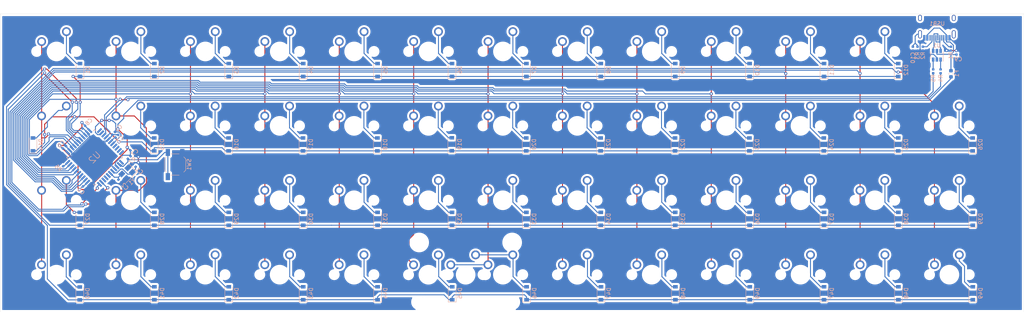
<source format=kicad_pcb>
(kicad_pcb (version 20171130) (host pcbnew "(5.1.5)-3")
  (layers (0 F.Cu signal) (31 B.Cu signal) (34 B.Paste user) (35 F.Paste user) (36 B.SilkS user) (37 F.SilkS user) (38 B.Mask user) (39 F.Mask user) (44 Edge.Cuts user))
  (net 0 "")
  (net 1 "Net-(C1-Pad1)")
  (net 2 GND)
  (net 3 "Net-(C2-Pad1)")
  (net 4 "Net-(C3-Pad1)")
  (net 5 VCC)
  (net 6 "Net-(D1-Pad2)")
  (net 7 "Net-(D1-Pad1)")
  (net 8 "Net-(D2-Pad2)")
  (net 9 "Net-(D3-Pad2)")
  (net 10 "Net-(D4-Pad2)")
  (net 11 "Net-(D5-Pad2)")
  (net 12 "Net-(D6-Pad2)")
  (net 13 "Net-(D7-Pad2)")
  (net 14 "Net-(D8-Pad2)")
  (net 15 "Net-(D9-Pad2)")
  (net 16 "Net-(D10-Pad2)")
  (net 17 "Net-(D11-Pad2)")
  (net 18 "Net-(D12-Pad2)")
  (net 19 "Net-(D14-Pad1)")
  (net 20 "Net-(D14-Pad2)")
  (net 21 "Net-(D15-Pad2)")
  (net 22 "Net-(D16-Pad2)")
  (net 23 "Net-(D17-Pad2)")
  (net 24 "Net-(D18-Pad2)")
  (net 25 "Net-(D19-Pad2)")
  (net 26 "Net-(D20-Pad2)")
  (net 27 "Net-(D21-Pad2)")
  (net 28 "Net-(D22-Pad2)")
  (net 29 "Net-(D23-Pad2)")
  (net 30 "Net-(D24-Pad2)")
  (net 31 "Net-(D25-Pad2)")
  (net 32 "Net-(D26-Pad2)")
  (net 33 "Net-(D27-Pad1)")
  (net 34 "Net-(D27-Pad2)")
  (net 35 "Net-(D28-Pad2)")
  (net 36 "Net-(D29-Pad2)")
  (net 37 "Net-(D30-Pad2)")
  (net 38 "Net-(D31-Pad2)")
  (net 39 "Net-(D32-Pad2)")
  (net 40 "Net-(D33-Pad2)")
  (net 41 "Net-(D34-Pad2)")
  (net 42 "Net-(D35-Pad2)")
  (net 43 "Net-(D36-Pad2)")
  (net 44 "Net-(D37-Pad2)")
  (net 45 "Net-(D38-Pad2)")
  (net 46 "Net-(D39-Pad2)")
  (net 47 "Net-(D40-Pad1)")
  (net 48 "Net-(D40-Pad2)")
  (net 49 "Net-(D41-Pad2)")
  (net 50 "Net-(D42-Pad2)")
  (net 51 "Net-(D43-Pad2)")
  (net 52 "Net-(D44-Pad2)")
  (net 53 "Net-(D45-Pad2)")
  (net 54 "Net-(D46-Pad2)")
  (net 55 "Net-(D47-Pad2)")
  (net 56 "Net-(D48-Pad2)")
  (net 57 "Net-(D49-Pad2)")
  (net 58 VBUS)
  (net 59 "Net-(K1-Pad1)")
  (net 60 "Net-(K2-Pad1)")
  (net 61 "Net-(K3-Pad1)")
  (net 62 "Net-(K4-Pad1)")
  (net 63 "Net-(K5-Pad1)")
  (net 64 "Net-(K6-Pad1)")
  (net 65 "Net-(K7-Pad1)")
  (net 66 "Net-(K8-Pad1)")
  (net 67 "Net-(K9-Pad1)")
  (net 68 "Net-(K10-Pad1)")
  (net 69 "Net-(K11-Pad1)")
  (net 70 "Net-(K12-Pad1)")
  (net 71 "Net-(K26-Pad1)")
  (net 72 "Net-(R1-Pad2)")
  (net 73 "Net-(R2-Pad2)")
  (net 74 Earth)
  (net 75 D-)
  (net 76 DBUS-)
  (net 77 DBUS+)
  (net 78 D+)
  (net 79 "Net-(R6-Pad2)")
  (net 80 "Net-(R7-Pad1)")
  (net 81 "Net-(U2-Pad1)")
  (net 82 "Net-(U2-Pad8)")
  (net 83 "Net-(U2-Pad9)")
  (net 84 "Net-(U2-Pad10)")
  (net 85 "Net-(U2-Pad11)")
  (net 86 "Net-(U2-Pad12)")
  (net 87 "Net-(U2-Pad18)")
  (net 88 "Net-(U2-Pad19)")
  (net 89 "Net-(U2-Pad20)")
  (net 90 "Net-(USB1-Pad9)")
  (net 91 "Net-(USB1-Pad3)")
  (net 92 "Net-(K14-Pad1)")
  (net 93 "Net-(K15-Pad1)")
  (net 94 "Net-(K16-Pad1)")
  (net 95 "Net-(K17-Pad1)")
  (net 96 "Net-(K18-Pad1)")
  (net 97 "Net-(K19-Pad1)")
  (net 98 "Net-(K20-Pad1)")
  (net 99 "Net-(K21-Pad1)")
  (net 100 "Net-(K22-Pad1)")
  (net 101 "Net-(K23-Pad1)")
  (net 102 "Net-(K24-Pad1)")
  (net 103 "Net-(K25-Pad1)")
  (net 104 "Net-(K27-Pad1)")
  (net 105 "Net-(K28-Pad1)")
  (net 106 "Net-(K29-Pad1)")
  (net 107 "Net-(K30-Pad1)")
  (net 108 "Net-(K31-Pad1)")
  (net 109 "Net-(K32-Pad1)")
  (net 110 "Net-(K33-Pad1)")
  (net 111 "Net-(K34-Pad1)")
  (net 112 "Net-(K35-Pad1)")
  (net 113 "Net-(K36-Pad1)")
  (net 114 "Net-(K37-Pad1)")
  (net 115 "Net-(K38-Pad1)")
  (net 116 "Net-(K39-Pad1)")
  (net 117 "Net-(K40-Pad1)")
  (net 118 "Net-(K41-Pad1)")
  (net 119 "Net-(K42-Pad1)")
  (net 120 "Net-(K43-Pad1)")
  (net 121 "Net-(K44-Pad1)")
  (net 122 "Net-(K45-Pad1)")
  (net 123 "Net-(K46-Pad1)")
  (net 124 "Net-(K47-Pad1)")
  (net 125 "Net-(K48-Pad1)")
  (net 126 "Net-(K49-Pad1)")
  (net 127 "Net-(R4-Pad2)")
  (net 128 "Net-(R5-Pad2)")
  (net 129 "Net-(U2-Pad42)")
  (net 130 "Net-(U2-Pad41)")
  (net 131 "Net-(U2-Pad40)")
  (net 132 "Net-(U2-Pad39)")
  (net 133 "Net-(U2-Pad38)")
  (net 134 "Net-(U2-Pad37)")
  (net 135 "Net-(U2-Pad36)")
  (net 136 "Net-(U2-Pad32)")
  (net 137 "Net-(U2-Pad31)")
  (net 138 "Net-(U2-Pad30)")
  (net 139 "Net-(U2-Pad29)")
  (net 140 "Net-(U2-Pad28)")
  (net 141 "Net-(U2-Pad27)")
  (net 142 "Net-(U2-Pad26)")
  (net 143 "Net-(U2-Pad25)")
  (net 144 "Net-(U2-Pad22)")
  (net 145 "Net-(U2-Pad21)")
  (module Capacitor_SMD:C_0402_1005Metric (layer B.Cu) (at 247.45 22.075 270)
    (fp_text reference C10 (at 2.35 0 90) (layer B.SilkS) (effects (justify mirror)))
    (fp_text value 4.7nF)
    (pad 2 smd roundrect (at 0.485 0 270) (size 0.59 0.64) (layers B.Cu B.Paste B.Mask) (net 2 GND))
    (pad 1 smd roundrect (at -0.485 0 270) (size 0.59 0.64) (layers B.Cu B.Paste B.Mask) (net 74 Earth))
  )
  (module Package_TO_SOT_SMD:SOT-23-6 (layer B.Cu) (at 253.6 23.775 90)
    (fp_text reference U1 (at 2.525 0 180) (layer B.SilkS) (effects (justify mirror)))
    (fp_text value USBLC6-2SC6)
    (pad 5 smd rect (at 1.1 0 90) (size 1.06 0.65) (layers B.Cu B.Paste B.Mask) (net 58 VBUS))
    (pad 6 smd rect (at 1.1 0.95 90) (size 1.06 0.65) (layers B.Cu B.Paste B.Mask) (net 77 DBUS+))
    (pad 4 smd rect (at 1.1 -0.95 90) (size 1.06 0.65) (layers B.Cu B.Paste B.Mask) (net 76 DBUS-))
    (pad 3 smd rect (at -1.1 -0.95 90) (size 1.06 0.65) (layers B.Cu B.Paste B.Mask) (net 128 "Net-(R5-Pad2)"))
    (pad 2 smd rect (at -1.1 0 90) (size 1.06 0.65) (layers B.Cu B.Paste B.Mask) (net 2 GND))
    (pad 1 smd rect (at -1.1 0.95 90) (size 1.06 0.65) (layers B.Cu B.Paste B.Mask) (net 127 "Net-(R4-Pad2)"))
  )
  (module Capacitor_SMD:C_0402_1005Metric (layer B.Cu) (at 259.1 23.6)
    (fp_text reference C9 (at 0 1.17) (layer B.SilkS) (effects (justify mirror)))
    (fp_text value 100nF)
    (pad 2 smd roundrect (at 0.485 0) (size 0.59 0.64) (layers B.Cu B.Paste B.Mask) (net 2 GND))
    (pad 1 smd roundrect (at -0.485 0) (size 0.59 0.64) (layers B.Cu B.Paste B.Mask) (net 58 VBUS))
  )
  (module MX_Only:MXOnly-1U-NoLED (layer F.Cu) (at 104.375 41.85)
    (fp_text reference K18)
    (fp_text value KEYSW)
    (pad 2 thru_hole circle (at 2.54 -5.08) (size 2.25 2.25) (drill 1.47) (layers *.Cu B.Mask) (net 24 "Net-(D18-Pad2)"))
    (pad "" np_thru_hole circle (at 0 0) (size 3.9878 3.9878) (drill 3.9878) (layers *.Cu *.Mask))
    (pad 1 thru_hole circle (at -3.81 -2.54) (size 2.25 2.25) (drill 1.47) (layers *.Cu B.Mask) (net 96 "Net-(K18-Pad1)"))
    (pad "" np_thru_hole circle (at -5.08 0 48.0996) (size 1.75 1.75) (drill 1.75) (layers *.Cu *.Mask))
    (pad "" np_thru_hole circle (at 5.08 0 48.0996) (size 1.75 1.75) (drill 1.75) (layers *.Cu *.Mask))
  )
  (module MX_Only:MXOnly-1U-NoLED (layer F.Cu) (at 47.225 41.85)
    (fp_text reference K15)
    (fp_text value KEYSW)
    (pad 2 thru_hole circle (at 2.54 -5.08) (size 2.25 2.25) (drill 1.47) (layers *.Cu B.Mask) (net 21 "Net-(D15-Pad2)"))
    (pad "" np_thru_hole circle (at 0 0) (size 3.9878 3.9878) (drill 3.9878) (layers *.Cu *.Mask))
    (pad 1 thru_hole circle (at -3.81 -2.54) (size 2.25 2.25) (drill 1.47) (layers *.Cu B.Mask) (net 93 "Net-(K15-Pad1)"))
    (pad "" np_thru_hole circle (at -5.08 0 48.0996) (size 1.75 1.75) (drill 1.75) (layers *.Cu *.Mask))
    (pad "" np_thru_hole circle (at 5.08 0 48.0996) (size 1.75 1.75) (drill 1.75) (layers *.Cu *.Mask))
  )
  (module MX_Only:MXOnly-1U-NoLED (layer F.Cu) (at 256.8 79.95)
    (fp_text reference K49)
    (fp_text value KEYSW)
    (pad "" np_thru_hole circle (at 5.08 0 48.0996) (size 1.75 1.75) (drill 1.75) (layers *.Cu *.Mask))
    (pad "" np_thru_hole circle (at -5.08 0 48.0996) (size 1.75 1.75) (drill 1.75) (layers *.Cu *.Mask))
    (pad 1 thru_hole circle (at -3.81 -2.54) (size 2.25 2.25) (drill 1.47) (layers *.Cu B.Mask) (net 126 "Net-(K49-Pad1)"))
    (pad "" np_thru_hole circle (at 0 0) (size 3.9878 3.9878) (drill 3.9878) (layers *.Cu *.Mask))
    (pad 2 thru_hole circle (at 2.54 -5.08) (size 2.25 2.25) (drill 1.47) (layers *.Cu B.Mask) (net 57 "Net-(D49-Pad2)"))
  )
  (module MX_Only:MXOnly-1U-NoLED (layer F.Cu) (at 237.75 79.95)
    (fp_text reference K48)
    (fp_text value KEYSW)
    (pad "" np_thru_hole circle (at 5.08 0 48.0996) (size 1.75 1.75) (drill 1.75) (layers *.Cu *.Mask))
    (pad "" np_thru_hole circle (at -5.08 0 48.0996) (size 1.75 1.75) (drill 1.75) (layers *.Cu *.Mask))
    (pad 1 thru_hole circle (at -3.81 -2.54) (size 2.25 2.25) (drill 1.47) (layers *.Cu B.Mask) (net 125 "Net-(K48-Pad1)"))
    (pad "" np_thru_hole circle (at 0 0) (size 3.9878 3.9878) (drill 3.9878) (layers *.Cu *.Mask))
    (pad 2 thru_hole circle (at 2.54 -5.08) (size 2.25 2.25) (drill 1.47) (layers *.Cu B.Mask) (net 56 "Net-(D48-Pad2)"))
  )
  (module MX_Only:MXOnly-1U-NoLED (layer F.Cu) (at 218.7 79.95)
    (fp_text reference K47)
    (fp_text value KEYSW)
    (pad "" np_thru_hole circle (at 5.08 0 48.0996) (size 1.75 1.75) (drill 1.75) (layers *.Cu *.Mask))
    (pad "" np_thru_hole circle (at -5.08 0 48.0996) (size 1.75 1.75) (drill 1.75) (layers *.Cu *.Mask))
    (pad 1 thru_hole circle (at -3.81 -2.54) (size 2.25 2.25) (drill 1.47) (layers *.Cu B.Mask) (net 124 "Net-(K47-Pad1)"))
    (pad "" np_thru_hole circle (at 0 0) (size 3.9878 3.9878) (drill 3.9878) (layers *.Cu *.Mask))
    (pad 2 thru_hole circle (at 2.54 -5.08) (size 2.25 2.25) (drill 1.47) (layers *.Cu B.Mask) (net 55 "Net-(D47-Pad2)"))
  )
  (module Diode_SMD:D_SOD-123 (layer B.Cu) (at 262.8 84.7 90)
    (fp_text reference D49 (at 0 2 90) (layer B.SilkS) (effects (justify mirror)))
    (fp_text value 1N4148W)
    (pad 1 smd rect (at -1.65 0 90) (size 0.9 1.2) (layers B.Cu B.Paste B.Mask) (net 47 "Net-(D40-Pad1)"))
    (pad 2 smd rect (at 1.65 0 90) (size 0.9 1.2) (layers B.Cu B.Paste B.Mask) (net 57 "Net-(D49-Pad2)"))
  )
  (module Diode_SMD:D_SOD-123 (layer B.Cu) (at 224.7 84.7 90)
    (fp_text reference D47 (at 0 2 90) (layer B.SilkS) (effects (justify mirror)))
    (fp_text value 1N4148W)
    (pad 1 smd rect (at -1.65 0 90) (size 0.9 1.2) (layers B.Cu B.Paste B.Mask) (net 47 "Net-(D40-Pad1)"))
    (pad 2 smd rect (at 1.65 0 90) (size 0.9 1.2) (layers B.Cu B.Paste B.Mask) (net 55 "Net-(D47-Pad2)"))
  )
  (module Diode_SMD:D_SOD-123 (layer B.Cu) (at 243.75 84.7 90)
    (fp_text reference D48 (at 0 2 90) (layer B.SilkS) (effects (justify mirror)))
    (fp_text value 1N4148W)
    (pad 1 smd rect (at -1.65 0 90) (size 0.9 1.2) (layers B.Cu B.Paste B.Mask) (net 47 "Net-(D40-Pad1)"))
    (pad 2 smd rect (at 1.65 0 90) (size 0.9 1.2) (layers B.Cu B.Paste B.Mask) (net 56 "Net-(D48-Pad2)"))
  )
  (module MX_Only:MXOnly-1U-NoLED (layer F.Cu) (at 104.4 22.8)
    (fp_text reference K5)
    (fp_text value KEYSW)
    (pad 2 thru_hole circle (at 2.54 -5.08) (size 2.25 2.25) (drill 1.47) (layers *.Cu B.Mask) (net 11 "Net-(D5-Pad2)"))
    (pad "" np_thru_hole circle (at 0 0) (size 3.9878 3.9878) (drill 3.9878) (layers *.Cu *.Mask))
    (pad 1 thru_hole circle (at -3.81 -2.54) (size 2.25 2.25) (drill 1.47) (layers *.Cu B.Mask) (net 63 "Net-(K5-Pad1)"))
    (pad "" np_thru_hole circle (at -5.08 0 48.0996) (size 1.75 1.75) (drill 1.75) (layers *.Cu *.Mask))
    (pad "" np_thru_hole circle (at 5.08 0 48.0996) (size 1.75 1.75) (drill 1.75) (layers *.Cu *.Mask))
  )
  (module MX_Only:MXOnly-2U-ReversedStabilizers-NoLED (layer F.Cu) (at 132.95 79.965)
    (fp_text reference K53)
    (fp_text value 2U)
    (pad "" np_thru_hole circle (at 11.90625 -8.255) (size 3.9878 3.9878) (drill 3.9878) (layers *.Cu *.Mask))
    (pad "" np_thru_hole circle (at -11.90625 -8.255) (size 3.9878 3.9878) (drill 3.9878) (layers *.Cu *.Mask))
    (pad "" np_thru_hole circle (at 11.90625 6.985) (size 3.048 3.048) (drill 3.048) (layers *.Cu *.Mask))
    (pad "" np_thru_hole circle (at -11.90625 6.985) (size 3.048 3.048) (drill 3.048) (layers *.Cu *.Mask))
    (pad "" np_thru_hole circle (at 5.08 0 48.0996) (size 1.75 1.75) (drill 1.75) (layers *.Cu *.Mask))
    (pad "" np_thru_hole circle (at -5.08 0 48.0996) (size 1.75 1.75) (drill 1.75) (layers *.Cu *.Mask))
    (pad 1 thru_hole circle (at -3.81 -2.54) (size 2.25 2.25) (drill 1.47) (layers *.Cu B.Mask) (net 65 "Net-(K7-Pad1)"))
    (pad "" np_thru_hole circle (at 0 0) (size 3.9878 3.9878) (drill 3.9878) (layers *.Cu *.Mask))
    (pad 2 thru_hole circle (at 2.54 -5.08) (size 2.25 2.25) (drill 1.47) (layers *.Cu B.Mask) (net 54 "Net-(D46-Pad2)"))
  )
  (module MX_Only:MXOnly-1U-NoLED (layer F.Cu) (at 104.375 79.95)
    (fp_text reference K44)
    (fp_text value KEYSW)
    (pad 2 thru_hole circle (at 2.54 -5.08) (size 2.25 2.25) (drill 1.47) (layers *.Cu B.Mask) (net 52 "Net-(D44-Pad2)"))
    (pad "" np_thru_hole circle (at 0 0) (size 3.9878 3.9878) (drill 3.9878) (layers *.Cu *.Mask))
    (pad 1 thru_hole circle (at -3.81 -2.54) (size 2.25 2.25) (drill 1.47) (layers *.Cu B.Mask) (net 121 "Net-(K44-Pad1)"))
    (pad "" np_thru_hole circle (at -5.08 0 48.0996) (size 1.75 1.75) (drill 1.75) (layers *.Cu *.Mask))
    (pad "" np_thru_hole circle (at 5.08 0 48.0996) (size 1.75 1.75) (drill 1.75) (layers *.Cu *.Mask))
  )
  (module MX_Only:MXOnly-1U-NoLED (layer F.Cu) (at 85.325 79.95)
    (fp_text reference K43)
    (fp_text value KEYSW)
    (pad 2 thru_hole circle (at 2.54 -5.08) (size 2.25 2.25) (drill 1.47) (layers *.Cu B.Mask) (net 51 "Net-(D43-Pad2)"))
    (pad "" np_thru_hole circle (at 0 0) (size 3.9878 3.9878) (drill 3.9878) (layers *.Cu *.Mask))
    (pad 1 thru_hole circle (at -3.81 -2.54) (size 2.25 2.25) (drill 1.47) (layers *.Cu B.Mask) (net 120 "Net-(K43-Pad1)"))
    (pad "" np_thru_hole circle (at -5.08 0 48.0996) (size 1.75 1.75) (drill 1.75) (layers *.Cu *.Mask))
    (pad "" np_thru_hole circle (at 5.08 0 48.0996) (size 1.75 1.75) (drill 1.75) (layers *.Cu *.Mask))
  )
  (module MX_Only:MXOnly-1U-NoLED (layer F.Cu) (at 66.275 79.95)
    (fp_text reference K42)
    (fp_text value KEYSW)
    (pad 2 thru_hole circle (at 2.54 -5.08) (size 2.25 2.25) (drill 1.47) (layers *.Cu B.Mask) (net 50 "Net-(D42-Pad2)"))
    (pad "" np_thru_hole circle (at 0 0) (size 3.9878 3.9878) (drill 3.9878) (layers *.Cu *.Mask))
    (pad 1 thru_hole circle (at -3.81 -2.54) (size 2.25 2.25) (drill 1.47) (layers *.Cu B.Mask) (net 119 "Net-(K42-Pad1)"))
    (pad "" np_thru_hole circle (at -5.08 0 48.0996) (size 1.75 1.75) (drill 1.75) (layers *.Cu *.Mask))
    (pad "" np_thru_hole circle (at 5.08 0 48.0996) (size 1.75 1.75) (drill 1.75) (layers *.Cu *.Mask))
  )
  (module MX_Only:MXOnly-1U-NoLED (layer F.Cu) (at 47.225 79.95)
    (fp_text reference K41)
    (fp_text value KEYSW)
    (pad 2 thru_hole circle (at 2.54 -5.08) (size 2.25 2.25) (drill 1.47) (layers *.Cu B.Mask) (net 49 "Net-(D41-Pad2)"))
    (pad "" np_thru_hole circle (at 0 0) (size 3.9878 3.9878) (drill 3.9878) (layers *.Cu *.Mask))
    (pad 1 thru_hole circle (at -3.81 -2.54) (size 2.25 2.25) (drill 1.47) (layers *.Cu B.Mask) (net 118 "Net-(K41-Pad1)"))
    (pad "" np_thru_hole circle (at -5.08 0 48.0996) (size 1.75 1.75) (drill 1.75) (layers *.Cu *.Mask))
    (pad "" np_thru_hole circle (at 5.08 0 48.0996) (size 1.75 1.75) (drill 1.75) (layers *.Cu *.Mask))
  )
  (module MX_Only:MXOnly-1U-NoLED (layer F.Cu) (at 28.175 79.95)
    (fp_text reference K40)
    (fp_text value KEYSW)
    (pad 2 thru_hole circle (at 2.54 -5.08) (size 2.25 2.25) (drill 1.47) (layers *.Cu B.Mask) (net 48 "Net-(D40-Pad2)"))
    (pad "" np_thru_hole circle (at 0 0) (size 3.9878 3.9878) (drill 3.9878) (layers *.Cu *.Mask))
    (pad 1 thru_hole circle (at -3.81 -2.54) (size 2.25 2.25) (drill 1.47) (layers *.Cu B.Mask) (net 117 "Net-(K40-Pad1)"))
    (pad "" np_thru_hole circle (at -5.08 0 48.0996) (size 1.75 1.75) (drill 1.75) (layers *.Cu *.Mask))
    (pad "" np_thru_hole circle (at 5.08 0 48.0996) (size 1.75 1.75) (drill 1.75) (layers *.Cu *.Mask))
  )
  (module MX_Only:MXOnly-1U-NoLED (layer F.Cu) (at 28.175 60.9)
    (fp_text reference K27)
    (fp_text value KEYSW)
    (pad 2 thru_hole circle (at 2.54 -5.08) (size 2.25 2.25) (drill 1.47) (layers *.Cu B.Mask) (net 34 "Net-(D27-Pad2)"))
    (pad "" np_thru_hole circle (at 0 0) (size 3.9878 3.9878) (drill 3.9878) (layers *.Cu *.Mask))
    (pad 1 thru_hole circle (at -3.81 -2.54) (size 2.25 2.25) (drill 1.47) (layers *.Cu B.Mask) (net 104 "Net-(K27-Pad1)"))
    (pad "" np_thru_hole circle (at -5.08 0 48.0996) (size 1.75 1.75) (drill 1.75) (layers *.Cu *.Mask))
    (pad "" np_thru_hole circle (at 5.08 0 48.0996) (size 1.75 1.75) (drill 1.75) (layers *.Cu *.Mask))
  )
  (module MX_Only:MXOnly-1U-NoLED (layer F.Cu) (at 256.775 41.85)
    (fp_text reference K26)
    (fp_text value KEYSW)
    (pad 2 thru_hole circle (at 2.54 -5.08) (size 2.25 2.25) (drill 1.47) (layers *.Cu B.Mask) (net 32 "Net-(D26-Pad2)"))
    (pad "" np_thru_hole circle (at 0 0) (size 3.9878 3.9878) (drill 3.9878) (layers *.Cu *.Mask))
    (pad 1 thru_hole circle (at -3.81 -2.54) (size 2.25 2.25) (drill 1.47) (layers *.Cu B.Mask) (net 71 "Net-(K26-Pad1)"))
    (pad "" np_thru_hole circle (at -5.08 0 48.0996) (size 1.75 1.75) (drill 1.75) (layers *.Cu *.Mask))
    (pad "" np_thru_hole circle (at 5.08 0 48.0996) (size 1.75 1.75) (drill 1.75) (layers *.Cu *.Mask))
  )
  (module MX_Only:MXOnly-1U-NoLED (layer F.Cu) (at 28.175 41.85)
    (fp_text reference K14)
    (fp_text value KEYSW)
    (pad 2 thru_hole circle (at 2.54 -5.08) (size 2.25 2.25) (drill 1.47) (layers *.Cu B.Mask) (net 20 "Net-(D14-Pad2)"))
    (pad "" np_thru_hole circle (at 0 0) (size 3.9878 3.9878) (drill 3.9878) (layers *.Cu *.Mask))
    (pad 1 thru_hole circle (at -3.81 -2.54) (size 2.25 2.25) (drill 1.47) (layers *.Cu B.Mask) (net 92 "Net-(K14-Pad1)"))
    (pad "" np_thru_hole circle (at -5.08 0 48.0996) (size 1.75 1.75) (drill 1.75) (layers *.Cu *.Mask))
    (pad "" np_thru_hole circle (at 5.08 0 48.0996) (size 1.75 1.75) (drill 1.75) (layers *.Cu *.Mask))
  )
  (module MX_Only:MXOnly-1U-NoLED (layer F.Cu) (at 237.75 22.8)
    (fp_text reference K12)
    (fp_text value KEYSW)
    (pad 2 thru_hole circle (at 2.54 -5.08) (size 2.25 2.25) (drill 1.47) (layers *.Cu B.Mask) (net 18 "Net-(D12-Pad2)"))
    (pad "" np_thru_hole circle (at 0 0) (size 3.9878 3.9878) (drill 3.9878) (layers *.Cu *.Mask))
    (pad 1 thru_hole circle (at -3.81 -2.54) (size 2.25 2.25) (drill 1.47) (layers *.Cu B.Mask) (net 70 "Net-(K12-Pad1)"))
    (pad "" np_thru_hole circle (at -5.08 0 48.0996) (size 1.75 1.75) (drill 1.75) (layers *.Cu *.Mask))
    (pad "" np_thru_hole circle (at 5.08 0 48.0996) (size 1.75 1.75) (drill 1.75) (layers *.Cu *.Mask))
  )
  (module Capacitor_SMD:C_0402_1005Metric (layer B.Cu) (at 48.1 52 135)
    (fp_text reference C1 (at -1.9 0 135) (layer B.SilkS) (effects (justify mirror)))
    (fp_text value 22Pf)
    (pad 2 smd roundrect (at 0.485 0 135) (size 0.59 0.64) (layers B.Cu B.Paste B.Mask) (net 2 GND))
    (pad 1 smd roundrect (at -0.485 0 135) (size 0.59 0.64) (layers B.Cu B.Paste B.Mask) (net 1 "Net-(C1-Pad1)"))
  )
  (module Capacitor_SMD:C_0402_1005Metric (layer B.Cu) (at 44.4 55.95 315)
    (fp_text reference C2 (at 1.944544 0.106066 135) (layer B.SilkS) (effects (justify mirror)))
    (fp_text value 22pF)
    (pad 2 smd roundrect (at 0.485 0 315) (size 0.59 0.64) (layers B.Cu B.Paste B.Mask) (net 2 GND))
    (pad 1 smd roundrect (at -0.485 0 315) (size 0.59 0.64) (layers B.Cu B.Paste B.Mask) (net 3 "Net-(C2-Pad1)"))
  )
  (module Capacitor_SMD:C_0402_1005Metric (layer B.Cu) (at 43.65 44.5 45)
    (fp_text reference C3 (at 0 1.202082 45) (layer B.SilkS) (effects (justify mirror)))
    (fp_text value 1uF)
    (pad 2 smd roundrect (at 0.485 0 45) (size 0.59 0.64) (layers B.Cu B.Paste B.Mask) (net 2 GND))
    (pad 1 smd roundrect (at -0.485 0 45) (size 0.59 0.64) (layers B.Cu B.Paste B.Mask) (net 4 "Net-(C3-Pad1)"))
  )
  (module Capacitor_SMD:C_0402_1005Metric (layer B.Cu) (at 42.8 43.75 225)
    (fp_text reference C4 (at -1.86 0 45) (layer B.SilkS) (effects (justify mirror)))
    (fp_text value 100nF)
    (pad 2 smd roundrect (at 0.485 0 225) (size 0.59 0.64) (layers B.Cu B.Paste B.Mask) (net 2 GND))
    (pad 1 smd roundrect (at -0.485 0 225) (size 0.59 0.64) (layers B.Cu B.Paste B.Mask) (net 5 VCC))
  )
  (module Capacitor_SMD:C_0402_1005Metric (layer B.Cu) (at 30.15 47.3 45)
    (fp_text reference C5 (at 0.017678 -1.113693 45) (layer B.SilkS) (effects (justify mirror)))
    (fp_text value 100nF)
    (pad 2 smd roundrect (at 0.485 0 45) (size 0.59 0.64) (layers B.Cu B.Paste B.Mask) (net 2 GND))
    (pad 1 smd roundrect (at -0.485 0 45) (size 0.59 0.64) (layers B.Cu B.Paste B.Mask) (net 5 VCC))
  )
  (module Capacitor_SMD:C_0402_1005Metric (layer B.Cu) (at 35.3 57.7 315)
    (fp_text reference C6 (at 0 1.202082 135) (layer B.SilkS) (effects (justify mirror)))
    (fp_text value 100nF)
    (pad 2 smd roundrect (at 0.485 0 315) (size 0.59 0.64) (layers B.Cu B.Paste B.Mask) (net 2 GND))
    (pad 1 smd roundrect (at -0.485 0 315) (size 0.59 0.64) (layers B.Cu B.Paste B.Mask) (net 5 VCC))
  )
  (module Capacitor_SMD:C_0402_1005Metric (layer B.Cu) (at 47.45 47.8 45)
    (fp_text reference C7 (at 0 1.17 45) (layer B.SilkS) (effects (justify mirror)))
    (fp_text value 100nF)
    (pad 2 smd roundrect (at 0.485 0 45) (size 0.59 0.64) (layers B.Cu B.Paste B.Mask) (net 2 GND))
    (pad 1 smd roundrect (at -0.485 0 45) (size 0.59 0.64) (layers B.Cu B.Paste B.Mask) (net 5 VCC))
  )
  (module Capacitor_SMD:C_0402_1005Metric (layer B.Cu) (at 35.15 42.15 225)
    (fp_text reference C8 (at -1.909188 0 45) (layer B.SilkS) (effects (justify mirror)))
    (fp_text value 4.7uF)
    (pad 2 smd roundrect (at 0.485 0 225) (size 0.59 0.64) (layers B.Cu B.Paste B.Mask) (net 2 GND))
    (pad 1 smd roundrect (at -0.485 0 225) (size 0.59 0.64) (layers B.Cu B.Paste B.Mask) (net 5 VCC))
  )
  (module Diode_SMD:D_SOD-123 (layer B.Cu) (at 34.2 27.55 90)
    (fp_text reference D1 (at 0 2 90) (layer B.SilkS) (effects (justify mirror)))
    (fp_text value 1N4148W)
    (pad 2 smd rect (at 1.65 0 90) (size 0.9 1.2) (layers B.Cu B.Paste B.Mask) (net 6 "Net-(D1-Pad2)"))
    (pad 1 smd rect (at -1.65 0 90) (size 0.9 1.2) (layers B.Cu B.Paste B.Mask) (net 7 "Net-(D1-Pad1)"))
  )
  (module Diode_SMD:D_SOD-123 (layer B.Cu) (at 53.25 27.55 90)
    (fp_text reference D2 (at 0 2 90) (layer B.SilkS) (effects (justify mirror)))
    (fp_text value 1N4148W)
    (pad 2 smd rect (at 1.65 0 90) (size 0.9 1.2) (layers B.Cu B.Paste B.Mask) (net 8 "Net-(D2-Pad2)"))
    (pad 1 smd rect (at -1.65 0 90) (size 0.9 1.2) (layers B.Cu B.Paste B.Mask) (net 7 "Net-(D1-Pad1)"))
  )
  (module Diode_SMD:D_SOD-123 (layer B.Cu) (at 72.3 27.55 90)
    (fp_text reference D3 (at 0 2 90) (layer B.SilkS) (effects (justify mirror)))
    (fp_text value 1N4148W)
    (pad 2 smd rect (at 1.65 0 90) (size 0.9 1.2) (layers B.Cu B.Paste B.Mask) (net 9 "Net-(D3-Pad2)"))
    (pad 1 smd rect (at -1.65 0 90) (size 0.9 1.2) (layers B.Cu B.Paste B.Mask) (net 7 "Net-(D1-Pad1)"))
  )
  (module Diode_SMD:D_SOD-123 (layer B.Cu) (at 91.35 27.55 90)
    (fp_text reference D4 (at 0 2 90) (layer B.SilkS) (effects (justify mirror)))
    (fp_text value 1N4148W)
    (pad 2 smd rect (at 1.65 0 90) (size 0.9 1.2) (layers B.Cu B.Paste B.Mask) (net 10 "Net-(D4-Pad2)"))
    (pad 1 smd rect (at -1.65 0 90) (size 0.9 1.2) (layers B.Cu B.Paste B.Mask) (net 7 "Net-(D1-Pad1)"))
  )
  (module Diode_SMD:D_SOD-123 (layer B.Cu) (at 110.4 27.55 90)
    (fp_text reference D5 (at 0 2 90) (layer B.SilkS) (effects (justify mirror)))
    (fp_text value 1N4148W)
    (pad 2 smd rect (at 1.65 0 90) (size 0.9 1.2) (layers B.Cu B.Paste B.Mask) (net 11 "Net-(D5-Pad2)"))
    (pad 1 smd rect (at -1.65 0 90) (size 0.9 1.2) (layers B.Cu B.Paste B.Mask) (net 7 "Net-(D1-Pad1)"))
  )
  (module Diode_SMD:D_SOD-123 (layer B.Cu) (at 129.45 27.55 90)
    (fp_text reference D6 (at 0 2 90) (layer B.SilkS) (effects (justify mirror)))
    (fp_text value 1N4148W)
    (pad 2 smd rect (at 1.65 0 90) (size 0.9 1.2) (layers B.Cu B.Paste B.Mask) (net 12 "Net-(D6-Pad2)"))
    (pad 1 smd rect (at -1.65 0 90) (size 0.9 1.2) (layers B.Cu B.Paste B.Mask) (net 7 "Net-(D1-Pad1)"))
  )
  (module Diode_SMD:D_SOD-123 (layer B.Cu) (at 148.5 27.55 90)
    (fp_text reference D7 (at 0 2 90) (layer B.SilkS) (effects (justify mirror)))
    (fp_text value 1N4148W)
    (pad 2 smd rect (at 1.65 0 90) (size 0.9 1.2) (layers B.Cu B.Paste B.Mask) (net 13 "Net-(D7-Pad2)"))
    (pad 1 smd rect (at -1.65 0 90) (size 0.9 1.2) (layers B.Cu B.Paste B.Mask) (net 7 "Net-(D1-Pad1)"))
  )
  (module Diode_SMD:D_SOD-123 (layer B.Cu) (at 167.55 27.55 90)
    (fp_text reference D8 (at 0 2 90) (layer B.SilkS) (effects (justify mirror)))
    (fp_text value 1N4148W)
    (pad 2 smd rect (at 1.65 0 90) (size 0.9 1.2) (layers B.Cu B.Paste B.Mask) (net 14 "Net-(D8-Pad2)"))
    (pad 1 smd rect (at -1.65 0 90) (size 0.9 1.2) (layers B.Cu B.Paste B.Mask) (net 7 "Net-(D1-Pad1)"))
  )
  (module Diode_SMD:D_SOD-123 (layer B.Cu) (at 186.6 27.55 90)
    (fp_text reference D9 (at 0 2 90) (layer B.SilkS) (effects (justify mirror)))
    (fp_text value 1N4148W)
    (pad 2 smd rect (at 1.65 0 90) (size 0.9 1.2) (layers B.Cu B.Paste B.Mask) (net 15 "Net-(D9-Pad2)"))
    (pad 1 smd rect (at -1.65 0 90) (size 0.9 1.2) (layers B.Cu B.Paste B.Mask) (net 7 "Net-(D1-Pad1)"))
  )
  (module Diode_SMD:D_SOD-123 (layer B.Cu) (at 205.65 27.55 90)
    (fp_text reference D10 (at 0 2 90) (layer B.SilkS) (effects (justify mirror)))
    (fp_text value 1N4148W)
    (pad 2 smd rect (at 1.65 0 90) (size 0.9 1.2) (layers B.Cu B.Paste B.Mask) (net 16 "Net-(D10-Pad2)"))
    (pad 1 smd rect (at -1.65 0 90) (size 0.9 1.2) (layers B.Cu B.Paste B.Mask) (net 7 "Net-(D1-Pad1)"))
  )
  (module Diode_SMD:D_SOD-123 (layer B.Cu) (at 224.7 27.55 90)
    (fp_text reference D11 (at 0 2 90) (layer B.SilkS) (effects (justify mirror)))
    (fp_text value 1N4148W)
    (pad 2 smd rect (at 1.65 0 90) (size 0.9 1.2) (layers B.Cu B.Paste B.Mask) (net 17 "Net-(D11-Pad2)"))
    (pad 1 smd rect (at -1.65 0 90) (size 0.9 1.2) (layers B.Cu B.Paste B.Mask) (net 7 "Net-(D1-Pad1)"))
  )
  (module Diode_SMD:D_SOD-123 (layer B.Cu) (at 243.7 27.55 90)
    (fp_text reference D12 (at 0 2 90) (layer B.SilkS) (effects (justify mirror)))
    (fp_text value 1N4148W)
    (pad 2 smd rect (at 1.65 0 90) (size 0.9 1.2) (layers B.Cu B.Paste B.Mask) (net 18 "Net-(D12-Pad2)"))
    (pad 1 smd rect (at -1.65 0 90) (size 0.9 1.2) (layers B.Cu B.Paste B.Mask) (net 7 "Net-(D1-Pad1)"))
  )
  (module Diode_SMD:D_SOD-123 (layer B.Cu) (at 22.175 46.6 90)
    (fp_text reference D14 (at 0 2 90) (layer B.SilkS) (effects (justify mirror)))
    (fp_text value 1N4148W)
    (pad 2 smd rect (at 1.65 0 90) (size 0.9 1.2) (layers B.Cu B.Paste B.Mask) (net 20 "Net-(D14-Pad2)"))
    (pad 1 smd rect (at -1.65 0 90) (size 0.9 1.2) (layers B.Cu B.Paste B.Mask) (net 19 "Net-(D14-Pad1)"))
  )
  (module Diode_SMD:D_SOD-123 (layer B.Cu) (at 53.2 46.6 90)
    (fp_text reference D15 (at 0 2 90) (layer B.SilkS) (effects (justify mirror)))
    (fp_text value 1N4148W)
    (pad 2 smd rect (at 1.65 0 90) (size 0.9 1.2) (layers B.Cu B.Paste B.Mask) (net 21 "Net-(D15-Pad2)"))
    (pad 1 smd rect (at -1.65 0 90) (size 0.9 1.2) (layers B.Cu B.Paste B.Mask) (net 19 "Net-(D14-Pad1)"))
  )
  (module Diode_SMD:D_SOD-123 (layer B.Cu) (at 72.25 46.6 90)
    (fp_text reference D16 (at 0 2 90) (layer B.SilkS) (effects (justify mirror)))
    (fp_text value 1N4148W)
    (pad 2 smd rect (at 1.65 0 90) (size 0.9 1.2) (layers B.Cu B.Paste B.Mask) (net 22 "Net-(D16-Pad2)"))
    (pad 1 smd rect (at -1.65 0 90) (size 0.9 1.2) (layers B.Cu B.Paste B.Mask) (net 19 "Net-(D14-Pad1)"))
  )
  (module Diode_SMD:D_SOD-123 (layer B.Cu) (at 91.3 46.6 90)
    (fp_text reference D17 (at 0 2 90) (layer B.SilkS) (effects (justify mirror)))
    (fp_text value 1N4148W)
    (pad 2 smd rect (at 1.65 0 90) (size 0.9 1.2) (layers B.Cu B.Paste B.Mask) (net 23 "Net-(D17-Pad2)"))
    (pad 1 smd rect (at -1.65 0 90) (size 0.9 1.2) (layers B.Cu B.Paste B.Mask) (net 19 "Net-(D14-Pad1)"))
  )
  (module Diode_SMD:D_SOD-123 (layer B.Cu) (at 110.35 46.6 90)
    (fp_text reference D18 (at 0 2 90) (layer B.SilkS) (effects (justify mirror)))
    (fp_text value 1N4148W)
    (pad 2 smd rect (at 1.65 0 90) (size 0.9 1.2) (layers B.Cu B.Paste B.Mask) (net 24 "Net-(D18-Pad2)"))
    (pad 1 smd rect (at -1.65 0 90) (size 0.9 1.2) (layers B.Cu B.Paste B.Mask) (net 19 "Net-(D14-Pad1)"))
  )
  (module Diode_SMD:D_SOD-123 (layer B.Cu) (at 129.4 46.55 90)
    (fp_text reference D19 (at 0 2 90) (layer B.SilkS) (effects (justify mirror)))
    (fp_text value 1N4148W)
    (pad 2 smd rect (at 1.65 0 90) (size 0.9 1.2) (layers B.Cu B.Paste B.Mask) (net 25 "Net-(D19-Pad2)"))
    (pad 1 smd rect (at -1.65 0 90) (size 0.9 1.2) (layers B.Cu B.Paste B.Mask) (net 19 "Net-(D14-Pad1)"))
  )
  (module Diode_SMD:D_SOD-123 (layer B.Cu) (at 148.45 46.6 90)
    (fp_text reference D20 (at 0 2 90) (layer B.SilkS) (effects (justify mirror)))
    (fp_text value 1N4148W)
    (pad 2 smd rect (at 1.65 0 90) (size 0.9 1.2) (layers B.Cu B.Paste B.Mask) (net 26 "Net-(D20-Pad2)"))
    (pad 1 smd rect (at -1.65 0 90) (size 0.9 1.2) (layers B.Cu B.Paste B.Mask) (net 19 "Net-(D14-Pad1)"))
  )
  (module Diode_SMD:D_SOD-123 (layer B.Cu) (at 167.5 46.6 90)
    (fp_text reference D21 (at 0 2 90) (layer B.SilkS) (effects (justify mirror)))
    (fp_text value 1N4148W)
    (pad 2 smd rect (at 1.65 0 90) (size 0.9 1.2) (layers B.Cu B.Paste B.Mask) (net 27 "Net-(D21-Pad2)"))
    (pad 1 smd rect (at -1.65 0 90) (size 0.9 1.2) (layers B.Cu B.Paste B.Mask) (net 19 "Net-(D14-Pad1)"))
  )
  (module Diode_SMD:D_SOD-123 (layer B.Cu) (at 186.55 46.6 90)
    (fp_text reference D22 (at 0 2 90) (layer B.SilkS) (effects (justify mirror)))
    (fp_text value 1N4148W)
    (pad 2 smd rect (at 1.65 0 90) (size 0.9 1.2) (layers B.Cu B.Paste B.Mask) (net 28 "Net-(D22-Pad2)"))
    (pad 1 smd rect (at -1.65 0 90) (size 0.9 1.2) (layers B.Cu B.Paste B.Mask) (net 19 "Net-(D14-Pad1)"))
  )
  (module Diode_SMD:D_SOD-123 (layer B.Cu) (at 205.6 46.6 90)
    (fp_text reference D23 (at 0 2 90) (layer B.SilkS) (effects (justify mirror)))
    (fp_text value 1N4148W)
    (pad 2 smd rect (at 1.65 0 90) (size 0.9 1.2) (layers B.Cu B.Paste B.Mask) (net 29 "Net-(D23-Pad2)"))
    (pad 1 smd rect (at -1.65 0 90) (size 0.9 1.2) (layers B.Cu B.Paste B.Mask) (net 19 "Net-(D14-Pad1)"))
  )
  (module Diode_SMD:D_SOD-123 (layer B.Cu) (at 224.65 46.6 90)
    (fp_text reference D24 (at 0 2 90) (layer B.SilkS) (effects (justify mirror)))
    (fp_text value 1N4148W)
    (pad 2 smd rect (at 1.65 0 90) (size 0.9 1.2) (layers B.Cu B.Paste B.Mask) (net 30 "Net-(D24-Pad2)"))
    (pad 1 smd rect (at -1.65 0 90) (size 0.9 1.2) (layers B.Cu B.Paste B.Mask) (net 19 "Net-(D14-Pad1)"))
  )
  (module Diode_SMD:D_SOD-123 (layer B.Cu) (at 243.7 46.6 90)
    (fp_text reference D25 (at 0 2 90) (layer B.SilkS) (effects (justify mirror)))
    (fp_text value 1N4148W)
    (pad 2 smd rect (at 1.65 0 90) (size 0.9 1.2) (layers B.Cu B.Paste B.Mask) (net 31 "Net-(D25-Pad2)"))
    (pad 1 smd rect (at -1.65 0 90) (size 0.9 1.2) (layers B.Cu B.Paste B.Mask) (net 19 "Net-(D14-Pad1)"))
  )
  (module Diode_SMD:D_SOD-123 (layer B.Cu) (at 262.75 46.6 90)
    (fp_text reference D26 (at 0 2 90) (layer B.SilkS) (effects (justify mirror)))
    (fp_text value 1N4148W)
    (pad 2 smd rect (at 1.65 0 90) (size 0.9 1.2) (layers B.Cu B.Paste B.Mask) (net 32 "Net-(D26-Pad2)"))
    (pad 1 smd rect (at -1.65 0 90) (size 0.9 1.2) (layers B.Cu B.Paste B.Mask) (net 19 "Net-(D14-Pad1)"))
  )
  (module Diode_SMD:D_SOD-123 (layer B.Cu) (at 34.175 65.65 90)
    (fp_text reference D27 (at 0 2 90) (layer B.SilkS) (effects (justify mirror)))
    (fp_text value 1N4148W)
    (pad 2 smd rect (at 1.65 0 90) (size 0.9 1.2) (layers B.Cu B.Paste B.Mask) (net 34 "Net-(D27-Pad2)"))
    (pad 1 smd rect (at -1.65 0 90) (size 0.9 1.2) (layers B.Cu B.Paste B.Mask) (net 33 "Net-(D27-Pad1)"))
  )
  (module Diode_SMD:D_SOD-123 (layer B.Cu) (at 53.25 65.65 90)
    (fp_text reference D28 (at 0 2 90) (layer B.SilkS) (effects (justify mirror)))
    (fp_text value 1N4148W)
    (pad 2 smd rect (at 1.65 0 90) (size 0.9 1.2) (layers B.Cu B.Paste B.Mask) (net 35 "Net-(D28-Pad2)"))
    (pad 1 smd rect (at -1.65 0 90) (size 0.9 1.2) (layers B.Cu B.Paste B.Mask) (net 33 "Net-(D27-Pad1)"))
  )
  (module Diode_SMD:D_SOD-123 (layer B.Cu) (at 72.3 65.65 90)
    (fp_text reference D29 (at 0 2 90) (layer B.SilkS) (effects (justify mirror)))
    (fp_text value 1N4148W)
    (pad 2 smd rect (at 1.65 0 90) (size 0.9 1.2) (layers B.Cu B.Paste B.Mask) (net 36 "Net-(D29-Pad2)"))
    (pad 1 smd rect (at -1.65 0 90) (size 0.9 1.2) (layers B.Cu B.Paste B.Mask) (net 33 "Net-(D27-Pad1)"))
  )
  (module Diode_SMD:D_SOD-123 (layer B.Cu) (at 91.35 65.65 90)
    (fp_text reference D30 (at 0 2 90) (layer B.SilkS) (effects (justify mirror)))
    (fp_text value 1N4148W)
    (pad 2 smd rect (at 1.65 0 90) (size 0.9 1.2) (layers B.Cu B.Paste B.Mask) (net 37 "Net-(D30-Pad2)"))
    (pad 1 smd rect (at -1.65 0 90) (size 0.9 1.2) (layers B.Cu B.Paste B.Mask) (net 33 "Net-(D27-Pad1)"))
  )
  (module Diode_SMD:D_SOD-123 (layer B.Cu) (at 110.4 65.65 90)
    (fp_text reference D31 (at 0 2 90) (layer B.SilkS) (effects (justify mirror)))
    (fp_text value 1N4148W)
    (pad 2 smd rect (at 1.65 0 90) (size 0.9 1.2) (layers B.Cu B.Paste B.Mask) (net 38 "Net-(D31-Pad2)"))
    (pad 1 smd rect (at -1.65 0 90) (size 0.9 1.2) (layers B.Cu B.Paste B.Mask) (net 33 "Net-(D27-Pad1)"))
  )
  (module Diode_SMD:D_SOD-123 (layer B.Cu) (at 129.45 65.65 90)
    (fp_text reference D32 (at 0 2 90) (layer B.SilkS) (effects (justify mirror)))
    (fp_text value 1N4148W)
    (pad 2 smd rect (at 1.65 0 90) (size 0.9 1.2) (layers B.Cu B.Paste B.Mask) (net 39 "Net-(D32-Pad2)"))
    (pad 1 smd rect (at -1.65 0 90) (size 0.9 1.2) (layers B.Cu B.Paste B.Mask) (net 33 "Net-(D27-Pad1)"))
  )
  (module Diode_SMD:D_SOD-123 (layer B.Cu) (at 148.5 65.65 90)
    (fp_text reference D33 (at 0 2 90) (layer B.SilkS) (effects (justify mirror)))
    (fp_text value 1N4148W)
    (pad 2 smd rect (at 1.65 0 90) (size 0.9 1.2) (layers B.Cu B.Paste B.Mask) (net 40 "Net-(D33-Pad2)"))
    (pad 1 smd rect (at -1.65 0 90) (size 0.9 1.2) (layers B.Cu B.Paste B.Mask) (net 33 "Net-(D27-Pad1)"))
  )
  (module Diode_SMD:D_SOD-123 (layer B.Cu) (at 167.55 65.65 90)
    (fp_text reference D34 (at 0 2 90) (layer B.SilkS) (effects (justify mirror)))
    (fp_text value 1N4148W)
    (pad 2 smd rect (at 1.65 0 90) (size 0.9 1.2) (layers B.Cu B.Paste B.Mask) (net 41 "Net-(D34-Pad2)"))
    (pad 1 smd rect (at -1.65 0 90) (size 0.9 1.2) (layers B.Cu B.Paste B.Mask) (net 33 "Net-(D27-Pad1)"))
  )
  (module Diode_SMD:D_SOD-123 (layer B.Cu) (at 186.6 65.65 90)
    (fp_text reference D35 (at 0 2 90) (layer B.SilkS) (effects (justify mirror)))
    (fp_text value 1N4148W)
    (pad 2 smd rect (at 1.65 0 90) (size 0.9 1.2) (layers B.Cu B.Paste B.Mask) (net 42 "Net-(D35-Pad2)"))
    (pad 1 smd rect (at -1.65 0 90) (size 0.9 1.2) (layers B.Cu B.Paste B.Mask) (net 33 "Net-(D27-Pad1)"))
  )
  (module Diode_SMD:D_SOD-123 (layer B.Cu) (at 205.65 65.65 90)
    (fp_text reference D36 (at 0 2 90) (layer B.SilkS) (effects (justify mirror)))
    (fp_text value 1N4148W)
    (pad 2 smd rect (at 1.65 0 90) (size 0.9 1.2) (layers B.Cu B.Paste B.Mask) (net 43 "Net-(D36-Pad2)"))
    (pad 1 smd rect (at -1.65 0 90) (size 0.9 1.2) (layers B.Cu B.Paste B.Mask) (net 33 "Net-(D27-Pad1)"))
  )
  (module Diode_SMD:D_SOD-123 (layer B.Cu) (at 224.7 65.65 90)
    (fp_text reference D37 (at 0 2 90) (layer B.SilkS) (effects (justify mirror)))
    (fp_text value 1N4148W)
    (pad 2 smd rect (at 1.65 0 90) (size 0.9 1.2) (layers B.Cu B.Paste B.Mask) (net 44 "Net-(D37-Pad2)"))
    (pad 1 smd rect (at -1.65 0 90) (size 0.9 1.2) (layers B.Cu B.Paste B.Mask) (net 33 "Net-(D27-Pad1)"))
  )
  (module Diode_SMD:D_SOD-123 (layer B.Cu) (at 243.75 65.65 90)
    (fp_text reference D38 (at 0 2 90) (layer B.SilkS) (effects (justify mirror)))
    (fp_text value 1N4148W)
    (pad 2 smd rect (at 1.65 0 90) (size 0.9 1.2) (layers B.Cu B.Paste B.Mask) (net 45 "Net-(D38-Pad2)"))
    (pad 1 smd rect (at -1.65 0 90) (size 0.9 1.2) (layers B.Cu B.Paste B.Mask) (net 33 "Net-(D27-Pad1)"))
  )
  (module Diode_SMD:D_SOD-123 (layer B.Cu) (at 262.8 65.65 90)
    (fp_text reference D39 (at 0 2 90) (layer B.SilkS) (effects (justify mirror)))
    (fp_text value 1N4148W)
    (pad 2 smd rect (at 1.65 0 90) (size 0.9 1.2) (layers B.Cu B.Paste B.Mask) (net 46 "Net-(D39-Pad2)"))
    (pad 1 smd rect (at -1.65 0 90) (size 0.9 1.2) (layers B.Cu B.Paste B.Mask) (net 33 "Net-(D27-Pad1)"))
  )
  (module Diode_SMD:D_SOD-123 (layer B.Cu) (at 34.15 84.75 90)
    (fp_text reference D40 (at 0 2 90) (layer B.SilkS) (effects (justify mirror)))
    (fp_text value 1N4148W)
    (pad 2 smd rect (at 1.65 0 90) (size 0.9 1.2) (layers B.Cu B.Paste B.Mask) (net 48 "Net-(D40-Pad2)"))
    (pad 1 smd rect (at -1.65 0 90) (size 0.9 1.2) (layers B.Cu B.Paste B.Mask) (net 47 "Net-(D40-Pad1)"))
  )
  (module Diode_SMD:D_SOD-123 (layer B.Cu) (at 53.25 84.7 90)
    (fp_text reference D41 (at 0 2 90) (layer B.SilkS) (effects (justify mirror)))
    (fp_text value 1N4148W)
    (pad 2 smd rect (at 1.65 0 90) (size 0.9 1.2) (layers B.Cu B.Paste B.Mask) (net 49 "Net-(D41-Pad2)"))
    (pad 1 smd rect (at -1.65 0 90) (size 0.9 1.2) (layers B.Cu B.Paste B.Mask) (net 47 "Net-(D40-Pad1)"))
  )
  (module Diode_SMD:D_SOD-123 (layer B.Cu) (at 72.3 84.7 90)
    (fp_text reference D42 (at 0 2 90) (layer B.SilkS) (effects (justify mirror)))
    (fp_text value 1N4148W)
    (pad 2 smd rect (at 1.65 0 90) (size 0.9 1.2) (layers B.Cu B.Paste B.Mask) (net 50 "Net-(D42-Pad2)"))
    (pad 1 smd rect (at -1.65 0 90) (size 0.9 1.2) (layers B.Cu B.Paste B.Mask) (net 47 "Net-(D40-Pad1)"))
  )
  (module Diode_SMD:D_SOD-123 (layer B.Cu) (at 91.35 84.7 90)
    (fp_text reference D43 (at 0 2 90) (layer B.SilkS) (effects (justify mirror)))
    (fp_text value 1N4148W)
    (pad 2 smd rect (at 1.65 0 90) (size 0.9 1.2) (layers B.Cu B.Paste B.Mask) (net 51 "Net-(D43-Pad2)"))
    (pad 1 smd rect (at -1.65 0 90) (size 0.9 1.2) (layers B.Cu B.Paste B.Mask) (net 47 "Net-(D40-Pad1)"))
  )
  (module Diode_SMD:D_SOD-123 (layer B.Cu) (at 110.4 84.7 90)
    (fp_text reference D44 (at 0 2 90) (layer B.SilkS) (effects (justify mirror)))
    (fp_text value 1N4148W)
    (pad 2 smd rect (at 1.65 0 90) (size 0.9 1.2) (layers B.Cu B.Paste B.Mask) (net 52 "Net-(D44-Pad2)"))
    (pad 1 smd rect (at -1.65 0 90) (size 0.9 1.2) (layers B.Cu B.Paste B.Mask) (net 47 "Net-(D40-Pad1)"))
  )
  (module Diode_SMD:D_SOD-123 (layer B.Cu) (at 129.5 84.7 90)
    (fp_text reference D45 (at 0 2 90) (layer B.SilkS) (effects (justify mirror)))
    (fp_text value 1N4148W)
    (pad 2 smd rect (at 1.65 0 90) (size 0.9 1.2) (layers B.Cu B.Paste B.Mask) (net 53 "Net-(D45-Pad2)"))
    (pad 1 smd rect (at -1.65 0 90) (size 0.9 1.2) (layers B.Cu B.Paste B.Mask) (net 47 "Net-(D40-Pad1)"))
  )
  (module Diode_SMD:D_SOD-123 (layer B.Cu) (at 148.55 84.7 90)
    (fp_text reference D46 (at 0 2 90) (layer B.SilkS) (effects (justify mirror)))
    (fp_text value 1N4148W)
    (pad 2 smd rect (at 1.65 0 90) (size 0.9 1.2) (layers B.Cu B.Paste B.Mask) (net 54 "Net-(D46-Pad2)"))
    (pad 1 smd rect (at -1.65 0 90) (size 0.9 1.2) (layers B.Cu B.Paste B.Mask) (net 47 "Net-(D40-Pad1)"))
  )
  (module Diode_SMD:D_SOD-123 (layer B.Cu) (at 167.6 84.7 90)
    (fp_text reference D47 (at 0 2 90) (layer B.SilkS) (effects (justify mirror)))
    (fp_text value 1N4148W)
    (pad 2 smd rect (at 1.65 0 90) (size 0.9 1.2) (layers B.Cu B.Paste B.Mask) (net 55 "Net-(D47-Pad2)"))
    (pad 1 smd rect (at -1.65 0 90) (size 0.9 1.2) (layers B.Cu B.Paste B.Mask) (net 47 "Net-(D40-Pad1)"))
  )
  (module Diode_SMD:D_SOD-123 (layer B.Cu) (at 186.65 84.7 90)
    (fp_text reference D48 (at 0 2 90) (layer B.SilkS) (effects (justify mirror)))
    (fp_text value 1N4148W)
    (pad 2 smd rect (at 1.65 0 90) (size 0.9 1.2) (layers B.Cu B.Paste B.Mask) (net 56 "Net-(D48-Pad2)"))
    (pad 1 smd rect (at -1.65 0 90) (size 0.9 1.2) (layers B.Cu B.Paste B.Mask) (net 47 "Net-(D40-Pad1)"))
  )
  (module Diode_SMD:D_SOD-123 (layer B.Cu) (at 205.7 84.7 90)
    (fp_text reference D49 (at 0 2 90) (layer B.SilkS) (effects (justify mirror)))
    (fp_text value 1N4148W)
    (pad 2 smd rect (at 1.65 0 90) (size 0.9 1.2) (layers B.Cu B.Paste B.Mask) (net 57 "Net-(D49-Pad2)"))
    (pad 1 smd rect (at -1.65 0 90) (size 0.9 1.2) (layers B.Cu B.Paste B.Mask) (net 47 "Net-(D40-Pad1)"))
  )
  (module Fuse:Fuse_0603_1608Metric (layer B.Cu) (at 257.2 28.5125 270)
    (fp_text reference F1 (at -0.0375 -1.5 90) (layer B.SilkS) (effects (justify mirror)))
    (fp_text value 500mA)
    (pad 2 smd roundrect (at 0.7875 0 270) (size 0.875 0.95) (layers B.Cu B.Paste B.Mask) (net 5 VCC))
    (pad 1 smd roundrect (at -0.7875 0 270) (size 0.875 0.95) (layers B.Cu B.Paste B.Mask) (net 58 VBUS))
  )
  (module MX_Only:MXOnly-1U-NoLED (layer F.Cu) (at 28.2 22.8)
    (fp_text reference K1)
    (fp_text value KEYSW)
    (pad 2 thru_hole circle (at 2.54 -5.08) (size 2.25 2.25) (drill 1.47) (layers *.Cu B.Mask) (net 6 "Net-(D1-Pad2)"))
    (pad "" np_thru_hole circle (at 0 0) (size 3.9878 3.9878) (drill 3.9878) (layers *.Cu *.Mask))
    (pad 1 thru_hole circle (at -3.81 -2.54) (size 2.25 2.25) (drill 1.47) (layers *.Cu B.Mask) (net 59 "Net-(K1-Pad1)"))
    (pad "" np_thru_hole circle (at -5.08 0 48.0996) (size 1.75 1.75) (drill 1.75) (layers *.Cu *.Mask))
    (pad "" np_thru_hole circle (at 5.08 0 48.0996) (size 1.75 1.75) (drill 1.75) (layers *.Cu *.Mask))
  )
  (module MX_Only:MXOnly-1U-NoLED (layer F.Cu) (at 47.25 22.8)
    (fp_text reference K2)
    (fp_text value KEYSW)
    (pad 2 thru_hole circle (at 2.54 -5.08) (size 2.25 2.25) (drill 1.47) (layers *.Cu B.Mask) (net 8 "Net-(D2-Pad2)"))
    (pad "" np_thru_hole circle (at 0 0) (size 3.9878 3.9878) (drill 3.9878) (layers *.Cu *.Mask))
    (pad 1 thru_hole circle (at -3.81 -2.54) (size 2.25 2.25) (drill 1.47) (layers *.Cu B.Mask) (net 60 "Net-(K2-Pad1)"))
    (pad "" np_thru_hole circle (at -5.08 0 48.0996) (size 1.75 1.75) (drill 1.75) (layers *.Cu *.Mask))
    (pad "" np_thru_hole circle (at 5.08 0 48.0996) (size 1.75 1.75) (drill 1.75) (layers *.Cu *.Mask))
  )
  (module MX_Only:MXOnly-1U-NoLED (layer F.Cu) (at 66.3 22.8)
    (fp_text reference K3)
    (fp_text value KEYSW)
    (pad 2 thru_hole circle (at 2.54 -5.08) (size 2.25 2.25) (drill 1.47) (layers *.Cu B.Mask) (net 9 "Net-(D3-Pad2)"))
    (pad "" np_thru_hole circle (at 0 0) (size 3.9878 3.9878) (drill 3.9878) (layers *.Cu *.Mask))
    (pad 1 thru_hole circle (at -3.81 -2.54) (size 2.25 2.25) (drill 1.47) (layers *.Cu B.Mask) (net 61 "Net-(K3-Pad1)"))
    (pad "" np_thru_hole circle (at -5.08 0 48.0996) (size 1.75 1.75) (drill 1.75) (layers *.Cu *.Mask))
    (pad "" np_thru_hole circle (at 5.08 0 48.0996) (size 1.75 1.75) (drill 1.75) (layers *.Cu *.Mask))
  )
  (module MX_Only:MXOnly-1U-NoLED (layer F.Cu) (at 85.35 22.8)
    (fp_text reference K4)
    (fp_text value KEYSW)
    (pad 2 thru_hole circle (at 2.54 -5.08) (size 2.25 2.25) (drill 1.47) (layers *.Cu B.Mask) (net 10 "Net-(D4-Pad2)"))
    (pad "" np_thru_hole circle (at 0 0) (size 3.9878 3.9878) (drill 3.9878) (layers *.Cu *.Mask))
    (pad 1 thru_hole circle (at -3.81 -2.54) (size 2.25 2.25) (drill 1.47) (layers *.Cu B.Mask) (net 62 "Net-(K4-Pad1)"))
    (pad "" np_thru_hole circle (at -5.08 0 48.0996) (size 1.75 1.75) (drill 1.75) (layers *.Cu *.Mask))
    (pad "" np_thru_hole circle (at 5.08 0 48.0996) (size 1.75 1.75) (drill 1.75) (layers *.Cu *.Mask))
  )
  (module MX_Only:MXOnly-1U-NoLED (layer F.Cu) (at 123.45 22.8)
    (fp_text reference K6)
    (fp_text value KEYSW)
    (pad 2 thru_hole circle (at 2.54 -5.08) (size 2.25 2.25) (drill 1.47) (layers *.Cu B.Mask) (net 12 "Net-(D6-Pad2)"))
    (pad "" np_thru_hole circle (at 0 0) (size 3.9878 3.9878) (drill 3.9878) (layers *.Cu *.Mask))
    (pad 1 thru_hole circle (at -3.81 -2.54) (size 2.25 2.25) (drill 1.47) (layers *.Cu B.Mask) (net 64 "Net-(K6-Pad1)"))
    (pad "" np_thru_hole circle (at -5.08 0 48.0996) (size 1.75 1.75) (drill 1.75) (layers *.Cu *.Mask))
    (pad "" np_thru_hole circle (at 5.08 0 48.0996) (size 1.75 1.75) (drill 1.75) (layers *.Cu *.Mask))
  )
  (module MX_Only:MXOnly-1U-NoLED (layer F.Cu) (at 142.5 22.8)
    (fp_text reference K7)
    (fp_text value KEYSW)
    (pad 2 thru_hole circle (at 2.54 -5.08) (size 2.25 2.25) (drill 1.47) (layers *.Cu B.Mask) (net 13 "Net-(D7-Pad2)"))
    (pad "" np_thru_hole circle (at 0 0) (size 3.9878 3.9878) (drill 3.9878) (layers *.Cu *.Mask))
    (pad 1 thru_hole circle (at -3.81 -2.54) (size 2.25 2.25) (drill 1.47) (layers *.Cu B.Mask) (net 65 "Net-(K7-Pad1)"))
    (pad "" np_thru_hole circle (at -5.08 0 48.0996) (size 1.75 1.75) (drill 1.75) (layers *.Cu *.Mask))
    (pad "" np_thru_hole circle (at 5.08 0 48.0996) (size 1.75 1.75) (drill 1.75) (layers *.Cu *.Mask))
  )
  (module MX_Only:MXOnly-1U-NoLED (layer F.Cu) (at 161.55 22.8)
    (fp_text reference K8)
    (fp_text value KEYSW)
    (pad 2 thru_hole circle (at 2.54 -5.08) (size 2.25 2.25) (drill 1.47) (layers *.Cu B.Mask) (net 14 "Net-(D8-Pad2)"))
    (pad "" np_thru_hole circle (at 0 0) (size 3.9878 3.9878) (drill 3.9878) (layers *.Cu *.Mask))
    (pad 1 thru_hole circle (at -3.81 -2.54) (size 2.25 2.25) (drill 1.47) (layers *.Cu B.Mask) (net 66 "Net-(K8-Pad1)"))
    (pad "" np_thru_hole circle (at -5.08 0 48.0996) (size 1.75 1.75) (drill 1.75) (layers *.Cu *.Mask))
    (pad "" np_thru_hole circle (at 5.08 0 48.0996) (size 1.75 1.75) (drill 1.75) (layers *.Cu *.Mask))
  )
  (module MX_Only:MXOnly-1U-NoLED (layer F.Cu) (at 180.6 22.8)
    (fp_text reference K9)
    (fp_text value KEYSW)
    (pad 2 thru_hole circle (at 2.54 -5.08) (size 2.25 2.25) (drill 1.47) (layers *.Cu B.Mask) (net 15 "Net-(D9-Pad2)"))
    (pad "" np_thru_hole circle (at 0 0) (size 3.9878 3.9878) (drill 3.9878) (layers *.Cu *.Mask))
    (pad 1 thru_hole circle (at -3.81 -2.54) (size 2.25 2.25) (drill 1.47) (layers *.Cu B.Mask) (net 67 "Net-(K9-Pad1)"))
    (pad "" np_thru_hole circle (at -5.08 0 48.0996) (size 1.75 1.75) (drill 1.75) (layers *.Cu *.Mask))
    (pad "" np_thru_hole circle (at 5.08 0 48.0996) (size 1.75 1.75) (drill 1.75) (layers *.Cu *.Mask))
  )
  (module MX_Only:MXOnly-1U-NoLED (layer F.Cu) (at 199.65 22.8)
    (fp_text reference K10)
    (fp_text value KEYSW)
    (pad 2 thru_hole circle (at 2.54 -5.08) (size 2.25 2.25) (drill 1.47) (layers *.Cu B.Mask) (net 16 "Net-(D10-Pad2)"))
    (pad "" np_thru_hole circle (at 0 0) (size 3.9878 3.9878) (drill 3.9878) (layers *.Cu *.Mask))
    (pad 1 thru_hole circle (at -3.81 -2.54) (size 2.25 2.25) (drill 1.47) (layers *.Cu B.Mask) (net 68 "Net-(K10-Pad1)"))
    (pad "" np_thru_hole circle (at -5.08 0 48.0996) (size 1.75 1.75) (drill 1.75) (layers *.Cu *.Mask))
    (pad "" np_thru_hole circle (at 5.08 0 48.0996) (size 1.75 1.75) (drill 1.75) (layers *.Cu *.Mask))
  )
  (module MX_Only:MXOnly-1U-NoLED (layer F.Cu) (at 218.7 22.8)
    (fp_text reference K11)
    (fp_text value KEYSW)
    (pad 2 thru_hole circle (at 2.54 -5.08) (size 2.25 2.25) (drill 1.47) (layers *.Cu B.Mask) (net 17 "Net-(D11-Pad2)"))
    (pad "" np_thru_hole circle (at 0 0) (size 3.9878 3.9878) (drill 3.9878) (layers *.Cu *.Mask))
    (pad 1 thru_hole circle (at -3.81 -2.54) (size 2.25 2.25) (drill 1.47) (layers *.Cu B.Mask) (net 69 "Net-(K11-Pad1)"))
    (pad "" np_thru_hole circle (at -5.08 0 48.0996) (size 1.75 1.75) (drill 1.75) (layers *.Cu *.Mask))
    (pad "" np_thru_hole circle (at 5.08 0 48.0996) (size 1.75 1.75) (drill 1.75) (layers *.Cu *.Mask))
  )
  (module MX_Only:MXOnly-1U-NoLED (layer F.Cu) (at 66.275 41.85)
    (fp_text reference K16)
    (fp_text value KEYSW)
    (pad 2 thru_hole circle (at 2.54 -5.08) (size 2.25 2.25) (drill 1.47) (layers *.Cu B.Mask) (net 22 "Net-(D16-Pad2)"))
    (pad "" np_thru_hole circle (at 0 0) (size 3.9878 3.9878) (drill 3.9878) (layers *.Cu *.Mask))
    (pad 1 thru_hole circle (at -3.81 -2.54) (size 2.25 2.25) (drill 1.47) (layers *.Cu B.Mask) (net 94 "Net-(K16-Pad1)"))
    (pad "" np_thru_hole circle (at -5.08 0 48.0996) (size 1.75 1.75) (drill 1.75) (layers *.Cu *.Mask))
    (pad "" np_thru_hole circle (at 5.08 0 48.0996) (size 1.75 1.75) (drill 1.75) (layers *.Cu *.Mask))
  )
  (module MX_Only:MXOnly-1U-NoLED (layer F.Cu) (at 85.325 41.85)
    (fp_text reference K17)
    (fp_text value KEYSW)
    (pad 2 thru_hole circle (at 2.54 -5.08) (size 2.25 2.25) (drill 1.47) (layers *.Cu B.Mask) (net 23 "Net-(D17-Pad2)"))
    (pad "" np_thru_hole circle (at 0 0) (size 3.9878 3.9878) (drill 3.9878) (layers *.Cu *.Mask))
    (pad 1 thru_hole circle (at -3.81 -2.54) (size 2.25 2.25) (drill 1.47) (layers *.Cu B.Mask) (net 95 "Net-(K17-Pad1)"))
    (pad "" np_thru_hole circle (at -5.08 0 48.0996) (size 1.75 1.75) (drill 1.75) (layers *.Cu *.Mask))
    (pad "" np_thru_hole circle (at 5.08 0 48.0996) (size 1.75 1.75) (drill 1.75) (layers *.Cu *.Mask))
  )
  (module MX_Only:MXOnly-1U-NoLED (layer F.Cu) (at 123.425 41.85)
    (fp_text reference K19)
    (fp_text value KEYSW)
    (pad 2 thru_hole circle (at 2.54 -5.08) (size 2.25 2.25) (drill 1.47) (layers *.Cu B.Mask) (net 25 "Net-(D19-Pad2)"))
    (pad "" np_thru_hole circle (at 0 0) (size 3.9878 3.9878) (drill 3.9878) (layers *.Cu *.Mask))
    (pad 1 thru_hole circle (at -3.81 -2.54) (size 2.25 2.25) (drill 1.47) (layers *.Cu B.Mask) (net 97 "Net-(K19-Pad1)"))
    (pad "" np_thru_hole circle (at -5.08 0 48.0996) (size 1.75 1.75) (drill 1.75) (layers *.Cu *.Mask))
    (pad "" np_thru_hole circle (at 5.08 0 48.0996) (size 1.75 1.75) (drill 1.75) (layers *.Cu *.Mask))
  )
  (module MX_Only:MXOnly-1U-NoLED (layer F.Cu) (at 142.475 41.85)
    (fp_text reference K20)
    (fp_text value KEYSW)
    (pad 2 thru_hole circle (at 2.54 -5.08) (size 2.25 2.25) (drill 1.47) (layers *.Cu B.Mask) (net 26 "Net-(D20-Pad2)"))
    (pad "" np_thru_hole circle (at 0 0) (size 3.9878 3.9878) (drill 3.9878) (layers *.Cu *.Mask))
    (pad 1 thru_hole circle (at -3.81 -2.54) (size 2.25 2.25) (drill 1.47) (layers *.Cu B.Mask) (net 98 "Net-(K20-Pad1)"))
    (pad "" np_thru_hole circle (at -5.08 0 48.0996) (size 1.75 1.75) (drill 1.75) (layers *.Cu *.Mask))
    (pad "" np_thru_hole circle (at 5.08 0 48.0996) (size 1.75 1.75) (drill 1.75) (layers *.Cu *.Mask))
  )
  (module MX_Only:MXOnly-1U-NoLED (layer F.Cu) (at 161.525 41.85)
    (fp_text reference K21)
    (fp_text value KEYSW)
    (pad 2 thru_hole circle (at 2.54 -5.08) (size 2.25 2.25) (drill 1.47) (layers *.Cu B.Mask) (net 27 "Net-(D21-Pad2)"))
    (pad "" np_thru_hole circle (at 0 0) (size 3.9878 3.9878) (drill 3.9878) (layers *.Cu *.Mask))
    (pad 1 thru_hole circle (at -3.81 -2.54) (size 2.25 2.25) (drill 1.47) (layers *.Cu B.Mask) (net 99 "Net-(K21-Pad1)"))
    (pad "" np_thru_hole circle (at -5.08 0 48.0996) (size 1.75 1.75) (drill 1.75) (layers *.Cu *.Mask))
    (pad "" np_thru_hole circle (at 5.08 0 48.0996) (size 1.75 1.75) (drill 1.75) (layers *.Cu *.Mask))
  )
  (module MX_Only:MXOnly-1U-NoLED (layer F.Cu) (at 180.575 41.85)
    (fp_text reference K22)
    (fp_text value KEYSW)
    (pad 2 thru_hole circle (at 2.54 -5.08) (size 2.25 2.25) (drill 1.47) (layers *.Cu B.Mask) (net 28 "Net-(D22-Pad2)"))
    (pad "" np_thru_hole circle (at 0 0) (size 3.9878 3.9878) (drill 3.9878) (layers *.Cu *.Mask))
    (pad 1 thru_hole circle (at -3.81 -2.54) (size 2.25 2.25) (drill 1.47) (layers *.Cu B.Mask) (net 100 "Net-(K22-Pad1)"))
    (pad "" np_thru_hole circle (at -5.08 0 48.0996) (size 1.75 1.75) (drill 1.75) (layers *.Cu *.Mask))
    (pad "" np_thru_hole circle (at 5.08 0 48.0996) (size 1.75 1.75) (drill 1.75) (layers *.Cu *.Mask))
  )
  (module MX_Only:MXOnly-1U-NoLED (layer F.Cu) (at 199.625 41.85)
    (fp_text reference K23)
    (fp_text value KEYSW)
    (pad 2 thru_hole circle (at 2.54 -5.08) (size 2.25 2.25) (drill 1.47) (layers *.Cu B.Mask) (net 29 "Net-(D23-Pad2)"))
    (pad "" np_thru_hole circle (at 0 0) (size 3.9878 3.9878) (drill 3.9878) (layers *.Cu *.Mask))
    (pad 1 thru_hole circle (at -3.81 -2.54) (size 2.25 2.25) (drill 1.47) (layers *.Cu B.Mask) (net 101 "Net-(K23-Pad1)"))
    (pad "" np_thru_hole circle (at -5.08 0 48.0996) (size 1.75 1.75) (drill 1.75) (layers *.Cu *.Mask))
    (pad "" np_thru_hole circle (at 5.08 0 48.0996) (size 1.75 1.75) (drill 1.75) (layers *.Cu *.Mask))
  )
  (module MX_Only:MXOnly-1U-NoLED (layer F.Cu) (at 218.675 41.85)
    (fp_text reference K24)
    (fp_text value KEYSW)
    (pad 2 thru_hole circle (at 2.54 -5.08) (size 2.25 2.25) (drill 1.47) (layers *.Cu B.Mask) (net 30 "Net-(D24-Pad2)"))
    (pad "" np_thru_hole circle (at 0 0) (size 3.9878 3.9878) (drill 3.9878) (layers *.Cu *.Mask))
    (pad 1 thru_hole circle (at -3.81 -2.54) (size 2.25 2.25) (drill 1.47) (layers *.Cu B.Mask) (net 102 "Net-(K24-Pad1)"))
    (pad "" np_thru_hole circle (at -5.08 0 48.0996) (size 1.75 1.75) (drill 1.75) (layers *.Cu *.Mask))
    (pad "" np_thru_hole circle (at 5.08 0 48.0996) (size 1.75 1.75) (drill 1.75) (layers *.Cu *.Mask))
  )
  (module MX_Only:MXOnly-1U-NoLED (layer F.Cu) (at 237.725 41.85)
    (fp_text reference K25)
    (fp_text value KEYSW)
    (pad 2 thru_hole circle (at 2.54 -5.08) (size 2.25 2.25) (drill 1.47) (layers *.Cu B.Mask) (net 31 "Net-(D25-Pad2)"))
    (pad "" np_thru_hole circle (at 0 0) (size 3.9878 3.9878) (drill 3.9878) (layers *.Cu *.Mask))
    (pad 1 thru_hole circle (at -3.81 -2.54) (size 2.25 2.25) (drill 1.47) (layers *.Cu B.Mask) (net 103 "Net-(K25-Pad1)"))
    (pad "" np_thru_hole circle (at -5.08 0 48.0996) (size 1.75 1.75) (drill 1.75) (layers *.Cu *.Mask))
    (pad "" np_thru_hole circle (at 5.08 0 48.0996) (size 1.75 1.75) (drill 1.75) (layers *.Cu *.Mask))
  )
  (module MX_Only:MXOnly-1U-NoLED (layer F.Cu) (at 47.225 60.9)
    (fp_text reference K28)
    (fp_text value KEYSW)
    (pad 2 thru_hole circle (at 2.54 -5.08) (size 2.25 2.25) (drill 1.47) (layers *.Cu B.Mask) (net 35 "Net-(D28-Pad2)"))
    (pad "" np_thru_hole circle (at 0 0) (size 3.9878 3.9878) (drill 3.9878) (layers *.Cu *.Mask))
    (pad 1 thru_hole circle (at -3.81 -2.54) (size 2.25 2.25) (drill 1.47) (layers *.Cu B.Mask) (net 105 "Net-(K28-Pad1)"))
    (pad "" np_thru_hole circle (at -5.08 0 48.0996) (size 1.75 1.75) (drill 1.75) (layers *.Cu *.Mask))
    (pad "" np_thru_hole circle (at 5.08 0 48.0996) (size 1.75 1.75) (drill 1.75) (layers *.Cu *.Mask))
  )
  (module MX_Only:MXOnly-1U-NoLED (layer F.Cu) (at 66.275 60.9)
    (fp_text reference K29)
    (fp_text value KEYSW)
    (pad 2 thru_hole circle (at 2.54 -5.08) (size 2.25 2.25) (drill 1.47) (layers *.Cu B.Mask) (net 36 "Net-(D29-Pad2)"))
    (pad "" np_thru_hole circle (at 0 0) (size 3.9878 3.9878) (drill 3.9878) (layers *.Cu *.Mask))
    (pad 1 thru_hole circle (at -3.81 -2.54) (size 2.25 2.25) (drill 1.47) (layers *.Cu B.Mask) (net 106 "Net-(K29-Pad1)"))
    (pad "" np_thru_hole circle (at -5.08 0 48.0996) (size 1.75 1.75) (drill 1.75) (layers *.Cu *.Mask))
    (pad "" np_thru_hole circle (at 5.08 0 48.0996) (size 1.75 1.75) (drill 1.75) (layers *.Cu *.Mask))
  )
  (module MX_Only:MXOnly-1U-NoLED (layer F.Cu) (at 85.325 60.9)
    (fp_text reference K30)
    (fp_text value KEYSW)
    (pad 2 thru_hole circle (at 2.54 -5.08) (size 2.25 2.25) (drill 1.47) (layers *.Cu B.Mask) (net 37 "Net-(D30-Pad2)"))
    (pad "" np_thru_hole circle (at 0 0) (size 3.9878 3.9878) (drill 3.9878) (layers *.Cu *.Mask))
    (pad 1 thru_hole circle (at -3.81 -2.54) (size 2.25 2.25) (drill 1.47) (layers *.Cu B.Mask) (net 107 "Net-(K30-Pad1)"))
    (pad "" np_thru_hole circle (at -5.08 0 48.0996) (size 1.75 1.75) (drill 1.75) (layers *.Cu *.Mask))
    (pad "" np_thru_hole circle (at 5.08 0 48.0996) (size 1.75 1.75) (drill 1.75) (layers *.Cu *.Mask))
  )
  (module MX_Only:MXOnly-1U-NoLED (layer F.Cu) (at 104.375 60.9)
    (fp_text reference K31)
    (fp_text value KEYSW)
    (pad 2 thru_hole circle (at 2.54 -5.08) (size 2.25 2.25) (drill 1.47) (layers *.Cu B.Mask) (net 38 "Net-(D31-Pad2)"))
    (pad "" np_thru_hole circle (at 0 0) (size 3.9878 3.9878) (drill 3.9878) (layers *.Cu *.Mask))
    (pad 1 thru_hole circle (at -3.81 -2.54) (size 2.25 2.25) (drill 1.47) (layers *.Cu B.Mask) (net 108 "Net-(K31-Pad1)"))
    (pad "" np_thru_hole circle (at -5.08 0 48.0996) (size 1.75 1.75) (drill 1.75) (layers *.Cu *.Mask))
    (pad "" np_thru_hole circle (at 5.08 0 48.0996) (size 1.75 1.75) (drill 1.75) (layers *.Cu *.Mask))
  )
  (module MX_Only:MXOnly-1U-NoLED (layer F.Cu) (at 123.425 60.9)
    (fp_text reference K32)
    (fp_text value KEYSW)
    (pad 2 thru_hole circle (at 2.54 -5.08) (size 2.25 2.25) (drill 1.47) (layers *.Cu B.Mask) (net 39 "Net-(D32-Pad2)"))
    (pad "" np_thru_hole circle (at 0 0) (size 3.9878 3.9878) (drill 3.9878) (layers *.Cu *.Mask))
    (pad 1 thru_hole circle (at -3.81 -2.54) (size 2.25 2.25) (drill 1.47) (layers *.Cu B.Mask) (net 109 "Net-(K32-Pad1)"))
    (pad "" np_thru_hole circle (at -5.08 0 48.0996) (size 1.75 1.75) (drill 1.75) (layers *.Cu *.Mask))
    (pad "" np_thru_hole circle (at 5.08 0 48.0996) (size 1.75 1.75) (drill 1.75) (layers *.Cu *.Mask))
  )
  (module MX_Only:MXOnly-1U-NoLED (layer F.Cu) (at 142.475 60.9)
    (fp_text reference K33)
    (fp_text value KEYSW)
    (pad 2 thru_hole circle (at 2.54 -5.08) (size 2.25 2.25) (drill 1.47) (layers *.Cu B.Mask) (net 40 "Net-(D33-Pad2)"))
    (pad "" np_thru_hole circle (at 0 0) (size 3.9878 3.9878) (drill 3.9878) (layers *.Cu *.Mask))
    (pad 1 thru_hole circle (at -3.81 -2.54) (size 2.25 2.25) (drill 1.47) (layers *.Cu B.Mask) (net 110 "Net-(K33-Pad1)"))
    (pad "" np_thru_hole circle (at -5.08 0 48.0996) (size 1.75 1.75) (drill 1.75) (layers *.Cu *.Mask))
    (pad "" np_thru_hole circle (at 5.08 0 48.0996) (size 1.75 1.75) (drill 1.75) (layers *.Cu *.Mask))
  )
  (module MX_Only:MXOnly-1U-NoLED (layer F.Cu) (at 161.525 60.9)
    (fp_text reference K34)
    (fp_text value KEYSW)
    (pad 2 thru_hole circle (at 2.54 -5.08) (size 2.25 2.25) (drill 1.47) (layers *.Cu B.Mask) (net 41 "Net-(D34-Pad2)"))
    (pad "" np_thru_hole circle (at 0 0) (size 3.9878 3.9878) (drill 3.9878) (layers *.Cu *.Mask))
    (pad 1 thru_hole circle (at -3.81 -2.54) (size 2.25 2.25) (drill 1.47) (layers *.Cu B.Mask) (net 111 "Net-(K34-Pad1)"))
    (pad "" np_thru_hole circle (at -5.08 0 48.0996) (size 1.75 1.75) (drill 1.75) (layers *.Cu *.Mask))
    (pad "" np_thru_hole circle (at 5.08 0 48.0996) (size 1.75 1.75) (drill 1.75) (layers *.Cu *.Mask))
  )
  (module MX_Only:MXOnly-1U-NoLED (layer F.Cu) (at 180.575 60.9)
    (fp_text reference K35)
    (fp_text value KEYSW)
    (pad 2 thru_hole circle (at 2.54 -5.08) (size 2.25 2.25) (drill 1.47) (layers *.Cu B.Mask) (net 42 "Net-(D35-Pad2)"))
    (pad "" np_thru_hole circle (at 0 0) (size 3.9878 3.9878) (drill 3.9878) (layers *.Cu *.Mask))
    (pad 1 thru_hole circle (at -3.81 -2.54) (size 2.25 2.25) (drill 1.47) (layers *.Cu B.Mask) (net 112 "Net-(K35-Pad1)"))
    (pad "" np_thru_hole circle (at -5.08 0 48.0996) (size 1.75 1.75) (drill 1.75) (layers *.Cu *.Mask))
    (pad "" np_thru_hole circle (at 5.08 0 48.0996) (size 1.75 1.75) (drill 1.75) (layers *.Cu *.Mask))
  )
  (module MX_Only:MXOnly-1U-NoLED (layer F.Cu) (at 199.625 60.9)
    (fp_text reference K36)
    (fp_text value KEYSW)
    (pad 2 thru_hole circle (at 2.54 -5.08) (size 2.25 2.25) (drill 1.47) (layers *.Cu B.Mask) (net 43 "Net-(D36-Pad2)"))
    (pad "" np_thru_hole circle (at 0 0) (size 3.9878 3.9878) (drill 3.9878) (layers *.Cu *.Mask))
    (pad 1 thru_hole circle (at -3.81 -2.54) (size 2.25 2.25) (drill 1.47) (layers *.Cu B.Mask) (net 113 "Net-(K36-Pad1)"))
    (pad "" np_thru_hole circle (at -5.08 0 48.0996) (size 1.75 1.75) (drill 1.75) (layers *.Cu *.Mask))
    (pad "" np_thru_hole circle (at 5.08 0 48.0996) (size 1.75 1.75) (drill 1.75) (layers *.Cu *.Mask))
  )
  (module MX_Only:MXOnly-1U-NoLED (layer F.Cu) (at 218.675 60.9)
    (fp_text reference K37)
    (fp_text value KEYSW)
    (pad 2 thru_hole circle (at 2.54 -5.08) (size 2.25 2.25) (drill 1.47) (layers *.Cu B.Mask) (net 44 "Net-(D37-Pad2)"))
    (pad "" np_thru_hole circle (at 0 0) (size 3.9878 3.9878) (drill 3.9878) (layers *.Cu *.Mask))
    (pad 1 thru_hole circle (at -3.81 -2.54) (size 2.25 2.25) (drill 1.47) (layers *.Cu B.Mask) (net 114 "Net-(K37-Pad1)"))
    (pad "" np_thru_hole circle (at -5.08 0 48.0996) (size 1.75 1.75) (drill 1.75) (layers *.Cu *.Mask))
    (pad "" np_thru_hole circle (at 5.08 0 48.0996) (size 1.75 1.75) (drill 1.75) (layers *.Cu *.Mask))
  )
  (module MX_Only:MXOnly-1U-NoLED (layer F.Cu) (at 237.725 60.9)
    (fp_text reference K38)
    (fp_text value KEYSW)
    (pad 2 thru_hole circle (at 2.54 -5.08) (size 2.25 2.25) (drill 1.47) (layers *.Cu B.Mask) (net 45 "Net-(D38-Pad2)"))
    (pad "" np_thru_hole circle (at 0 0) (size 3.9878 3.9878) (drill 3.9878) (layers *.Cu *.Mask))
    (pad 1 thru_hole circle (at -3.81 -2.54) (size 2.25 2.25) (drill 1.47) (layers *.Cu B.Mask) (net 115 "Net-(K38-Pad1)"))
    (pad "" np_thru_hole circle (at -5.08 0 48.0996) (size 1.75 1.75) (drill 1.75) (layers *.Cu *.Mask))
    (pad "" np_thru_hole circle (at 5.08 0 48.0996) (size 1.75 1.75) (drill 1.75) (layers *.Cu *.Mask))
  )
  (module MX_Only:MXOnly-1U-NoLED (layer F.Cu) (at 256.775 60.9)
    (fp_text reference K39)
    (fp_text value KEYSW)
    (pad 2 thru_hole circle (at 2.54 -5.08) (size 2.25 2.25) (drill 1.47) (layers *.Cu B.Mask) (net 46 "Net-(D39-Pad2)"))
    (pad "" np_thru_hole circle (at 0 0) (size 3.9878 3.9878) (drill 3.9878) (layers *.Cu *.Mask))
    (pad 1 thru_hole circle (at -3.81 -2.54) (size 2.25 2.25) (drill 1.47) (layers *.Cu B.Mask) (net 116 "Net-(K39-Pad1)"))
    (pad "" np_thru_hole circle (at -5.08 0 48.0996) (size 1.75 1.75) (drill 1.75) (layers *.Cu *.Mask))
    (pad "" np_thru_hole circle (at 5.08 0 48.0996) (size 1.75 1.75) (drill 1.75) (layers *.Cu *.Mask))
  )
  (module MX_Only:MXOnly-1U-NoLED (layer F.Cu) (at 123.41 79.965)
    (fp_text reference K45)
    (fp_text value KEYSW)
    (pad 2 thru_hole circle (at 2.54 -5.08) (size 2.25 2.25) (drill 1.47) (layers *.Cu B.Mask) (net 53 "Net-(D45-Pad2)"))
    (pad "" np_thru_hole circle (at 0 0) (size 3.9878 3.9878) (drill 3.9878) (layers *.Cu *.Mask))
    (pad 1 thru_hole circle (at -3.81 -2.54) (size 2.25 2.25) (drill 1.47) (layers *.Cu B.Mask) (net 122 "Net-(K45-Pad1)"))
    (pad "" np_thru_hole circle (at -5.08 0 48.0996) (size 1.75 1.75) (drill 1.75) (layers *.Cu *.Mask))
    (pad "" np_thru_hole circle (at 5.08 0 48.0996) (size 1.75 1.75) (drill 1.75) (layers *.Cu *.Mask))
  )
  (module MX_Only:MXOnly-1U-NoLED (layer F.Cu) (at 142.475 79.95)
    (fp_text reference K46)
    (fp_text value KEYSW)
    (pad 2 thru_hole circle (at 2.54 -5.08) (size 2.25 2.25) (drill 1.47) (layers *.Cu B.Mask) (net 54 "Net-(D46-Pad2)"))
    (pad "" np_thru_hole circle (at 0 0) (size 3.9878 3.9878) (drill 3.9878) (layers *.Cu *.Mask))
    (pad 1 thru_hole circle (at -3.81 -2.54) (size 2.25 2.25) (drill 1.47) (layers *.Cu B.Mask) (net 123 "Net-(K46-Pad1)"))
    (pad "" np_thru_hole circle (at -5.08 0 48.0996) (size 1.75 1.75) (drill 1.75) (layers *.Cu *.Mask))
    (pad "" np_thru_hole circle (at 5.08 0 48.0996) (size 1.75 1.75) (drill 1.75) (layers *.Cu *.Mask))
  )
  (module MX_Only:MXOnly-1U-NoLED (layer F.Cu) (at 161.525 79.975)
    (fp_text reference K47)
    (fp_text value KEYSW)
    (pad 2 thru_hole circle (at 2.54 -5.08) (size 2.25 2.25) (drill 1.47) (layers *.Cu B.Mask) (net 55 "Net-(D47-Pad2)"))
    (pad "" np_thru_hole circle (at 0 0) (size 3.9878 3.9878) (drill 3.9878) (layers *.Cu *.Mask))
    (pad 1 thru_hole circle (at -3.81 -2.54) (size 2.25 2.25) (drill 1.47) (layers *.Cu B.Mask) (net 124 "Net-(K47-Pad1)"))
    (pad "" np_thru_hole circle (at -5.08 0 48.0996) (size 1.75 1.75) (drill 1.75) (layers *.Cu *.Mask))
    (pad "" np_thru_hole circle (at 5.08 0 48.0996) (size 1.75 1.75) (drill 1.75) (layers *.Cu *.Mask))
  )
  (module MX_Only:MXOnly-1U-NoLED (layer F.Cu) (at 180.6 79.95)
    (fp_text reference K48)
    (fp_text value KEYSW)
    (pad 2 thru_hole circle (at 2.54 -5.08) (size 2.25 2.25) (drill 1.47) (layers *.Cu B.Mask) (net 56 "Net-(D48-Pad2)"))
    (pad "" np_thru_hole circle (at 0 0) (size 3.9878 3.9878) (drill 3.9878) (layers *.Cu *.Mask))
    (pad 1 thru_hole circle (at -3.81 -2.54) (size 2.25 2.25) (drill 1.47) (layers *.Cu B.Mask) (net 125 "Net-(K48-Pad1)"))
    (pad "" np_thru_hole circle (at -5.08 0 48.0996) (size 1.75 1.75) (drill 1.75) (layers *.Cu *.Mask))
    (pad "" np_thru_hole circle (at 5.08 0 48.0996) (size 1.75 1.75) (drill 1.75) (layers *.Cu *.Mask))
  )
  (module MX_Only:MXOnly-1U-NoLED (layer F.Cu) (at 199.65 79.95)
    (fp_text reference K49)
    (fp_text value KEYSW)
    (pad 2 thru_hole circle (at 2.54 -5.08) (size 2.25 2.25) (drill 1.47) (layers *.Cu B.Mask) (net 57 "Net-(D49-Pad2)"))
    (pad "" np_thru_hole circle (at 0 0) (size 3.9878 3.9878) (drill 3.9878) (layers *.Cu *.Mask))
    (pad 1 thru_hole circle (at -3.81 -2.54) (size 2.25 2.25) (drill 1.47) (layers *.Cu B.Mask) (net 126 "Net-(K49-Pad1)"))
    (pad "" np_thru_hole circle (at -5.08 0 48.0996) (size 1.75 1.75) (drill 1.75) (layers *.Cu *.Mask))
    (pad "" np_thru_hole circle (at 5.08 0 48.0996) (size 1.75 1.75) (drill 1.75) (layers *.Cu *.Mask))
  )
  (module Resistor_SMD:R_0402_1005Metric (layer B.Cu) (at 257.2 22.075 90)
    (fp_text reference R1 (at -1.8 0 90) (layer B.SilkS) (effects (justify mirror)))
    (fp_text value 5.1K)
    (pad 2 smd roundrect (at 0.485 0 90) (size 0.59 0.64) (layers B.Cu B.Paste B.Mask) (net 72 "Net-(R1-Pad2)"))
    (pad 1 smd roundrect (at -0.485 0 90) (size 0.59 0.64) (layers B.Cu B.Paste B.Mask) (net 2 GND))
  )
  (module Resistor_SMD:R_0402_1005Metric (layer B.Cu) (at 250 22.075 90)
    (fp_text reference R2 (at -1.8 0 90) (layer B.SilkS) (effects (justify mirror)))
    (fp_text value 5.1K)
    (pad 2 smd roundrect (at 0.485 0 90) (size 0.59 0.64) (layers B.Cu B.Paste B.Mask) (net 73 "Net-(R2-Pad2)"))
    (pad 1 smd roundrect (at -0.485 0 90) (size 0.59 0.64) (layers B.Cu B.Paste B.Mask) (net 2 GND))
  )
  (module Resistor_SMD:R_0402_1005Metric (layer B.Cu) (at 248.65 22.075 90)
    (fp_text reference R3 (at -1.8 0 90) (layer B.SilkS) (effects (justify mirror)))
    (fp_text value 1M)
    (pad 2 smd roundrect (at 0.485 0 90) (size 0.59 0.64) (layers B.Cu B.Paste B.Mask) (net 74 Earth))
    (pad 1 smd roundrect (at -0.485 0 90) (size 0.59 0.64) (layers B.Cu B.Paste B.Mask) (net 2 GND))
  )
  (module Resistor_SMD:R_0402_1005Metric (layer B.Cu) (at 254.55 27.875 90)
    (fp_text reference R4 (at -1.8 0 90) (layer B.SilkS) (effects (justify mirror)))
    (fp_text value 22)
    (pad 2 smd roundrect (at 0.485 0 90) (size 0.59 0.64) (layers B.Cu B.Paste B.Mask) (net 127 "Net-(R4-Pad2)"))
    (pad 1 smd roundrect (at -0.485 0 90) (size 0.59 0.64) (layers B.Cu B.Paste B.Mask) (net 78 D+))
  )
  (module Resistor_SMD:R_0402_1005Metric (layer B.Cu) (at 252.65 27.875 90)
    (fp_text reference R5 (at -1.8 0 90) (layer B.SilkS) (effects (justify mirror)))
    (fp_text value 22)
    (pad 2 smd roundrect (at 0.485 0 90) (size 0.59 0.64) (layers B.Cu B.Paste B.Mask) (net 128 "Net-(R5-Pad2)"))
    (pad 1 smd roundrect (at -0.485 0 90) (size 0.59 0.64) (layers B.Cu B.Paste B.Mask) (net 75 D-))
  )
  (module Resistor_SMD:R_0402_1005Metric (layer B.Cu) (at 29.55 51.85 315)
    (fp_text reference R6 (at -0.070711 1.202082 135) (layer B.SilkS) (effects (justify mirror)))
    (fp_text value 10k)
    (pad 2 smd roundrect (at 0.485 0 315) (size 0.59 0.64) (layers B.Cu B.Paste B.Mask) (net 79 "Net-(R6-Pad2)"))
    (pad 1 smd roundrect (at -0.485 0 315) (size 0.59 0.64) (layers B.Cu B.Paste B.Mask) (net 2 GND))
  )
  (module Resistor_SMD:R_0402_1005Metric (layer B.Cu) (at 46.8 49.95 45)
    (fp_text reference R7 (at 0.070711 1.202082 45) (layer B.SilkS) (effects (justify mirror)))
    (fp_text value 10k)
    (pad 2 smd roundrect (at 0.485 0 45) (size 0.59 0.64) (layers B.Cu B.Paste B.Mask) (net 5 VCC))
    (pad 1 smd roundrect (at -0.485 0 45) (size 0.59 0.64) (layers B.Cu B.Paste B.Mask) (net 80 "Net-(R7-Pad1)"))
  )
  (module Button_Switch_SMD:SW_SPST_SKQG_WithoutStem (layer B.Cu) (at 58.55 51.75 90)
    (fp_text reference SW1 (at 0 3.6 270) (layer B.SilkS) (effects (justify mirror)))
    (fp_text value SW_PUSH)
    (pad 2 smd rect (at 3.1 -1.85 90) (size 1.8 1.1) (layers B.Cu B.Paste B.Mask) (net 80 "Net-(R7-Pad1)"))
    (pad 2 smd rect (at -3.1 -1.85 90) (size 1.8 1.1) (layers B.Cu B.Paste B.Mask) (net 80 "Net-(R7-Pad1)"))
    (pad 1 smd rect (at 3.1 1.85 90) (size 1.8 1.1) (layers B.Cu B.Paste B.Mask) (net 2 GND))
    (pad 1 smd rect (at -3.1 1.85 90) (size 1.8 1.1) (layers B.Cu B.Paste B.Mask) (net 2 GND))
  )
  (module ATMEGA32U4-AU:QFP80P1200X1200X120-44N (layer B.Cu) (at 37.95 49.95 225)
    (fp_text reference U2 (at 0 0 45) (layer B.SilkS) (effects (font (size 1.640205 1.640205)) (justify mirror)))
    (fp_text value ATMEGA32U4)
    (pad 44 smd rect (at -3.9878 5.7404 225) (size 0.508 1.4732) (layers B.Cu B.Paste B.Mask) (net 5 VCC))
    (pad 43 smd rect (at -3.2004 5.7404 225) (size 0.508 1.4732) (layers B.Cu B.Paste B.Mask) (net 2 GND))
    (pad 42 smd rect (at -2.3876 5.7404 225) (size 0.508 1.4732) (layers B.Cu B.Paste B.Mask) (net 129 "Net-(U2-Pad42)"))
    (pad 41 smd rect (at -1.6002 5.7404 225) (size 0.508 1.4732) (layers B.Cu B.Paste B.Mask) (net 130 "Net-(U2-Pad41)"))
    (pad 40 smd rect (at -0.7874 5.7404 225) (size 0.508 1.4732) (layers B.Cu B.Paste B.Mask) (net 131 "Net-(U2-Pad40)"))
    (pad 39 smd rect (at 0 5.7404 225) (size 0.508 1.4732) (layers B.Cu B.Paste B.Mask) (net 132 "Net-(U2-Pad39)"))
    (pad 38 smd rect (at 0.7874 5.7404 225) (size 0.508 1.4732) (layers B.Cu B.Paste B.Mask) (net 133 "Net-(U2-Pad38)"))
    (pad 37 smd rect (at 1.6002 5.7404 225) (size 0.508 1.4732) (layers B.Cu B.Paste B.Mask) (net 134 "Net-(U2-Pad37)"))
    (pad 36 smd rect (at 2.3876 5.7404 225) (size 0.508 1.4732) (layers B.Cu B.Paste B.Mask) (net 135 "Net-(U2-Pad36)"))
    (pad 35 smd rect (at 3.2004 5.7404 225) (size 0.508 1.4732) (layers B.Cu B.Paste B.Mask) (net 2 GND))
    (pad 34 smd rect (at 3.9878 5.7404 225) (size 0.508 1.4732) (layers B.Cu B.Paste B.Mask) (net 5 VCC))
    (pad 33 smd rect (at 5.7404 3.9878 225) (size 1.4732 0.508) (layers B.Cu B.Paste B.Mask) (net 79 "Net-(R6-Pad2)"))
    (pad 32 smd rect (at 5.7404 3.2004 225) (size 1.4732 0.508) (layers B.Cu B.Paste B.Mask) (net 136 "Net-(U2-Pad32)"))
    (pad 31 smd rect (at 5.7404 2.3876 225) (size 1.4732 0.508) (layers B.Cu B.Paste B.Mask) (net 137 "Net-(U2-Pad31)"))
    (pad 30 smd rect (at 5.7404 1.6002 225) (size 1.4732 0.508) (layers B.Cu B.Paste B.Mask) (net 138 "Net-(U2-Pad30)"))
    (pad 29 smd rect (at 5.7404 0.7874 225) (size 1.4732 0.508) (layers B.Cu B.Paste B.Mask) (net 139 "Net-(U2-Pad29)"))
    (pad 28 smd rect (at 5.7404 0 225) (size 1.4732 0.508) (layers B.Cu B.Paste B.Mask) (net 140 "Net-(U2-Pad28)"))
    (pad 27 smd rect (at 5.7404 -0.7874 225) (size 1.4732 0.508) (layers B.Cu B.Paste B.Mask) (net 141 "Net-(U2-Pad27)"))
    (pad 26 smd rect (at 5.7404 -1.6002 225) (size 1.4732 0.508) (layers B.Cu B.Paste B.Mask) (net 142 "Net-(U2-Pad26)"))
    (pad 25 smd rect (at 5.7404 -2.3876 225) (size 1.4732 0.508) (layers B.Cu B.Paste B.Mask) (net 143 "Net-(U2-Pad25)"))
    (pad 24 smd rect (at 5.7404 -3.2004 225) (size 1.4732 0.508) (layers B.Cu B.Paste B.Mask) (net 5 VCC))
    (pad 23 smd rect (at 5.7404 -3.9878 225) (size 1.4732 0.508) (layers B.Cu B.Paste B.Mask) (net 2 GND))
    (pad 22 smd rect (at 3.9878 -5.7404 225) (size 0.508 1.4732) (layers B.Cu B.Paste B.Mask) (net 144 "Net-(U2-Pad22)"))
    (pad 21 smd rect (at 3.2004 -5.7404 225) (size 0.508 1.4732) (layers B.Cu B.Paste B.Mask) (net 145 "Net-(U2-Pad21)"))
    (pad 20 smd rect (at 2.3876 -5.7404 225) (size 0.508 1.4732) (layers B.Cu B.Paste B.Mask) (net 89 "Net-(U2-Pad20)"))
    (pad 19 smd rect (at 1.6002 -5.7404 225) (size 0.508 1.4732) (layers B.Cu B.Paste B.Mask) (net 88 "Net-(U2-Pad19)"))
    (pad 18 smd rect (at 0.7874 -5.7404 225) (size 0.508 1.4732) (layers B.Cu B.Paste B.Mask) (net 87 "Net-(U2-Pad18)"))
    (pad 17 smd rect (at 0 -5.7404 225) (size 0.508 1.4732) (layers B.Cu B.Paste B.Mask) (net 3 "Net-(C2-Pad1)"))
    (pad 16 smd rect (at -0.7874 -5.7404 225) (size 0.508 1.4732) (layers B.Cu B.Paste B.Mask) (net 1 "Net-(C1-Pad1)"))
    (pad 15 smd rect (at -1.6002 -5.7404 225) (size 0.508 1.4732) (layers B.Cu B.Paste B.Mask) (net 2 GND))
    (pad 14 smd rect (at -2.3876 -5.7404 225) (size 0.508 1.4732) (layers B.Cu B.Paste B.Mask) (net 5 VCC))
    (pad 13 smd rect (at -3.2004 -5.7404 225) (size 0.508 1.4732) (layers B.Cu B.Paste B.Mask) (net 80 "Net-(R7-Pad1)"))
    (pad 12 smd rect (at -3.9878 -5.7404 225) (size 0.508 1.4732) (layers B.Cu B.Paste B.Mask) (net 86 "Net-(U2-Pad12)"))
    (pad 11 smd rect (at -5.7404 -3.9878 225) (size 1.4732 0.508) (layers B.Cu B.Paste B.Mask) (net 85 "Net-(U2-Pad11)"))
    (pad 10 smd rect (at -5.7404 -3.2004 225) (size 1.4732 0.508) (layers B.Cu B.Paste B.Mask) (net 84 "Net-(U2-Pad10)"))
    (pad 9 smd rect (at -5.7404 -2.3876 225) (size 1.4732 0.508) (layers B.Cu B.Paste B.Mask) (net 83 "Net-(U2-Pad9)"))
    (pad 8 smd rect (at -5.7404 -1.6002 225) (size 1.4732 0.508) (layers B.Cu B.Paste B.Mask) (net 82 "Net-(U2-Pad8)"))
    (pad 7 smd rect (at -5.7404 -0.7874 225) (size 1.4732 0.508) (layers B.Cu B.Paste B.Mask) (net 5 VCC))
    (pad 6 smd rect (at -5.7404 0 225) (size 1.4732 0.508) (layers B.Cu B.Paste B.Mask) (net 4 "Net-(C3-Pad1)"))
    (pad 5 smd rect (at -5.7404 0.7874 225) (size 1.4732 0.508) (layers B.Cu B.Paste B.Mask) (net 2 GND))
    (pad 4 smd rect (at -5.7404 1.6002 225) (size 1.4732 0.508) (layers B.Cu B.Paste B.Mask) (net 78 D+))
    (pad 3 smd rect (at -5.7404 2.3876 225) (size 1.4732 0.508) (layers B.Cu B.Paste B.Mask) (net 75 D-))
    (pad 2 smd rect (at -5.7404 3.2004 225) (size 1.4732 0.508) (layers B.Cu B.Paste B.Mask) (net 5 VCC))
    (pad 1 smd rect (at -5.7404 3.9878 225) (size 1.4732 0.508) (layers B.Cu B.Paste B.Mask) (net 81 "Net-(U2-Pad1)"))
  )
  (module Type-C:HRO-TYPE-C-31-M-12-Assembly (layer B.Cu) (at 253.6 11.625)
    (fp_text reference USB1 (at 0.05 4.05) (layer B.SilkS) (effects (justify mirror)))
    (fp_text value HRO-TYPE-C-31-M-12)
    (pad 12 smd rect (at 3.225 7.695) (size 0.6 1.45) (layers B.Cu B.Paste B.Mask) (net 2 GND))
    (pad 1 smd rect (at -3.225 7.695) (size 0.6 1.45) (layers B.Cu B.Paste B.Mask) (net 2 GND))
    (pad 11 smd rect (at 2.45 7.695) (size 0.6 1.45) (layers B.Cu B.Paste B.Mask) (net 58 VBUS))
    (pad 2 smd rect (at -2.45 7.695) (size 0.6 1.45) (layers B.Cu B.Paste B.Mask) (net 58 VBUS))
    (pad 3 smd rect (at -1.75 7.695) (size 0.3 1.45) (layers B.Cu B.Paste B.Mask) (net 91 "Net-(USB1-Pad3)"))
    (pad 10 smd rect (at 1.75 7.695) (size 0.3 1.45) (layers B.Cu B.Paste B.Mask) (net 72 "Net-(R1-Pad2)"))
    (pad 4 smd rect (at -1.25 7.695) (size 0.3 1.45) (layers B.Cu B.Paste B.Mask) (net 73 "Net-(R2-Pad2)"))
    (pad 9 smd rect (at 1.25 7.695) (size 0.3 1.45) (layers B.Cu B.Paste B.Mask) (net 90 "Net-(USB1-Pad9)"))
    (pad 5 smd rect (at -0.75 7.695) (size 0.3 1.45) (layers B.Cu B.Paste B.Mask) (net 76 DBUS-))
    (pad 8 smd rect (at 0.75 7.695) (size 0.3 1.45) (layers B.Cu B.Paste B.Mask) (net 77 DBUS+))
    (pad 7 smd rect (at 0.25 7.695) (size 0.3 1.45) (layers B.Cu B.Paste B.Mask) (net 76 DBUS-))
    (pad 6 smd rect (at -0.25 7.695) (size 0.3 1.45) (layers B.Cu B.Paste B.Mask) (net 77 DBUS+))
    (pad "" np_thru_hole circle (at 2.89 6.25) (size 0.65 0.65) (drill 0.65) (layers *.Cu *.Mask))
    (pad "" np_thru_hole circle (at -2.89 6.25) (size 0.65 0.65) (drill 0.65) (layers *.Cu *.Mask))
    (pad 13 thru_hole oval (at -4.32 6.78) (size 1 2.1) (drill oval 0.6 1.7) (layers *.Cu *.Mask) (net 74 Earth))
    (pad 13 thru_hole oval (at 4.32 6.78) (size 1 2.1) (drill oval 0.6 1.7) (layers *.Cu *.Mask) (net 74 Earth))
    (pad 13 thru_hole oval (at -4.32 2.6) (size 1 1.6) (drill oval 0.6 1.2) (layers *.Cu *.Mask) (net 74 Earth))
    (pad 13 thru_hole oval (at 4.32 2.6) (size 1 1.6) (drill oval 0.6 1.2) (layers *.Cu *.Mask) (net 74 Earth))
  )
  (module Crystal:Crystal_SMD_SeikoEpson_FA238-4Pin_3.2x2.5mm (layer B.Cu) (at 46.25 53.95 225)
    (fp_text reference Y1 (at 0.671751 -2.439518 45) (layer B.SilkS) (effects (justify mirror)))
    (fp_text value Crystal_GND24)
    (pad 4 smd rect (at -1.1 0.8 225) (size 1.4 1.2) (layers B.Cu B.Paste B.Mask) (net 2 GND))
    (pad 3 smd rect (at 1.1 0.8 225) (size 1.4 1.2) (layers B.Cu B.Paste B.Mask) (net 3 "Net-(C2-Pad1)"))
    (pad 2 smd rect (at 1.1 -0.8 225) (size 1.4 1.2) (layers B.Cu B.Paste B.Mask) (net 2 GND))
    (pad 1 smd rect (at -1.1 -0.8 225) (size 1.4 1.2) (layers B.Cu B.Paste B.Mask) (net 1 "Net-(C1-Pad1)"))
  )
  (gr_line (start 13.75 13.2) (end 13.75 89.55) (layer Edge.Cuts) (width 0.05))
  (gr_line (start 275.9 13.2) (end 13.75 13.2) (layer Edge.Cuts) (width 0.05))
  (gr_line (start 275.9 89.55) (end 275.9 13.2) (layer Edge.Cuts) (width 0.05))
  (gr_line (start 13.75 89.55) (end 275.9 89.55) (layer Edge.Cuts) (width 0.05))
  (segment (start 48.442947 52.888424) (end 47.593503 53.737868) (width 0.25) (layer B.Cu) (net 1))
  (segment (start 48.442947 52.342947) (end 48.442947 52.888424) (width 0.25) (layer B.Cu) (net 1))
  (segment (start 44.601614 52.917883) (end 43.616464 53.903033) (width 0.25) (layer B.Cu) (net 1))
  (segment (start 43.616464 53.903033) (end 43.016585 53.903033) (width 0.25) (layer B.Cu) (net 1))
  (segment (start 45.111834 52.917883) (end 44.601614 52.917883) (width 0.25) (layer B.Cu) (net 1))
  (segment (start 46.426794 54.232843) (end 45.111834 52.917883) (width 0.25) (layer B.Cu) (net 1))
  (segment (start 47.098528 54.232843) (end 46.426794 54.232843) (width 0.25) (layer B.Cu) (net 1))
  (segment (start 43.016585 53.903033) (end 42.565852 53.4523) (width 0.25) (layer B.Cu) (net 1))
  (segment (start 47.593503 53.737868) (end 47.098528 54.232843) (width 0.25) (layer B.Cu) (net 1))
  (segment (start 248.97 22.56) (end 248.65 22.56) (width 0.25) (layer B.Cu) (net 2))
  (segment (start 249.29501 22.23499) (end 248.97 22.56) (width 0.25) (layer B.Cu) (net 2))
  (segment (start 249.29501 20.82499) (end 249.29501 22.23499) (width 0.25) (layer B.Cu) (net 2))
  (segment (start 250.375 19.745) (end 249.29501 20.82499) (width 0.25) (layer B.Cu) (net 2))
  (segment (start 250.375 19.32) (end 250.375 19.745) (width 0.25) (layer B.Cu) (net 2))
  (segment (start 249.62002 22.56) (end 250 22.56) (width 0.25) (layer B.Cu) (net 2))
  (segment (start 249.29501 22.23499) (end 249.62002 22.56) (width 0.25) (layer B.Cu) (net 2))
  (segment (start 256.105002 22.56) (end 257.2 22.56) (width 0.25) (layer B.Cu) (net 2))
  (via (at 258.57001 22.575) (size 0.8) (drill 0.4) (layers F.Cu B.Cu) (net 2))
  (segment (start 256.825 19.32) (end 258.57001 21.06501) (width 0.25) (layer B.Cu) (net 2))
  (segment (start 258.57001 21.06501) (end 258.57001 22.575) (width 0.25) (layer B.Cu) (net 2))
  (segment (start 258.57001 22.575) (end 256.120002 22.575) (width 0.25) (layer F.Cu) (net 2))
  (via (at 256.105002 22.56) (size 0.8) (drill 0.4) (layers F.Cu B.Cu) (net 2))
  (segment (start 256.120002 22.575) (end 256.105002 22.56) (width 0.25) (layer F.Cu) (net 2))
  (segment (start 251.290001 29.899999) (end 251.29 29.9) (width 0.25) (layer B.Cu) (net 2))
  (segment (start 45.038424 56.292947) (end 46.037868 55.293503) (width 0.25) (layer B.Cu) (net 2))
  (segment (start 44.742947 56.292947) (end 45.038424 56.292947) (width 0.25) (layer B.Cu) (net 2))
  (segment (start 47.411576 51.657053) (end 46.462132 52.606497) (width 0.25) (layer B.Cu) (net 2))
  (segment (start 47.757053 51.657053) (end 47.411576 51.657053) (width 0.25) (layer B.Cu) (net 2))
  (segment (start 35.642947 57.896654) (end 36.710725 56.828876) (width 0.25) (layer B.Cu) (net 2))
  (segment (start 35.642947 58.042947) (end 35.642947 57.896654) (width 0.25) (layer B.Cu) (net 2))
  (segment (start 30.492947 47.018996) (end 31.6279 48.153949) (width 0.25) (layer B.Cu) (net 2))
  (segment (start 30.492947 46.957053) (end 30.492947 47.018996) (width 0.25) (layer B.Cu) (net 2))
  (segment (start 35.018996 42.492947) (end 36.153949 43.6279) (width 0.25) (layer B.Cu) (net 2))
  (segment (start 34.807053 42.492947) (end 35.018996 42.492947) (width 0.25) (layer B.Cu) (net 2))
  (segment (start 42.457053 44.329395) (end 41.4523 45.334148) (width 0.25) (layer B.Cu) (net 2))
  (segment (start 42.457053 44.092947) (end 42.457053 44.329395) (width 0.25) (layer B.Cu) (net 2))
  (segment (start 43.569699 44.105837) (end 42.841975 44.105837) (width 0.25) (layer B.Cu) (net 2))
  (segment (start 43.992947 44.157053) (end 43.620915 44.157053) (width 0.25) (layer B.Cu) (net 2))
  (segment (start 42.841975 44.105837) (end 42.829085 44.092947) (width 0.25) (layer B.Cu) (net 2))
  (segment (start 43.620915 44.157053) (end 43.569699 44.105837) (width 0.25) (layer B.Cu) (net 2))
  (segment (start 42.829085 44.092947) (end 42.457053 44.092947) (width 0.25) (layer B.Cu) (net 2))
  (segment (start 30.266673 46.730779) (end 30.266673 46.516673) (width 0.25) (layer B.Cu) (net 2))
  (segment (start 30.492947 46.957053) (end 30.266673 46.730779) (width 0.25) (layer B.Cu) (net 2))
  (via (at 49.15 51.244221) (size 0.8) (drill 0.4) (layers F.Cu B.Cu) (net 2))
  (segment (start 47.757053 51.657053) (end 48.169885 51.244221) (width 0.25) (layer B.Cu) (net 2))
  (segment (start 48.169885 51.244221) (end 49.15 51.244221) (width 0.25) (layer B.Cu) (net 2))
  (via (at 49.15 49.794221) (size 0.8) (drill 0.4) (layers F.Cu B.Cu) (net 2))
  (segment (start 49.15 51.244221) (end 49.15 49.794221) (width 0.25) (layer F.Cu) (net 2))
  (segment (start 49.15 48.814106) (end 47.792947 47.457053) (width 0.25) (layer B.Cu) (net 2))
  (segment (start 49.15 49.794221) (end 49.15 48.814106) (width 0.25) (layer B.Cu) (net 2))
  (segment (start 32.096594 48.622643) (end 31.6279 48.153949) (width 0.25) (layer B.Cu) (net 2))
  (segment (start 29.207053 51.507053) (end 29.433327 51.280779) (width 0.25) (layer B.Cu) (net 2))
  (segment (start 29.433327 51.280779) (end 30.002416 51.280779) (width 0.25) (layer B.Cu) (net 2))
  (segment (start 32.096594 49.186601) (end 32.096594 48.622643) (width 0.25) (layer B.Cu) (net 2))
  (segment (start 30.002416 51.280779) (end 32.096594 49.186601) (width 0.25) (layer B.Cu) (net 2))
  (segment (start 36.153949 43.6279) (end 36.153949 43.958527) (width 0.25) (layer B.Cu) (net 2))
  (segment (start 36.153949 43.958527) (end 36.604682 44.40926) (width 0.25) (layer B.Cu) (net 2))
  (segment (start 36.604682 44.40926) (end 36.604682 44.678513) (width 0.25) (layer B.Cu) (net 2))
  (segment (start 36.604682 44.678513) (end 32.096594 49.186601) (width 0.25) (layer B.Cu) (net 2))
  (segment (start 37.711051 45.784882) (end 41.001566 45.784882) (width 0.25) (layer B.Cu) (net 2))
  (segment (start 36.604682 44.678513) (end 37.711051 45.784882) (width 0.25) (layer B.Cu) (net 2))
  (segment (start 41.001566 45.784882) (end 41.4523 45.334148) (width 0.25) (layer B.Cu) (net 2))
  (segment (start 37.711051 45.784882) (end 37.711051 47.448026) (width 0.25) (layer B.Cu) (net 2))
  (segment (start 37.711051 47.448026) (end 43.140588 52.877563) (width 0.25) (layer B.Cu) (net 2))
  (segment (start 252.745003 23.530001) (end 250.675001 23.530001) (width 0.25) (layer B.Cu) (net 2))
  (segment (start 250.675001 23.530001) (end 250 22.855) (width 0.25) (layer B.Cu) (net 2))
  (segment (start 253.6 24.384998) (end 252.745003 23.530001) (width 0.25) (layer B.Cu) (net 2))
  (segment (start 250 22.855) (end 250 22.56) (width 0.25) (layer B.Cu) (net 2))
  (segment (start 253.6 24.875) (end 253.6 24.384998) (width 0.25) (layer B.Cu) (net 2))
  (segment (start 247.45 22.56) (end 248.65 22.56) (width 0.25) (layer B.Cu) (net 2))
  (segment (start 44.057053 55.011576) (end 44.906497 54.162132) (width 0.25) (layer B.Cu) (net 3))
  (segment (start 44.057053 55.607053) (end 44.057053 55.011576) (width 0.25) (layer B.Cu) (net 3))
  (segment (start 43.011576 55.011576) (end 42.009076 54.009076) (width 0.25) (layer B.Cu) (net 3))
  (segment (start 44.057053 55.011576) (end 43.011576 55.011576) (width 0.25) (layer B.Cu) (net 3))
  (segment (start 43.057053 44.842947) (end 42.009076 45.890924) (width 0.25) (layer B.Cu) (net 4))
  (segment (start 43.307053 44.842947) (end 43.057053 44.842947) (width 0.25) (layer B.Cu) (net 4))
  (segment (start 35.068996 57.357053) (end 36.153949 56.2721) (width 0.25) (layer B.Cu) (net 5))
  (segment (start 34.957053 57.357053) (end 35.068996 57.357053) (width 0.25) (layer B.Cu) (net 5))
  (segment (start 30.003346 47.642947) (end 31.071124 48.710725) (width 0.25) (layer B.Cu) (net 5))
  (segment (start 29.807053 47.642947) (end 30.003346 47.642947) (width 0.25) (layer B.Cu) (net 5))
  (segment (start 43.24663 51.270175) (end 43.24663 51.870054) (width 0.25) (layer B.Cu) (net 5))
  (segment (start 43.24663 51.870054) (end 43.697364 52.320788) (width 0.25) (layer B.Cu) (net 5))
  (segment (start 45.136026 49.380779) (end 43.24663 51.270175) (width 0.25) (layer B.Cu) (net 5))
  (segment (start 46.916673 49.380779) (end 45.136026 49.380779) (width 0.25) (layer B.Cu) (net 5))
  (segment (start 47.142947 49.607053) (end 46.916673 49.380779) (width 0.25) (layer B.Cu) (net 5))
  (segment (start 47.107053 49.571159) (end 47.142947 49.607053) (width 0.25) (layer B.Cu) (net 5))
  (segment (start 47.107053 48.142947) (end 47.107053 49.571159) (width 0.25) (layer B.Cu) (net 5))
  (via (at 34.7 41) (size 0.8) (drill 0.4) (layers F.Cu B.Cu) (net 5))
  (segment (start 29 46.9) (end 29.981002 46.9) (width 0.25) (layer F.Cu) (net 5))
  (segment (start 34.7 41.565685) (end 34.7 41) (width 0.25) (layer F.Cu) (net 5))
  (segment (start 29.981002 46.9) (end 34.7 42.181002) (width 0.25) (layer F.Cu) (net 5))
  (segment (start 34.7 42.181002) (end 34.7 41.565685) (width 0.25) (layer F.Cu) (net 5))
  (segment (start 35.492947 41.792947) (end 34.7 41) (width 0.25) (layer B.Cu) (net 5))
  (segment (start 35.492947 41.807053) (end 35.492947 41.792947) (width 0.25) (layer B.Cu) (net 5))
  (via (at 29 46.9) (size 0.8) (drill 0.4) (layers F.Cu B.Cu) (net 5))
  (segment (start 29.742947 47.642947) (end 29 46.9) (width 0.25) (layer B.Cu) (net 5))
  (segment (start 29.807053 47.642947) (end 29.742947 47.642947) (width 0.25) (layer B.Cu) (net 5))
  (via (at 34.1 58.15) (size 0.8) (drill 0.4) (layers F.Cu B.Cu) (net 5))
  (segment (start 34.892947 57.357053) (end 34.1 58.15) (width 0.25) (layer B.Cu) (net 5))
  (segment (start 34.957053 57.357053) (end 34.892947 57.357053) (width 0.25) (layer B.Cu) (net 5))
  (via (at 46.3 47.35) (size 0.8) (drill 0.4) (layers F.Cu B.Cu) (net 5))
  (segment (start 47.092947 48.142947) (end 46.3 47.35) (width 0.25) (layer B.Cu) (net 5))
  (segment (start 47.107053 48.142947) (end 47.092947 48.142947) (width 0.25) (layer B.Cu) (net 5))
  (via (at 43.9 42.65) (size 0.8) (drill 0.4) (layers F.Cu B.Cu) (net 5))
  (segment (start 43.142947 43.407053) (end 43.9 42.65) (width 0.25) (layer B.Cu) (net 5))
  (segment (start 46.3 45.05) (end 46.3 47.35) (width 0.25) (layer F.Cu) (net 5))
  (segment (start 43.9 42.65) (end 46.3 45.05) (width 0.25) (layer F.Cu) (net 5))
  (segment (start 34.665685 58.15) (end 34.1 58.15) (width 0.25) (layer F.Cu) (net 5))
  (segment (start 46.3 47.35) (end 46.3 47.915685) (width 0.25) (layer F.Cu) (net 5))
  (segment (start 46.3 47.915685) (end 36.065685 58.15) (width 0.25) (layer F.Cu) (net 5))
  (segment (start 36.065685 58.15) (end 34.665685 58.15) (width 0.25) (layer F.Cu) (net 5))
  (segment (start 33.700001 51.600001) (end 29.399999 47.299999) (width 0.25) (layer F.Cu) (net 5))
  (segment (start 29.399999 47.299999) (end 29 46.9) (width 0.25) (layer F.Cu) (net 5))
  (segment (start 33.700001 57.750001) (end 33.700001 51.600001) (width 0.25) (layer F.Cu) (net 5))
  (segment (start 34.1 58.15) (end 33.700001 57.750001) (width 0.25) (layer F.Cu) (net 5))
  (segment (start 42.614482 46.4477) (end 42.565852 46.4477) (width 0.25) (layer B.Cu) (net 5))
  (segment (start 44.691731 44.370451) (end 42.614482 46.4477) (width 0.25) (layer B.Cu) (net 5))
  (segment (start 44.691731 43.979009) (end 44.691731 44.370451) (width 0.25) (layer B.Cu) (net 5))
  (segment (start 44.119775 43.407053) (end 44.691731 43.979009) (width 0.25) (layer B.Cu) (net 5))
  (segment (start 43.142947 43.407053) (end 44.119775 43.407053) (width 0.25) (layer B.Cu) (net 5))
  (segment (start 35.492947 41.853346) (end 36.710725 43.071124) (width 0.25) (layer B.Cu) (net 5))
  (segment (start 35.492947 41.807053) (end 35.492947 41.853346) (width 0.25) (layer B.Cu) (net 5))
  (segment (start 45.4 39.95) (end 43.9 41.45) (width 0.25) (layer B.Cu) (net 5))
  (segment (start 257.2 29.7375) (end 251.6375 35.3) (width 0.25) (layer B.Cu) (net 5))
  (segment (start 257.2 29.3) (end 257.2 29.7375) (width 0.25) (layer B.Cu) (net 5))
  (segment (start 251.6375 35.3) (end 49.088998 35.3) (width 0.25) (layer B.Cu) (net 5))
  (segment (start 49.088998 35.3) (end 45.4 38.988998) (width 0.25) (layer B.Cu) (net 5))
  (segment (start 43.9 41.45) (end 43.9 42.65) (width 0.25) (layer B.Cu) (net 5))
  (segment (start 45.4 38.988998) (end 45.4 39.95) (width 0.25) (layer B.Cu) (net 5))
  (via (at 41.669999 40.453575) (size 0.8) (drill 0.4) (layers F.Cu B.Cu) (net 5))
  (via (at 39.76999 40.45) (size 0.8) (drill 0.4) (layers F.Cu B.Cu) (net 5))
  (segment (start 41.669999 40.453575) (end 39.773565 40.453575) (width 0.25) (layer F.Cu) (net 5))
  (segment (start 39.773565 40.453575) (end 39.76999 40.45) (width 0.25) (layer F.Cu) (net 5))
  (segment (start 38.713399 44.096594) (end 39.277357 44.096594) (width 0.25) (layer B.Cu) (net 5))
  (segment (start 38.163805 42.056185) (end 38.163805 43.547) (width 0.25) (layer B.Cu) (net 5))
  (segment (start 39.277357 44.096594) (end 39.746051 43.6279) (width 0.25) (layer B.Cu) (net 5))
  (segment (start 38.163805 43.547) (end 38.713399 44.096594) (width 0.25) (layer B.Cu) (net 5))
  (segment (start 39.76999 40.45) (end 38.163805 42.056185) (width 0.25) (layer B.Cu) (net 5))
  (segment (start 43.351543 43.198457) (end 43.142947 43.407053) (width 0.25) (layer B.Cu) (net 5))
  (segment (start 43.351543 41.280541) (end 43.351543 43.198457) (width 0.25) (layer B.Cu) (net 5))
  (segment (start 42.721001 40.649999) (end 43.351543 41.280541) (width 0.25) (layer B.Cu) (net 5))
  (segment (start 42.608997 40.649999) (end 42.721001 40.649999) (width 0.25) (layer B.Cu) (net 5))
  (segment (start 42.412573 40.453575) (end 42.608997 40.649999) (width 0.25) (layer B.Cu) (net 5))
  (segment (start 41.669999 40.453575) (end 42.412573 40.453575) (width 0.25) (layer B.Cu) (net 5))
  (segment (start 30.74 17.72) (end 30.74 23.29) (width 0.25) (layer B.Cu) (net 6))
  (segment (start 33.35 25.9) (end 34.2 25.9) (width 0.25) (layer B.Cu) (net 6))
  (segment (start 30.74 23.29) (end 33.35 25.9) (width 0.25) (layer B.Cu) (net 6))
  (segment (start 243.7 29.2) (end 34.2 29.2) (width 0.25) (layer B.Cu) (net 7))
  (segment (start 34.426577 43.050001) (end 35.579212 44.202636) (width 0.25) (layer B.Cu) (net 7))
  (segment (start 32.054999 41.273999) (end 32.054999 42.426001) (width 0.25) (layer B.Cu) (net 7))
  (segment (start 32.678999 43.050001) (end 34.426577 43.050001) (width 0.25) (layer B.Cu) (net 7))
  (segment (start 32.054999 42.426001) (end 32.678999 43.050001) (width 0.25) (layer B.Cu) (net 7))
  (via (at 32.45 29.2) (size 0.8) (drill 0.4) (layers F.Cu B.Cu) (net 7))
  (segment (start 34.2 29.2) (end 32.45 29.2) (width 0.25) (layer B.Cu) (net 7))
  (via (at 34.254672 35.785) (size 0.8) (drill 0.4) (layers F.Cu B.Cu) (net 7))
  (segment (start 32.45 29.2) (end 34.254672 31.004672) (width 0.25) (layer F.Cu) (net 7))
  (segment (start 34.254672 31.004672) (end 34.254672 35.785) (width 0.25) (layer F.Cu) (net 7))
  (segment (start 34.254672 39.074326) (end 34.254672 35.785) (width 0.25) (layer B.Cu) (net 7))
  (segment (start 32.054999 41.273999) (end 34.254672 39.074326) (width 0.25) (layer B.Cu) (net 7))
  (segment (start 52.4 25.9) (end 53.25 25.9) (width 0.25) (layer B.Cu) (net 8))
  (segment (start 49.79 23.29) (end 52.4 25.9) (width 0.25) (layer B.Cu) (net 8))
  (segment (start 49.79 17.72) (end 49.79 23.29) (width 0.25) (layer B.Cu) (net 8))
  (segment (start 71.45 25.9) (end 72.3 25.9) (width 0.25) (layer B.Cu) (net 9))
  (segment (start 68.84 23.29) (end 71.45 25.9) (width 0.25) (layer B.Cu) (net 9))
  (segment (start 68.84 17.72) (end 68.84 23.29) (width 0.25) (layer B.Cu) (net 9))
  (segment (start 90.5 25.9) (end 91.35 25.9) (width 0.25) (layer B.Cu) (net 10))
  (segment (start 87.89 23.29) (end 90.5 25.9) (width 0.25) (layer B.Cu) (net 10))
  (segment (start 87.89 17.72) (end 87.89 23.29) (width 0.25) (layer B.Cu) (net 10))
  (segment (start 109.55 25.9) (end 110.4 25.9) (width 0.25) (layer B.Cu) (net 11))
  (segment (start 106.94 23.29) (end 109.55 25.9) (width 0.25) (layer B.Cu) (net 11))
  (segment (start 106.94 17.72) (end 106.94 23.29) (width 0.25) (layer B.Cu) (net 11))
  (segment (start 125.99 23.29) (end 128.6 25.9) (width 0.25) (layer B.Cu) (net 12))
  (segment (start 128.6 25.9) (end 129.45 25.9) (width 0.25) (layer B.Cu) (net 12))
  (segment (start 125.99 17.72) (end 125.99 23.29) (width 0.25) (layer B.Cu) (net 12))
  (segment (start 147.65 25.9) (end 148.5 25.9) (width 0.25) (layer B.Cu) (net 13))
  (segment (start 145.04 23.29) (end 147.65 25.9) (width 0.25) (layer B.Cu) (net 13))
  (segment (start 145.04 17.72) (end 145.04 23.29) (width 0.25) (layer B.Cu) (net 13))
  (segment (start 164.09 23.29) (end 166.7 25.9) (width 0.25) (layer B.Cu) (net 14))
  (segment (start 166.7 25.9) (end 167.55 25.9) (width 0.25) (layer B.Cu) (net 14))
  (segment (start 164.09 17.72) (end 164.09 23.29) (width 0.25) (layer B.Cu) (net 14))
  (segment (start 185.75 25.9) (end 186.6 25.9) (width 0.25) (layer B.Cu) (net 15))
  (segment (start 183.14 23.29) (end 185.75 25.9) (width 0.25) (layer B.Cu) (net 15))
  (segment (start 183.14 17.72) (end 183.14 23.29) (width 0.25) (layer B.Cu) (net 15))
  (segment (start 202.19 23.29) (end 204.8 25.9) (width 0.25) (layer B.Cu) (net 16))
  (segment (start 204.8 25.9) (end 205.65 25.9) (width 0.25) (layer B.Cu) (net 16))
  (segment (start 202.19 17.72) (end 202.19 23.29) (width 0.25) (layer B.Cu) (net 16))
  (segment (start 221.24 23.29) (end 223.85 25.9) (width 0.25) (layer B.Cu) (net 17))
  (segment (start 223.85 25.9) (end 224.7 25.9) (width 0.25) (layer B.Cu) (net 17))
  (segment (start 221.24 17.72) (end 221.24 23.29) (width 0.25) (layer B.Cu) (net 17))
  (segment (start 242.85 25.9) (end 243.7 25.9) (width 0.25) (layer B.Cu) (net 18))
  (segment (start 240.24 23.29) (end 242.85 25.9) (width 0.25) (layer B.Cu) (net 18))
  (segment (start 240.24 17.72) (end 240.24 23.29) (width 0.25) (layer B.Cu) (net 18))
  (segment (start 261.9 48.25) (end 72.25 48.25) (width 0.25) (layer B.Cu) (net 19))
  (segment (start 262.75 48.25) (end 261.9 48.25) (width 0.25) (layer B.Cu) (net 19))
  (segment (start 70.574999 47.424999) (end 53.325001 47.424999) (width 0.25) (layer B.Cu) (net 19))
  (segment (start 71.4 48.25) (end 70.574999 47.424999) (width 0.25) (layer B.Cu) (net 19))
  (segment (start 53.2 47.55) (end 53.2 48.25) (width 0.25) (layer B.Cu) (net 19))
  (segment (start 53.325001 47.424999) (end 53.2 47.55) (width 0.25) (layer B.Cu) (net 19))
  (segment (start 72.25 48.25) (end 71.4 48.25) (width 0.25) (layer B.Cu) (net 19))
  (via (at 25.15 44.05) (size 0.8) (drill 0.4) (layers F.Cu B.Cu) (net 19))
  (segment (start 23.025 48.25) (end 22.175 48.25) (width 0.25) (layer B.Cu) (net 19))
  (segment (start 25.15 46.125) (end 23.025 48.25) (width 0.25) (layer B.Cu) (net 19))
  (segment (start 25.15 44.05) (end 25.15 46.125) (width 0.25) (layer B.Cu) (net 19))
  (segment (start 33.763035 43.50001) (end 32.492598 43.50001) (width 0.25) (layer B.Cu) (net 19))
  (segment (start 31.604989 42.612401) (end 31.604989 40.698703) (width 0.25) (layer B.Cu) (net 19))
  (via (at 32.795747 39.507945) (size 0.8) (drill 0.4) (layers F.Cu B.Cu) (net 19))
  (segment (start 35.022437 44.759412) (end 33.763035 43.50001) (width 0.25) (layer B.Cu) (net 19))
  (segment (start 32.492598 43.50001) (end 31.604989 42.612401) (width 0.25) (layer B.Cu) (net 19))
  (segment (start 31.604989 40.698703) (end 32.795747 39.507945) (width 0.25) (layer B.Cu) (net 19))
  (via (at 44.2 45.95) (size 0.8) (drill 0.4) (layers F.Cu B.Cu) (net 19))
  (segment (start 50.05 45.95) (end 44.2 45.95) (width 0.25) (layer B.Cu) (net 19))
  (segment (start 53.2 48.25) (end 52.35 48.25) (width 0.25) (layer B.Cu) (net 19))
  (segment (start 52.35 48.25) (end 50.05 45.95) (width 0.25) (layer B.Cu) (net 19))
  (segment (start 25.15 41.443026) (end 25.15 44.05) (width 0.25) (layer F.Cu) (net 19))
  (segment (start 44.2 45.95) (end 37.781099 39.531099) (width 0.25) (layer F.Cu) (net 19))
  (segment (start 27.061927 39.531099) (end 25.15 41.443026) (width 0.25) (layer F.Cu) (net 19))
  (segment (start 37.781099 39.531099) (end 27.061927 39.531099) (width 0.25) (layer F.Cu) (net 19))
  (segment (start 25.856099 42.118901) (end 23.025 44.95) (width 0.25) (layer B.Cu) (net 20))
  (segment (start 25.856099 40.736927) (end 25.856099 42.118901) (width 0.25) (layer B.Cu) (net 20))
  (segment (start 23.025 44.95) (end 22.175 44.95) (width 0.25) (layer B.Cu) (net 20))
  (segment (start 28.698027 37.894999) (end 25.856099 40.736927) (width 0.25) (layer B.Cu) (net 20))
  (segment (start 29.590001 37.894999) (end 28.698027 37.894999) (width 0.25) (layer B.Cu) (net 20))
  (segment (start 30.715 36.77) (end 29.590001 37.894999) (width 0.25) (layer B.Cu) (net 20))
  (segment (start 52.35 44.95) (end 53.2 44.95) (width 0.25) (layer B.Cu) (net 21))
  (segment (start 49.74 42.34) (end 52.35 44.95) (width 0.25) (layer B.Cu) (net 21))
  (segment (start 49.74 36.77) (end 49.74 42.34) (width 0.25) (layer B.Cu) (net 21))
  (segment (start 71.4 44.95) (end 72.25 44.95) (width 0.25) (layer B.Cu) (net 22))
  (segment (start 68.79 42.34) (end 71.4 44.95) (width 0.25) (layer B.Cu) (net 22))
  (segment (start 68.79 36.77) (end 68.79 42.34) (width 0.25) (layer B.Cu) (net 22))
  (segment (start 90.45 44.95) (end 91.3 44.95) (width 0.25) (layer B.Cu) (net 23))
  (segment (start 87.84 42.34) (end 90.45 44.95) (width 0.25) (layer B.Cu) (net 23))
  (segment (start 87.84 36.77) (end 87.84 42.34) (width 0.25) (layer B.Cu) (net 23))
  (segment (start 109.5 44.95) (end 110.35 44.95) (width 0.25) (layer B.Cu) (net 24))
  (segment (start 106.89 42.34) (end 109.5 44.95) (width 0.25) (layer B.Cu) (net 24))
  (segment (start 106.89 36.77) (end 106.89 42.34) (width 0.25) (layer B.Cu) (net 24))
  (segment (start 128.55 44.9) (end 129.4 44.9) (width 0.25) (layer B.Cu) (net 25))
  (segment (start 125.94 42.29) (end 128.55 44.9) (width 0.25) (layer B.Cu) (net 25))
  (segment (start 125.94 36.77) (end 125.94 42.29) (width 0.25) (layer B.Cu) (net 25))
  (segment (start 147.6 44.95) (end 148.45 44.95) (width 0.25) (layer B.Cu) (net 26))
  (segment (start 144.99 42.34) (end 147.6 44.95) (width 0.25) (layer B.Cu) (net 26))
  (segment (start 144.99 36.77) (end 144.99 42.34) (width 0.25) (layer B.Cu) (net 26))
  (segment (start 166.65 44.95) (end 167.5 44.95) (width 0.25) (layer B.Cu) (net 27))
  (segment (start 164.04 42.34) (end 166.65 44.95) (width 0.25) (layer B.Cu) (net 27))
  (segment (start 164.04 36.77) (end 164.04 42.34) (width 0.25) (layer B.Cu) (net 27))
  (segment (start 185.7 44.95) (end 186.55 44.95) (width 0.25) (layer B.Cu) (net 28))
  (segment (start 183.09 42.34) (end 185.7 44.95) (width 0.25) (layer B.Cu) (net 28))
  (segment (start 183.09 36.77) (end 183.09 42.34) (width 0.25) (layer B.Cu) (net 28))
  (segment (start 204.75 44.95) (end 205.6 44.95) (width 0.25) (layer B.Cu) (net 29))
  (segment (start 202.14 42.34) (end 204.75 44.95) (width 0.25) (layer B.Cu) (net 29))
  (segment (start 202.14 36.77) (end 202.14 42.34) (width 0.25) (layer B.Cu) (net 29))
  (segment (start 223.8 44.95) (end 224.65 44.95) (width 0.25) (layer B.Cu) (net 30))
  (segment (start 221.19 42.34) (end 223.8 44.95) (width 0.25) (layer B.Cu) (net 30))
  (segment (start 221.19 36.77) (end 221.19 42.34) (width 0.25) (layer B.Cu) (net 30))
  (segment (start 242.85 44.95) (end 243.7 44.95) (width 0.25) (layer B.Cu) (net 31))
  (segment (start 240.24 42.34) (end 242.85 44.95) (width 0.25) (layer B.Cu) (net 31))
  (segment (start 240.24 36.77) (end 240.24 42.34) (width 0.25) (layer B.Cu) (net 31))
  (segment (start 261.9 44.95) (end 262.75 44.95) (width 0.25) (layer B.Cu) (net 32))
  (segment (start 259.29 42.34) (end 261.9 44.95) (width 0.25) (layer B.Cu) (net 32))
  (segment (start 259.29 36.77) (end 259.29 42.34) (width 0.25) (layer B.Cu) (net 32))
  (segment (start 98.581002 67.3) (end 34.175 67.3) (width 0.25) (layer B.Cu) (net 33))
  (segment (start 262.8 67.3) (end 98.581002 67.3) (width 0.25) (layer B.Cu) (net 33))
  (segment (start 30.704969 42.985201) (end 30.70497 39.88931) (width 0.25) (layer B.Cu) (net 33))
  (segment (start 33.890924 45.890924) (end 33.610692 45.890924) (width 0.25) (layer B.Cu) (net 33))
  (segment (start 33.610692 45.890924) (end 30.704969 42.985201) (width 0.25) (layer B.Cu) (net 33))
  (segment (start 30.70497 39.88931) (end 32.22214 38.37214) (width 0.25) (layer B.Cu) (net 33))
  (via (at 32.25 35.785) (size 0.8) (drill 0.4) (layers F.Cu B.Cu) (net 33))
  (segment (start 32.22214 38.37214) (end 32.22214 35.81286) (width 0.25) (layer B.Cu) (net 33))
  (segment (start 32.22214 35.81286) (end 32.25 35.785) (width 0.25) (layer B.Cu) (net 33))
  (via (at 25.15 28.3) (size 0.8) (drill 0.4) (layers F.Cu B.Cu) (net 33))
  (segment (start 32.25 35.785) (end 25.15 28.685) (width 0.25) (layer F.Cu) (net 33))
  (segment (start 25.15 28.685) (end 25.15 28.3) (width 0.25) (layer F.Cu) (net 33))
  (segment (start 26.446178 67.3) (end 33.325 67.3) (width 0.25) (layer B.Cu) (net 33))
  (segment (start 33.325 67.3) (end 34.175 67.3) (width 0.25) (layer B.Cu) (net 33))
  (segment (start 15.84989 56.703712) (end 26.446178 67.3) (width 0.25) (layer B.Cu) (net 33))
  (segment (start 15.84989 37.60011) (end 15.84989 56.703712) (width 0.25) (layer B.Cu) (net 33))
  (segment (start 25.15 28.3) (end 15.84989 37.60011) (width 0.25) (layer B.Cu) (net 33))
  (via (at 32.75 64) (size 0.8) (drill 0.4) (layers F.Cu B.Cu) (net 34))
  (segment (start 30.715 55.82) (end 30.715 61.965) (width 0.25) (layer F.Cu) (net 34))
  (segment (start 30.715 61.965) (end 32.75 64) (width 0.25) (layer F.Cu) (net 34))
  (segment (start 32.75 64) (end 34.175 64) (width 0.25) (layer B.Cu) (net 34))
  (segment (start 53.25 64) (end 52.4 64) (width 0.25) (layer B.Cu) (net 35))
  (segment (start 49.765 61.365) (end 49.765 55.82) (width 0.25) (layer B.Cu) (net 35))
  (segment (start 52.4 64) (end 49.765 61.365) (width 0.25) (layer B.Cu) (net 35))
  (segment (start 68.84 61.39) (end 71.45 64) (width 0.25) (layer B.Cu) (net 36))
  (segment (start 71.45 64) (end 72.3 64) (width 0.25) (layer B.Cu) (net 36))
  (segment (start 68.84 55.82) (end 68.84 61.39) (width 0.25) (layer B.Cu) (net 36))
  (segment (start 87.89 61.39) (end 90.5 64) (width 0.25) (layer B.Cu) (net 37))
  (segment (start 90.5 64) (end 91.35 64) (width 0.25) (layer B.Cu) (net 37))
  (segment (start 87.89 55.82) (end 87.89 61.39) (width 0.25) (layer B.Cu) (net 37))
  (segment (start 109.55 64) (end 110.4 64) (width 0.25) (layer B.Cu) (net 38))
  (segment (start 106.94 61.39) (end 109.55 64) (width 0.25) (layer B.Cu) (net 38))
  (segment (start 106.94 55.82) (end 106.94 61.39) (width 0.25) (layer B.Cu) (net 38))
  (segment (start 128.6 64) (end 129.45 64) (width 0.25) (layer B.Cu) (net 39))
  (segment (start 125.99 61.39) (end 128.6 64) (width 0.25) (layer B.Cu) (net 39))
  (segment (start 125.99 55.82) (end 125.99 61.39) (width 0.25) (layer B.Cu) (net 39))
  (segment (start 147.65 64) (end 148.5 64) (width 0.25) (layer B.Cu) (net 40))
  (segment (start 145.04 61.39) (end 147.65 64) (width 0.25) (layer B.Cu) (net 40))
  (segment (start 145.04 55.82) (end 145.04 61.39) (width 0.25) (layer B.Cu) (net 40))
  (segment (start 166.7 64) (end 167.55 64) (width 0.25) (layer B.Cu) (net 41))
  (segment (start 164.09 61.39) (end 166.7 64) (width 0.25) (layer B.Cu) (net 41))
  (segment (start 164.09 55.82) (end 164.09 61.39) (width 0.25) (layer B.Cu) (net 41))
  (segment (start 185.75 64) (end 186.6 64) (width 0.25) (layer B.Cu) (net 42))
  (segment (start 183.14 61.39) (end 185.75 64) (width 0.25) (layer B.Cu) (net 42))
  (segment (start 183.14 55.82) (end 183.14 61.39) (width 0.25) (layer B.Cu) (net 42))
  (segment (start 204.8 64) (end 205.65 64) (width 0.25) (layer B.Cu) (net 43))
  (segment (start 202.19 61.39) (end 204.8 64) (width 0.25) (layer B.Cu) (net 43))
  (segment (start 202.19 55.82) (end 202.19 61.39) (width 0.25) (layer B.Cu) (net 43))
  (segment (start 223.85 64) (end 224.7 64) (width 0.25) (layer B.Cu) (net 44))
  (segment (start 221.24 61.39) (end 223.85 64) (width 0.25) (layer B.Cu) (net 44))
  (segment (start 221.24 55.82) (end 221.24 61.39) (width 0.25) (layer B.Cu) (net 44))
  (segment (start 242.9 64) (end 243.75 64) (width 0.25) (layer B.Cu) (net 45))
  (segment (start 240.29 61.39) (end 242.9 64) (width 0.25) (layer B.Cu) (net 45))
  (segment (start 240.29 55.82) (end 240.29 61.39) (width 0.25) (layer B.Cu) (net 45))
  (segment (start 261.95 64) (end 262.8 64) (width 0.25) (layer B.Cu) (net 46))
  (segment (start 259.34 61.39) (end 261.95 64) (width 0.25) (layer B.Cu) (net 46))
  (segment (start 259.34 55.82) (end 259.34 61.39) (width 0.25) (layer B.Cu) (net 46))
  (segment (start 262.8 86.35) (end 148.55 86.35) (width 0.25) (layer B.Cu) (net 47))
  (segment (start 148.000999 85.100999) (end 130.049001 85.100999) (width 0.25) (layer B.Cu) (net 47))
  (segment (start 130.049001 85.100999) (end 129.5 85.65) (width 0.25) (layer B.Cu) (net 47))
  (segment (start 148.55 85.65) (end 148.000999 85.100999) (width 0.25) (layer B.Cu) (net 47))
  (segment (start 129.5 85.65) (end 129.5 86.35) (width 0.25) (layer B.Cu) (net 47))
  (segment (start 148.55 86.35) (end 148.55 85.65) (width 0.25) (layer B.Cu) (net 47))
  (segment (start 110.4 85.65) (end 110.4 86.35) (width 0.25) (layer B.Cu) (net 47))
  (segment (start 127.400999 85.100999) (end 110.949001 85.100999) (width 0.25) (layer B.Cu) (net 47))
  (segment (start 128.65 86.35) (end 127.400999 85.100999) (width 0.25) (layer B.Cu) (net 47))
  (segment (start 110.949001 85.100999) (end 110.4 85.65) (width 0.25) (layer B.Cu) (net 47))
  (segment (start 129.5 86.35) (end 128.65 86.35) (width 0.25) (layer B.Cu) (net 47))
  (segment (start 34.2 86.35) (end 34.15 86.4) (width 0.25) (layer B.Cu) (net 47))
  (segment (start 110.4 86.35) (end 34.2 86.35) (width 0.25) (layer B.Cu) (net 47))
  (via (at 25.15 27.299997) (size 0.8) (drill 0.4) (layers F.Cu B.Cu) (net 47))
  (segment (start 25.077001 27.299997) (end 25.15 27.299997) (width 0.25) (layer B.Cu) (net 47))
  (segment (start 15.39988 36.977118) (end 25.077001 27.299997) (width 0.25) (layer B.Cu) (net 47))
  (segment (start 31.193026 86.4) (end 25.856099 81.063073) (width 0.25) (layer B.Cu) (net 47))
  (segment (start 34.15 86.4) (end 31.193026 86.4) (width 0.25) (layer B.Cu) (net 47))
  (segment (start 25.856099 81.063073) (end 25.856099 67.346331) (width 0.25) (layer B.Cu) (net 47))
  (segment (start 15.39988 56.890112) (end 15.39988 36.977118) (width 0.25) (layer B.Cu) (net 47))
  (segment (start 25.856099 67.346331) (end 15.39988 56.890112) (width 0.25) (layer B.Cu) (net 47))
  (via (at 33.250003 35.785) (size 0.8) (drill 0.4) (layers F.Cu B.Cu) (net 47))
  (segment (start 25.15 27.299997) (end 25.715685 27.299997) (width 0.25) (layer F.Cu) (net 47))
  (segment (start 33.250003 34.834315) (end 33.250003 35.785) (width 0.25) (layer F.Cu) (net 47))
  (segment (start 25.715685 27.299997) (end 33.250003 34.834315) (width 0.25) (layer F.Cu) (net 47))
  (segment (start 33.979006 44.865454) (end 34.4477 45.334148) (width 0.25) (layer B.Cu) (net 47))
  (segment (start 33.221632 44.865454) (end 33.979006 44.865454) (width 0.25) (layer B.Cu) (net 47))
  (segment (start 31.15498 42.798802) (end 33.221632 44.865454) (width 0.25) (layer B.Cu) (net 47))
  (segment (start 31.154979 40.075711) (end 31.15498 42.798802) (width 0.25) (layer B.Cu) (net 47))
  (segment (start 33.650002 37.580688) (end 31.154979 40.075711) (width 0.25) (layer B.Cu) (net 47))
  (segment (start 33.650002 36.184999) (end 33.650002 37.580688) (width 0.25) (layer B.Cu) (net 47))
  (segment (start 33.250003 35.785) (end 33.650002 36.184999) (width 0.25) (layer B.Cu) (net 47))
  (segment (start 33.3 83.1) (end 34.15 83.1) (width 0.25) (layer B.Cu) (net 48))
  (segment (start 30.69 80.49) (end 33.3 83.1) (width 0.25) (layer B.Cu) (net 48))
  (segment (start 30.69 74.92) (end 30.69 80.49) (width 0.25) (layer B.Cu) (net 48))
  (segment (start 52.4 83.05) (end 53.25 83.05) (width 0.25) (layer B.Cu) (net 49))
  (segment (start 49.79 80.44) (end 52.4 83.05) (width 0.25) (layer B.Cu) (net 49))
  (segment (start 49.79 74.87) (end 49.79 80.44) (width 0.25) (layer B.Cu) (net 49))
  (segment (start 71.45 83.05) (end 72.3 83.05) (width 0.25) (layer B.Cu) (net 50))
  (segment (start 68.84 80.44) (end 71.45 83.05) (width 0.25) (layer B.Cu) (net 50))
  (segment (start 68.84 74.87) (end 68.84 80.44) (width 0.25) (layer B.Cu) (net 50))
  (segment (start 90.5 83.05) (end 91.35 83.05) (width 0.25) (layer B.Cu) (net 51))
  (segment (start 87.89 80.44) (end 90.5 83.05) (width 0.25) (layer B.Cu) (net 51))
  (segment (start 87.89 74.87) (end 87.89 80.44) (width 0.25) (layer B.Cu) (net 51))
  (segment (start 106.94 80.44) (end 109.55 83.05) (width 0.25) (layer B.Cu) (net 52))
  (segment (start 109.55 83.05) (end 110.4 83.05) (width 0.25) (layer B.Cu) (net 52))
  (segment (start 106.94 74.87) (end 106.94 80.44) (width 0.25) (layer B.Cu) (net 52))
  (segment (start 128.65 83.05) (end 129.5 83.05) (width 0.25) (layer B.Cu) (net 53))
  (segment (start 126.04 80.44) (end 128.65 83.05) (width 0.25) (layer B.Cu) (net 53))
  (segment (start 126.04 74.87) (end 126.04 80.44) (width 0.25) (layer B.Cu) (net 53))
  (segment (start 147.7 83.05) (end 148.55 83.05) (width 0.25) (layer B.Cu) (net 54))
  (segment (start 145.09 80.44) (end 147.7 83.05) (width 0.25) (layer B.Cu) (net 54))
  (segment (start 145.09 74.87) (end 145.09 80.44) (width 0.25) (layer B.Cu) (net 54))
  (segment (start 137.13099 74.87) (end 145.09 74.87) (width 0.25) (layer B.Cu) (net 54))
  (segment (start 135.54 74.87) (end 137.13099 74.87) (width 0.25) (layer B.Cu) (net 54))
  (segment (start 223.85 83.05) (end 224.7 83.05) (width 0.25) (layer B.Cu) (net 55))
  (segment (start 221.24 80.44) (end 223.85 83.05) (width 0.25) (layer B.Cu) (net 55))
  (segment (start 221.24 74.87) (end 221.24 80.44) (width 0.25) (layer B.Cu) (net 55))
  (segment (start 164.14 80.44) (end 166.75 83.05) (width 0.25) (layer B.Cu) (net 55))
  (segment (start 166.75 83.05) (end 167.6 83.05) (width 0.25) (layer B.Cu) (net 55))
  (segment (start 164.14 74.87) (end 164.14 80.44) (width 0.25) (layer B.Cu) (net 55))
  (segment (start 240.29 74.87) (end 240.29 80.44) (width 0.25) (layer B.Cu) (net 56))
  (segment (start 240.29 80.44) (end 242.9 83.05) (width 0.25) (layer B.Cu) (net 56))
  (segment (start 242.9 83.05) (end 243.75 83.05) (width 0.25) (layer B.Cu) (net 56))
  (segment (start 185.8 83.05) (end 186.65 83.05) (width 0.25) (layer B.Cu) (net 56))
  (segment (start 183.19 80.44) (end 185.8 83.05) (width 0.25) (layer B.Cu) (net 56))
  (segment (start 183.19 74.87) (end 183.19 80.44) (width 0.25) (layer B.Cu) (net 56))
  (segment (start 260.679999 81.779999) (end 261.95 83.05) (width 0.25) (layer B.Cu) (net 57))
  (segment (start 259.34 76.46099) (end 260.679999 77.800989) (width 0.25) (layer B.Cu) (net 57))
  (segment (start 260.679999 77.800989) (end 260.679999 81.779999) (width 0.25) (layer B.Cu) (net 57))
  (segment (start 261.95 83.05) (end 262.8 83.05) (width 0.25) (layer B.Cu) (net 57))
  (segment (start 259.34 74.87) (end 259.34 76.46099) (width 0.25) (layer B.Cu) (net 57))
  (segment (start 204.85 83.05) (end 205.7 83.05) (width 0.25) (layer B.Cu) (net 57))
  (segment (start 202.19 80.39) (end 204.85 83.05) (width 0.25) (layer B.Cu) (net 57))
  (segment (start 202.19 74.87) (end 202.19 80.39) (width 0.25) (layer B.Cu) (net 57))
  (segment (start 251.15 18.559998) (end 252.884998 16.825) (width 0.25) (layer B.Cu) (net 58))
  (segment (start 251.15 19.32) (end 251.15 18.559998) (width 0.25) (layer B.Cu) (net 58))
  (segment (start 256.05 18.559998) (end 254.315002 16.825) (width 0.25) (layer B.Cu) (net 58))
  (segment (start 256.05 19.32) (end 256.05 18.559998) (width 0.25) (layer B.Cu) (net 58))
  (segment (start 254.315002 16.825) (end 252.884998 16.825) (width 0.25) (layer B.Cu) (net 58))
  (segment (start 256.05 20.295) (end 256.05 19.32) (width 0.25) (layer B.Cu) (net 58))
  (segment (start 256.968233 20.370001) (end 256.125001 20.370001) (width 0.25) (layer B.Cu) (net 58))
  (segment (start 257.84501 21.246778) (end 256.968233 20.370001) (width 0.25) (layer B.Cu) (net 58))
  (segment (start 256.125001 20.370001) (end 256.05 20.295) (width 0.25) (layer B.Cu) (net 58))
  (segment (start 257.84501 22.903222) (end 257.84501 21.246778) (width 0.25) (layer B.Cu) (net 58))
  (segment (start 257.218231 23.530001) (end 257.84501 22.903222) (width 0.25) (layer B.Cu) (net 58))
  (segment (start 257.2 23.548232) (end 257.2 27.725) (width 0.25) (layer B.Cu) (net 58))
  (segment (start 257.218231 23.530001) (end 257.2 23.548232) (width 0.25) (layer B.Cu) (net 58))
  (segment (start 253.675001 23.530001) (end 257.218231 23.530001) (width 0.25) (layer B.Cu) (net 58))
  (segment (start 253.6 23.455) (end 253.675001 23.530001) (width 0.25) (layer B.Cu) (net 58))
  (segment (start 253.6 22.675) (end 253.6 23.455) (width 0.25) (layer B.Cu) (net 58))
  (segment (start 257.28823 23.6) (end 258.615 23.6) (width 0.25) (layer B.Cu) (net 58))
  (segment (start 257.218231 23.530001) (end 257.28823 23.6) (width 0.25) (layer B.Cu) (net 58))
  (segment (start 24.39 77.385) (end 24.365 77.41) (width 0.25) (layer F.Cu) (net 59))
  (segment (start 24.39 20.26) (end 24.39 44.91) (width 0.25) (layer F.Cu) (net 59))
  (segment (start 24.39 44.91) (end 24.39 77.385) (width 0.25) (layer F.Cu) (net 59))
  (segment (start 25.363002 44.91) (end 26.14228 44.130722) (width 0.25) (layer F.Cu) (net 59))
  (segment (start 24.39 44.91) (end 25.363002 44.91) (width 0.25) (layer F.Cu) (net 59))
  (via (at 26.14228 43.925965) (size 0.8) (drill 0.4) (layers F.Cu B.Cu) (net 59))
  (segment (start 26.14228 44.130722) (end 26.14228 43.925965) (width 0.25) (layer F.Cu) (net 59))
  (segment (start 31.055349 44.168901) (end 33.334148 46.4477) (width 0.25) (layer B.Cu) (net 59))
  (segment (start 26.385216 44.168901) (end 31.055349 44.168901) (width 0.25) (layer B.Cu) (net 59))
  (segment (start 26.14228 43.925965) (end 26.385216 44.168901) (width 0.25) (layer B.Cu) (net 59))
  (segment (start 43.44 39.285) (end 43.415 39.31) (width 0.25) (layer F.Cu) (net 60))
  (segment (start 43.44 20.26) (end 43.44 35.06) (width 0.25) (layer F.Cu) (net 60))
  (segment (start 48.116974 39.31) (end 51.2 42.393026) (width 0.25) (layer F.Cu) (net 60))
  (segment (start 43.415 39.31) (end 48.116974 39.31) (width 0.25) (layer F.Cu) (net 60))
  (segment (start 45.00599 58.36) (end 43.415 58.36) (width 0.25) (layer F.Cu) (net 60))
  (segment (start 49.371002 58.36) (end 45.00599 58.36) (width 0.25) (layer F.Cu) (net 60))
  (segment (start 51.215001 56.516001) (end 49.371002 58.36) (width 0.25) (layer F.Cu) (net 60))
  (segment (start 51.2 55.108998) (end 51.215001 55.123999) (width 0.25) (layer F.Cu) (net 60))
  (segment (start 51.215001 55.123999) (end 51.215001 56.516001) (width 0.25) (layer F.Cu) (net 60))
  (segment (start 51.2 42.393026) (end 51.2 55.108998) (width 0.25) (layer F.Cu) (net 60))
  (segment (start 43.415 59.95099) (end 43.415 77.41) (width 0.25) (layer F.Cu) (net 60))
  (segment (start 43.415 58.36) (end 43.415 59.95099) (width 0.25) (layer F.Cu) (net 60))
  (segment (start 43.44 35.06) (end 43.44 39.285) (width 0.25) (layer F.Cu) (net 60))
  (via (at 43.44 35.06) (size 0.8) (drill 0.4) (layers F.Cu B.Cu) (net 60))
  (segment (start 23.035001 49.025001) (end 26.3 45.760002) (width 0.25) (layer B.Cu) (net 60))
  (segment (start 26.468998 35.06) (end 21.249999 40.278999) (width 0.25) (layer B.Cu) (net 60))
  (segment (start 21.314999 49.025001) (end 23.035001 49.025001) (width 0.25) (layer B.Cu) (net 60))
  (segment (start 43.44 35.06) (end 26.468998 35.06) (width 0.25) (layer B.Cu) (net 60))
  (segment (start 21.249999 40.278999) (end 21.249999 48.960001) (width 0.25) (layer B.Cu) (net 60))
  (segment (start 21.249999 48.960001) (end 21.314999 49.025001) (width 0.25) (layer B.Cu) (net 60))
  (segment (start 26.449034 44.650966) (end 26.490281 44.650966) (width 0.25) (layer B.Cu) (net 60))
  (segment (start 26.3 45.760002) (end 26.3 44.8) (width 0.25) (layer B.Cu) (net 60))
  (segment (start 26.3 44.8) (end 26.449034 44.650966) (width 0.25) (layer B.Cu) (net 60))
  (segment (start 26.490281 44.650966) (end 26.522336 44.618911) (width 0.25) (layer B.Cu) (net 60))
  (segment (start 30.355886 44.618911) (end 32.759412 47.022437) (width 0.25) (layer B.Cu) (net 60))
  (segment (start 26.522336 44.618911) (end 30.355886 44.618911) (width 0.25) (layer B.Cu) (net 60))
  (segment (start 62.49 77.385) (end 62.465 77.41) (width 0.25) (layer F.Cu) (net 61))
  (segment (start 62.49 20.26) (end 62.49 33.66) (width 0.25) (layer F.Cu) (net 61))
  (segment (start 62.49 33.66) (end 62.49 33.66) (width 0.25) (layer F.Cu) (net 61))
  (segment (start 62.49 33.66) (end 62.49 77.385) (width 0.25) (layer F.Cu) (net 61))
  (via (at 62.49 33.66) (size 0.8) (drill 0.4) (layers F.Cu B.Cu) (net 61))
  (segment (start 32.202636 47.284507) (end 32.202636 47.579212) (width 0.25) (layer B.Cu) (net 61))
  (segment (start 29.98705 45.068921) (end 32.202636 47.284507) (width 0.25) (layer B.Cu) (net 61))
  (segment (start 27.681079 45.068921) (end 29.98705 45.068921) (width 0.25) (layer B.Cu) (net 61))
  (segment (start 21.128599 49.475011) (end 23.274989 49.475011) (width 0.25) (layer B.Cu) (net 61))
  (segment (start 23.274989 49.475011) (end 27.681079 45.068921) (width 0.25) (layer B.Cu) (net 61))
  (segment (start 62.49 33.66) (end 27.232588 33.66) (width 0.25) (layer B.Cu) (net 61))
  (segment (start 27.232588 33.66) (end 20.799989 40.092599) (width 0.25) (layer B.Cu) (net 61))
  (segment (start 20.799989 40.092599) (end 20.79999 49.146402) (width 0.25) (layer B.Cu) (net 61))
  (segment (start 20.79999 49.146402) (end 21.128599 49.475011) (width 0.25) (layer B.Cu) (net 61))
  (segment (start 81.54 77.385) (end 81.515 77.41) (width 0.25) (layer F.Cu) (net 62))
  (segment (start 81.54 20.26) (end 81.54 33.66) (width 0.25) (layer F.Cu) (net 62))
  (segment (start 81.54 33.66) (end 81.54 77.385) (width 0.25) (layer F.Cu) (net 62))
  (via (at 81.54 33.66) (size 0.8) (drill 0.4) (layers F.Cu B.Cu) (net 62))
  (segment (start 80.974315 33.66) (end 80.964315 33.65) (width 0.25) (layer B.Cu) (net 62))
  (segment (start 81.54 33.66) (end 80.974315 33.66) (width 0.25) (layer B.Cu) (net 62))
  (segment (start 30.48222 52.891731) (end 31.6279 51.746051) (width 0.25) (layer B.Cu) (net 62))
  (segment (start 20.349981 49.332803) (end 23.908909 52.891731) (width 0.25) (layer B.Cu) (net 62))
  (segment (start 20.34998 39.9062) (end 20.349981 49.332803) (width 0.25) (layer B.Cu) (net 62))
  (segment (start 27.321179 32.934999) (end 20.34998 39.9062) (width 0.25) (layer B.Cu) (net 62))
  (segment (start 62.838001 32.934999) (end 27.321179 32.934999) (width 0.25) (layer B.Cu) (net 62))
  (segment (start 63.553002 33.65) (end 62.838001 32.934999) (width 0.25) (layer B.Cu) (net 62))
  (segment (start 23.908909 52.891731) (end 30.48222 52.891731) (width 0.25) (layer B.Cu) (net 62))
  (segment (start 80.964315 33.65) (end 63.553002 33.65) (width 0.25) (layer B.Cu) (net 62))
  (segment (start 100.59 77.385) (end 100.565 77.41) (width 0.25) (layer F.Cu) (net 63))
  (segment (start 100.59 20.26) (end 100.59 33.61) (width 0.25) (layer F.Cu) (net 63))
  (segment (start 100.59 33.61) (end 100.59 77.385) (width 0.25) (layer F.Cu) (net 63))
  (via (at 100.59 33.61) (size 0.8) (drill 0.4) (layers F.Cu B.Cu) (net 63))
  (segment (start 31.181683 53.341741) (end 32.202636 52.320788) (width 0.25) (layer B.Cu) (net 63))
  (segment (start 19.899972 49.519202) (end 23.722509 53.341741) (width 0.25) (layer B.Cu) (net 63))
  (segment (start 19.899971 39.719799) (end 19.899972 49.519202) (width 0.25) (layer B.Cu) (net 63))
  (segment (start 27.134779 32.484989) (end 19.899971 39.719799) (width 0.25) (layer B.Cu) (net 63))
  (segment (start 82.563002 33.61) (end 81.888001 32.934999) (width 0.25) (layer B.Cu) (net 63))
  (segment (start 63.554384 32.48499) (end 27.134779 32.484989) (width 0.25) (layer B.Cu) (net 63))
  (segment (start 100.59 33.61) (end 82.563002 33.61) (width 0.25) (layer B.Cu) (net 63))
  (segment (start 23.722509 53.341741) (end 31.181683 53.341741) (width 0.25) (layer B.Cu) (net 63))
  (segment (start 64.004393 32.934999) (end 63.554384 32.48499) (width 0.25) (layer B.Cu) (net 63))
  (segment (start 81.888001 32.934999) (end 64.004393 32.934999) (width 0.25) (layer B.Cu) (net 63))
  (segment (start 118.475001 76.300001) (end 119.6 77.425) (width 0.25) (layer F.Cu) (net 64))
  (segment (start 118.475001 70.856775) (end 118.475001 76.300001) (width 0.25) (layer F.Cu) (net 64))
  (segment (start 119.64 69.691776) (end 118.475001 70.856775) (width 0.25) (layer F.Cu) (net 64))
  (segment (start 119.64 33.66) (end 119.64 69.691776) (width 0.25) (layer F.Cu) (net 64))
  (segment (start 119.64 20.26) (end 119.64 33.66) (width 0.25) (layer F.Cu) (net 64))
  (segment (start 119.64 33.66) (end 119.64 33.66) (width 0.25) (layer F.Cu) (net 64))
  (via (at 119.64 33.66) (size 0.8) (drill 0.4) (layers F.Cu B.Cu) (net 64))
  (segment (start 31.845225 53.79175) (end 32.759412 52.877563) (width 0.25) (layer B.Cu) (net 64))
  (segment (start 82.084989 32.484989) (end 64.234989 32.484989) (width 0.25) (layer B.Cu) (net 64))
  (segment (start 82.484999 32.884999) (end 82.084989 32.484989) (width 0.25) (layer B.Cu) (net 64))
  (segment (start 101.184999 32.884999) (end 82.484999 32.884999) (width 0.25) (layer B.Cu) (net 64))
  (segment (start 101.96 33.66) (end 101.184999 32.884999) (width 0.25) (layer B.Cu) (net 64))
  (segment (start 119.64 33.66) (end 101.96 33.66) (width 0.25) (layer B.Cu) (net 64))
  (segment (start 64.234989 32.484989) (end 63.78498 32.03498) (width 0.25) (layer B.Cu) (net 64))
  (segment (start 26.94838 32.03498) (end 19.449962 39.533398) (width 0.25) (layer B.Cu) (net 64))
  (segment (start 63.78498 32.03498) (end 26.94838 32.03498) (width 0.25) (layer B.Cu) (net 64))
  (segment (start 19.449962 39.533398) (end 19.449963 49.705601) (width 0.25) (layer B.Cu) (net 64))
  (segment (start 19.449963 49.705601) (end 23.536108 53.79175) (width 0.25) (layer B.Cu) (net 64))
  (segment (start 23.536108 53.79175) (end 31.845225 53.79175) (width 0.25) (layer B.Cu) (net 64))
  (segment (start 138.69 77.385) (end 138.665 77.41) (width 0.25) (layer F.Cu) (net 65))
  (segment (start 138.69 20.26) (end 138.69 33.66) (width 0.25) (layer F.Cu) (net 65))
  (segment (start 130.78099 77.41) (end 138.74 77.41) (width 0.25) (layer B.Cu) (net 65))
  (segment (start 129.19 77.41) (end 130.78099 77.41) (width 0.25) (layer B.Cu) (net 65))
  (segment (start 138.69 33.66) (end 138.69 77.385) (width 0.25) (layer F.Cu) (net 65))
  (via (at 138.69 33.66) (size 0.8) (drill 0.4) (layers F.Cu B.Cu) (net 65))
  (segment (start 138.124315 33.66) (end 138.69 33.66) (width 0.25) (layer B.Cu) (net 65))
  (segment (start 138.114315 33.65) (end 138.124315 33.66) (width 0.25) (layer B.Cu) (net 65))
  (segment (start 120.703002 33.65) (end 138.114315 33.65) (width 0.25) (layer B.Cu) (net 65))
  (segment (start 101.871409 32.934999) (end 119.988001 32.934999) (width 0.25) (layer B.Cu) (net 65))
  (segment (start 18.999953 39.346997) (end 26.76198 31.58497) (width 0.25) (layer B.Cu) (net 65))
  (segment (start 33.334148 53.4523) (end 32.416449 54.369999) (width 0.25) (layer B.Cu) (net 65))
  (segment (start 101.371399 32.434989) (end 101.871409 32.934999) (width 0.25) (layer B.Cu) (net 65))
  (segment (start 18.999954 49.892) (end 18.999953 39.346997) (width 0.25) (layer B.Cu) (net 65))
  (segment (start 32.416449 54.369999) (end 23.477953 54.369999) (width 0.25) (layer B.Cu) (net 65))
  (segment (start 119.988001 32.934999) (end 120.703002 33.65) (width 0.25) (layer B.Cu) (net 65))
  (segment (start 23.477953 54.369999) (end 18.999954 49.892) (width 0.25) (layer B.Cu) (net 65))
  (segment (start 64.421389 32.034979) (end 82.271389 32.034979) (width 0.25) (layer B.Cu) (net 65))
  (segment (start 63.97138 31.58497) (end 64.421389 32.034979) (width 0.25) (layer B.Cu) (net 65))
  (segment (start 82.671399 32.434989) (end 101.371399 32.434989) (width 0.25) (layer B.Cu) (net 65))
  (segment (start 26.76198 31.58497) (end 63.97138 31.58497) (width 0.25) (layer B.Cu) (net 65))
  (segment (start 82.271389 32.034979) (end 82.671399 32.434989) (width 0.25) (layer B.Cu) (net 65))
  (segment (start 157.74 77.41) (end 157.715 77.435) (width 0.25) (layer F.Cu) (net 66))
  (segment (start 157.74 20.26) (end 157.74 33.61) (width 0.25) (layer F.Cu) (net 66))
  (segment (start 157.74 33.61) (end 157.74 77.41) (width 0.25) (layer F.Cu) (net 66))
  (via (at 157.74 33.61) (size 0.8) (drill 0.4) (layers F.Cu B.Cu) (net 66))
  (segment (start 30.018999 57.270001) (end 27.569007 54.820009) (width 0.25) (layer B.Cu) (net 66))
  (segment (start 32.165001 56.516001) (end 31.411001 57.270001) (width 0.25) (layer B.Cu) (net 66))
  (segment (start 31.411001 57.270001) (end 30.018999 57.270001) (width 0.25) (layer B.Cu) (net 66))
  (segment (start 18.549945 50.078399) (end 18.549944 39.160596) (width 0.25) (layer B.Cu) (net 66))
  (segment (start 27.569007 54.820009) (end 23.291552 54.820008) (width 0.25) (layer B.Cu) (net 66))
  (segment (start 18.549944 39.160596) (end 26.57558 31.13496) (width 0.25) (layer B.Cu) (net 66))
  (segment (start 23.291552 54.820008) (end 18.549945 50.078399) (width 0.25) (layer B.Cu) (net 66))
  (segment (start 64.157781 31.134961) (end 64.607789 31.584969) (width 0.25) (layer B.Cu) (net 66))
  (segment (start 26.57558 31.13496) (end 64.157781 31.134961) (width 0.25) (layer B.Cu) (net 66))
  (segment (start 82.45779 31.58497) (end 82.857799 31.984979) (width 0.25) (layer B.Cu) (net 66))
  (segment (start 64.607789 31.584969) (end 82.45779 31.58497) (width 0.25) (layer B.Cu) (net 66))
  (segment (start 101.5578 31.98498) (end 102.057809 32.484989) (width 0.25) (layer B.Cu) (net 66))
  (segment (start 82.857799 31.984979) (end 101.5578 31.98498) (width 0.25) (layer B.Cu) (net 66))
  (segment (start 102.057809 32.484989) (end 120.174402 32.48499) (width 0.25) (layer B.Cu) (net 66))
  (segment (start 157.74 33.61) (end 140.21 33.61) (width 0.25) (layer B.Cu) (net 66))
  (segment (start 120.624411 32.934999) (end 120.174402 32.48499) (width 0.25) (layer B.Cu) (net 66))
  (segment (start 139.534999 32.934999) (end 120.624411 32.934999) (width 0.25) (layer B.Cu) (net 66))
  (segment (start 140.21 33.61) (end 139.534999 32.934999) (width 0.25) (layer B.Cu) (net 66))
  (segment (start 32.165001 55.734999) (end 32.165001 56.516001) (width 0.25) (layer B.Cu) (net 66))
  (segment (start 33.890924 54.009076) (end 32.165001 55.734999) (width 0.25) (layer B.Cu) (net 66))
  (segment (start 176.79 20.26) (end 176.79 33.66) (width 0.25) (layer F.Cu) (net 67))
  (segment (start 176.79 33.66) (end 176.79 77.41) (width 0.25) (layer F.Cu) (net 67))
  (via (at 176.79 33.66) (size 0.8) (drill 0.4) (layers F.Cu B.Cu) (net 67))
  (segment (start 158.168001 32.884999) (end 158.943002 33.66) (width 0.25) (layer B.Cu) (net 67))
  (segment (start 139.721399 32.484989) (end 140.121409 32.884999) (width 0.25) (layer B.Cu) (net 67))
  (segment (start 120.360803 32.034981) (end 120.810811 32.484989) (width 0.25) (layer B.Cu) (net 67))
  (segment (start 140.121409 32.884999) (end 158.168001 32.884999) (width 0.25) (layer B.Cu) (net 67))
  (segment (start 102.24421 32.03498) (end 120.360803 32.034981) (width 0.25) (layer B.Cu) (net 67))
  (segment (start 83.0442 31.53497) (end 101.744201 31.534971) (width 0.25) (layer B.Cu) (net 67))
  (segment (start 82.644191 31.134961) (end 83.0442 31.53497) (width 0.25) (layer B.Cu) (net 67))
  (segment (start 29.832598 57.72001) (end 27.382606 55.270018) (width 0.25) (layer B.Cu) (net 67))
  (segment (start 101.744201 31.534971) (end 102.24421 32.03498) (width 0.25) (layer B.Cu) (net 67))
  (segment (start 31.597401 57.720011) (end 29.832598 57.72001) (width 0.25) (layer B.Cu) (net 67))
  (segment (start 34.434148 54.565852) (end 34.434148 54.883264) (width 0.25) (layer B.Cu) (net 67))
  (segment (start 64.79419 31.13496) (end 82.644191 31.134961) (width 0.25) (layer B.Cu) (net 67))
  (segment (start 34.434148 54.883264) (end 31.597401 57.720011) (width 0.25) (layer B.Cu) (net 67))
  (segment (start 23.105151 55.270017) (end 18.099936 50.264798) (width 0.25) (layer B.Cu) (net 67))
  (segment (start 120.810811 32.484989) (end 139.721399 32.484989) (width 0.25) (layer B.Cu) (net 67))
  (segment (start 34.4477 54.565852) (end 34.434148 54.565852) (width 0.25) (layer B.Cu) (net 67))
  (segment (start 18.099935 38.974195) (end 26.389179 30.684951) (width 0.25) (layer B.Cu) (net 67))
  (segment (start 27.382606 55.270018) (end 23.105151 55.270017) (width 0.25) (layer B.Cu) (net 67))
  (segment (start 158.943002 33.66) (end 176.79 33.66) (width 0.25) (layer B.Cu) (net 67))
  (segment (start 18.099936 50.264798) (end 18.099935 38.974195) (width 0.25) (layer B.Cu) (net 67))
  (segment (start 26.389179 30.684951) (end 64.344182 30.684952) (width 0.25) (layer B.Cu) (net 67))
  (segment (start 64.344182 30.684952) (end 64.79419 31.13496) (width 0.25) (layer B.Cu) (net 67))
  (segment (start 195.84 20.26) (end 195.84 33.66) (width 0.25) (layer F.Cu) (net 68))
  (segment (start 195.84 33.66) (end 195.84 77.41) (width 0.25) (layer F.Cu) (net 68))
  (via (at 195.84 33.66) (size 0.8) (drill 0.4) (layers F.Cu B.Cu) (net 68))
  (segment (start 195.84 33.66) (end 178.96 33.66) (width 0.25) (layer B.Cu) (net 68))
  (segment (start 158.854411 32.934999) (end 158.354401 32.434989) (width 0.25) (layer B.Cu) (net 68))
  (segment (start 178.96 33.66) (end 178.234999 32.934999) (width 0.25) (layer B.Cu) (net 68))
  (segment (start 178.234999 32.934999) (end 158.854411 32.934999) (width 0.25) (layer B.Cu) (net 68))
  (segment (start 140.307809 32.434989) (end 139.907799 32.034979) (width 0.25) (layer B.Cu) (net 68))
  (segment (start 158.354401 32.434989) (end 140.307809 32.434989) (width 0.25) (layer B.Cu) (net 68))
  (segment (start 120.997211 32.034979) (end 120.547202 31.584972) (width 0.25) (layer B.Cu) (net 68))
  (segment (start 139.907799 32.034979) (end 120.997211 32.034979) (width 0.25) (layer B.Cu) (net 68))
  (segment (start 102.430612 31.584972) (end 101.9306 31.084962) (width 0.25) (layer B.Cu) (net 68))
  (segment (start 120.547202 31.584972) (end 102.430612 31.584972) (width 0.25) (layer B.Cu) (net 68))
  (segment (start 83.230602 31.084962) (end 82.83059 30.684952) (width 0.25) (layer B.Cu) (net 68))
  (segment (start 101.9306 31.084962) (end 83.230602 31.084962) (width 0.25) (layer B.Cu) (net 68))
  (segment (start 26.202778 30.234942) (end 17.649926 38.787796) (width 0.25) (layer B.Cu) (net 68))
  (segment (start 64.530581 30.234943) (end 26.202778 30.234942) (width 0.25) (layer B.Cu) (net 68))
  (segment (start 82.83059 30.684952) (end 64.980592 30.684952) (width 0.25) (layer B.Cu) (net 68))
  (segment (start 64.980592 30.684952) (end 64.530581 30.234943) (width 0.25) (layer B.Cu) (net 68))
  (segment (start 17.649927 50.451198) (end 22.918752 55.720026) (width 0.25) (layer B.Cu) (net 68))
  (segment (start 17.649926 38.787796) (end 17.649927 50.451198) (width 0.25) (layer B.Cu) (net 68))
  (segment (start 29.646199 58.170019) (end 31.993006 58.170019) (width 0.25) (layer B.Cu) (net 68))
  (segment (start 31.993006 58.170019) (end 35.022437 55.140588) (width 0.25) (layer B.Cu) (net 68))
  (segment (start 27.196204 55.720026) (end 29.646199 58.170019) (width 0.25) (layer B.Cu) (net 68))
  (segment (start 22.918752 55.720026) (end 27.196204 55.720026) (width 0.25) (layer B.Cu) (net 68))
  (segment (start 214.89 33.66) (end 214.89 77.41) (width 0.25) (layer F.Cu) (net 69))
  (segment (start 214.89 20.26) (end 214.89 28.46) (width 0.25) (layer F.Cu) (net 69))
  (segment (start 214.89 28.46) (end 214.89 33.66) (width 0.25) (layer F.Cu) (net 69))
  (via (at 214.89 28.46) (size 0.8) (drill 0.4) (layers F.Cu B.Cu) (net 69))
  (segment (start 214.490001 28.060001) (end 214.89 28.46) (width 0.25) (layer B.Cu) (net 69))
  (segment (start 33.649435 57.15) (end 32.179406 58.620029) (width 0.25) (layer B.Cu) (net 69))
  (segment (start 32.179406 58.620029) (end 29.459799 58.620029) (width 0.25) (layer B.Cu) (net 69))
  (segment (start 35.579212 55.720788) (end 34.15 57.15) (width 0.25) (layer B.Cu) (net 69))
  (segment (start 34.15 57.15) (end 33.649435 57.15) (width 0.25) (layer B.Cu) (net 69))
  (segment (start 35.579212 55.697364) (end 35.579212 55.720788) (width 0.25) (layer B.Cu) (net 69))
  (segment (start 22.732351 56.170035) (end 17.199918 50.637597) (width 0.25) (layer B.Cu) (net 69))
  (segment (start 29.459799 58.620029) (end 27.009806 56.170036) (width 0.25) (layer B.Cu) (net 69))
  (segment (start 17.199918 50.637597) (end 17.199917 38.601395) (width 0.25) (layer B.Cu) (net 69))
  (segment (start 27.009806 56.170036) (end 22.732351 56.170035) (width 0.25) (layer B.Cu) (net 69))
  (segment (start 17.199917 38.601395) (end 27.741311 28.060001) (width 0.25) (layer B.Cu) (net 69))
  (segment (start 27.741311 28.060001) (end 214.490001 28.060001) (width 0.25) (layer B.Cu) (net 69))
  (segment (start 233.94 33.66) (end 233.94 77.41) (width 0.25) (layer F.Cu) (net 70))
  (segment (start 16.749908 38.414994) (end 27.554911 27.609991) (width 0.25) (layer B.Cu) (net 70))
  (segment (start 27.554911 27.609991) (end 233.109991 27.609991) (width 0.25) (layer B.Cu) (net 70))
  (segment (start 16.749908 56.33091) (end 16.749908 38.414994) (width 0.25) (layer B.Cu) (net 70))
  (segment (start 23.637899 63.218901) (end 16.749908 56.33091) (width 0.25) (layer B.Cu) (net 70))
  (segment (start 233.109991 27.609991) (end 233.925 28.425) (width 0.25) (layer B.Cu) (net 70))
  (via (at 233.925 28.425) (size 0.8) (drill 0.4) (layers F.Cu B.Cu) (net 70))
  (segment (start 233.925 28.425) (end 233.94 33.66) (width 0.25) (layer F.Cu) (net 70))
  (segment (start 233.94 20.26) (end 233.925 28.425) (width 0.25) (layer F.Cu) (net 70))
  (segment (start 33.918151 62.1) (end 30.9 62.1) (width 0.25) (layer B.Cu) (net 70))
  (segment (start 29.781099 63.218901) (end 23.637899 63.218901) (width 0.25) (layer B.Cu) (net 70))
  (segment (start 30.9 62.1) (end 29.781099 63.218901) (width 0.25) (layer B.Cu) (net 70))
  (via (at 34.7 61.8) (size 0.8) (drill 0.4) (layers F.Cu B.Cu) (net 70))
  (segment (start 33.918151 62.1) (end 34.4 62.1) (width 0.25) (layer B.Cu) (net 70))
  (segment (start 34.4 62.1) (end 34.7 61.8) (width 0.25) (layer B.Cu) (net 70))
  (via (at 38.65 57.8) (size 0.8) (drill 0.4) (layers F.Cu B.Cu) (net 70))
  (segment (start 34.7 61.8) (end 38.65 57.85) (width 0.25) (layer F.Cu) (net 70))
  (segment (start 38.65 57.85) (end 38.65 57.8) (width 0.25) (layer F.Cu) (net 70))
  (segment (start 38.65 57.368151) (end 39.189275 56.828876) (width 0.25) (layer B.Cu) (net 70))
  (segment (start 38.65 57.8) (end 38.65 57.368151) (width 0.25) (layer B.Cu) (net 70))
  (via (at 243.7 28.1) (size 0.8) (drill 0.4) (layers F.Cu B.Cu) (net 71))
  (segment (start 252.965 77.385) (end 252.99 77.41) (width 0.25) (layer F.Cu) (net 71))
  (segment (start 252.965 39.31) (end 252.965 77.385) (width 0.25) (layer F.Cu) (net 71))
  (segment (start 244.75 28.1) (end 243.7 28.1) (width 0.25) (layer F.Cu) (net 71))
  (segment (start 252.965 39.31) (end 252.965 36.315) (width 0.25) (layer F.Cu) (net 71))
  (segment (start 252.965 36.315) (end 244.75 28.1) (width 0.25) (layer F.Cu) (net 71))
  (segment (start 31.14999 62.55001) (end 34.969487 62.55001) (width 0.25) (layer B.Cu) (net 71))
  (segment (start 30.031089 63.668911) (end 31.14999 62.55001) (width 0.25) (layer B.Cu) (net 71))
  (segment (start 23.451499 63.668911) (end 30.031089 63.668911) (width 0.25) (layer B.Cu) (net 71))
  (segment (start 16.299899 56.517311) (end 23.451499 63.668911) (width 0.25) (layer B.Cu) (net 71))
  (segment (start 16.299898 38.228594) (end 16.299899 56.517311) (width 0.25) (layer B.Cu) (net 71))
  (segment (start 27.36851 27.159982) (end 16.299898 38.228594) (width 0.25) (layer B.Cu) (net 71))
  (segment (start 243.134315 28.1) (end 242.194297 27.159982) (width 0.25) (layer B.Cu) (net 71))
  (segment (start 242.194297 27.159982) (end 27.36851 27.159982) (width 0.25) (layer B.Cu) (net 71))
  (segment (start 243.7 28.1) (end 243.134315 28.1) (width 0.25) (layer B.Cu) (net 71))
  (via (at 35.697787 61.866519) (size 0.8) (drill 0.4) (layers F.Cu B.Cu) (net 71))
  (segment (start 34.969487 62.55001) (end 35.014296 62.55001) (width 0.25) (layer B.Cu) (net 71))
  (segment (start 35.014296 62.55001) (end 35.697787 61.866519) (width 0.25) (layer B.Cu) (net 71))
  (via (at 41.3 57.7) (size 0.8) (drill 0.4) (layers F.Cu B.Cu) (net 71))
  (segment (start 35.697787 61.866519) (end 37.133481 61.866519) (width 0.25) (layer F.Cu) (net 71))
  (segment (start 37.133481 61.866519) (end 41.3 57.7) (width 0.25) (layer F.Cu) (net 71))
  (segment (start 41.173951 57.7) (end 39.746051 56.2721) (width 0.25) (layer B.Cu) (net 71))
  (segment (start 41.3 57.7) (end 41.173951 57.7) (width 0.25) (layer B.Cu) (net 71))
  (segment (start 256.645 21.59) (end 255.35 20.295) (width 0.25) (layer B.Cu) (net 72))
  (segment (start 255.35 20.295) (end 255.35 19.32) (width 0.25) (layer B.Cu) (net 72))
  (segment (start 257.2 21.59) (end 256.645 21.59) (width 0.25) (layer B.Cu) (net 72))
  (segment (start 252.35 20.295) (end 252.35 19.32) (width 0.25) (layer B.Cu) (net 73))
  (segment (start 251.055 21.59) (end 252.35 20.295) (width 0.25) (layer B.Cu) (net 73))
  (segment (start 250 21.59) (end 251.055 21.59) (width 0.25) (layer B.Cu) (net 73))
  (segment (start 248.53 18.405) (end 248.05 18.885) (width 0.25) (layer B.Cu) (net 74))
  (segment (start 249.28 18.405) (end 248.53 18.405) (width 0.25) (layer B.Cu) (net 74))
  (segment (start 248.05 20.695) (end 248.05 18.885) (width 0.25) (layer B.Cu) (net 74))
  (segment (start 248.65 21.295) (end 248.05 20.695) (width 0.25) (layer B.Cu) (net 74))
  (segment (start 248.65 21.59) (end 248.65 21.295) (width 0.25) (layer B.Cu) (net 74))
  (segment (start 247.45 21.295) (end 248.05 20.695) (width 0.25) (layer B.Cu) (net 74))
  (segment (start 247.45 21.59) (end 247.45 21.295) (width 0.25) (layer B.Cu) (net 74))
  (segment (start 254.55 28.36) (end 254.55 31.75109) (width 0.25) (layer B.Cu) (net 75))
  (segment (start 254.55 31.75109) (end 251.4511 34.84999) (width 0.25) (layer B.Cu) (net 75))
  (segment (start 251.4511 34.84999) (end 238.95 34.84999) (width 0.25) (layer B.Cu) (net 75))
  (segment (start 238.95 34.84999) (end 49.05001 34.84999) (width 0.25) (layer B.Cu) (net 75))
  (segment (start 49.05001 34.84999) (end 46.754314 34.84999) (width 0.25) (layer B.Cu) (net 75))
  (via (at 46.464662 35.139642) (size 0.8) (drill 0.4) (layers F.Cu B.Cu) (net 75))
  (segment (start 46.754314 34.84999) (end 46.464662 35.139642) (width 0.25) (layer B.Cu) (net 75))
  (via (at 44.501846 35.051846) (size 0.8) (drill 0.4) (layers F.Cu B.Cu) (net 75))
  (segment (start 46.464662 35.139642) (end 44.589642 35.139642) (width 0.25) (layer F.Cu) (net 75))
  (segment (start 44.589642 35.139642) (end 44.501846 35.051846) (width 0.25) (layer F.Cu) (net 75))
  (segment (start 40.49499 39.058702) (end 40.49499 42.64499) (width 0.25) (layer B.Cu) (net 75))
  (segment (start 44.501846 35.051846) (end 40.49499 39.058702) (width 0.25) (layer B.Cu) (net 75))
  (segment (start 40.771521 42.921521) (end 40.771521 43.751903) (width 0.25) (layer B.Cu) (net 75))
  (segment (start 40.771521 43.751903) (end 40.320788 44.202636) (width 0.25) (layer B.Cu) (net 75))
  (segment (start 40.49499 42.64499) (end 40.771521 42.921521) (width 0.25) (layer B.Cu) (net 75))
  (segment (start 253.85 18.345) (end 253.85 19.32) (width 0.25) (layer B.Cu) (net 76))
  (segment (start 252.85 18.345) (end 252.925001 18.269999) (width 0.25) (layer B.Cu) (net 76))
  (segment (start 253.774999 18.269999) (end 253.85 18.345) (width 0.25) (layer B.Cu) (net 76))
  (segment (start 252.925001 18.269999) (end 253.774999 18.269999) (width 0.25) (layer B.Cu) (net 76))
  (segment (start 252.85 19.32) (end 252.85 18.345) (width 0.25) (layer B.Cu) (net 76))
  (segment (start 252.85 20.295) (end 252.85 19.32) (width 0.25) (layer B.Cu) (net 76))
  (segment (start 252.85 21.695) (end 252.85 20.295) (width 0.25) (layer B.Cu) (net 76))
  (segment (start 252.65 21.895) (end 252.85 21.695) (width 0.25) (layer B.Cu) (net 76))
  (segment (start 252.65 22.675) (end 252.65 21.895) (width 0.25) (layer B.Cu) (net 76))
  (segment (start 253.425001 20.370001) (end 253.35 20.295) (width 0.25) (layer B.Cu) (net 77))
  (segment (start 253.35 20.295) (end 253.35 19.32) (width 0.25) (layer B.Cu) (net 77))
  (segment (start 254.260001 20.370001) (end 253.425001 20.370001) (width 0.25) (layer B.Cu) (net 77))
  (segment (start 254.35 20.280002) (end 254.260001 20.370001) (width 0.25) (layer B.Cu) (net 77))
  (segment (start 254.35 19.32) (end 254.35 20.280002) (width 0.25) (layer B.Cu) (net 77))
  (segment (start 254.35 21.695) (end 254.35 20.280002) (width 0.25) (layer B.Cu) (net 77))
  (segment (start 254.55 21.895) (end 254.35 21.695) (width 0.25) (layer B.Cu) (net 77))
  (segment (start 254.55 22.675) (end 254.55 21.895) (width 0.25) (layer B.Cu) (net 77))
  (segment (start 41.868998 43.767977) (end 40.877563 44.759412) (width 0.25) (layer B.Cu) (net 78))
  (segment (start 41.868998 43.35) (end 41.868998 43.767977) (width 0.25) (layer B.Cu) (net 78))
  (segment (start 252.65 33.01468) (end 251.2647 34.39998) (width 0.25) (layer B.Cu) (net 78))
  (segment (start 46.179018 34.39998) (end 40.944999 39.633999) (width 0.25) (layer B.Cu) (net 78))
  (segment (start 252.65 28.36) (end 252.65 33.01468) (width 0.25) (layer B.Cu) (net 78))
  (segment (start 40.944999 42.426001) (end 41.868998 43.35) (width 0.25) (layer B.Cu) (net 78))
  (segment (start 251.2647 34.39998) (end 46.179018 34.39998) (width 0.25) (layer B.Cu) (net 78))
  (segment (start 40.944999 39.633999) (end 40.944999 42.426001) (width 0.25) (layer B.Cu) (net 78))
  (segment (start 30.067452 52.192947) (end 31.071124 51.189275) (width 0.25) (layer B.Cu) (net 79))
  (segment (start 29.892947 52.192947) (end 30.067452 52.192947) (width 0.25) (layer B.Cu) (net 79))
  (segment (start 46.457053 51.062444) (end 46.457053 50.664979) (width 0.25) (layer B.Cu) (net 80))
  (segment (start 45.304752 52.214745) (end 46.457053 51.062444) (width 0.25) (layer B.Cu) (net 80))
  (segment (start 45.0355 52.214745) (end 45.304752 52.214745) (width 0.25) (layer B.Cu) (net 80))
  (segment (start 46.457053 50.664979) (end 46.457053 50.292947) (width 0.25) (layer B.Cu) (net 80))
  (segment (start 44.566806 51.746051) (end 45.0355 52.214745) (width 0.25) (layer B.Cu) (net 80))
  (segment (start 44.2721 51.746051) (end 44.566806 51.746051) (width 0.25) (layer B.Cu) (net 80))
  (segment (start 46.683327 50.519221) (end 46.457053 50.292947) (width 0.25) (layer B.Cu) (net 80))
  (segment (start 54.030779 50.519221) (end 46.683327 50.519221) (width 0.25) (layer B.Cu) (net 80))
  (segment (start 55.9 48.65) (end 54.030779 50.519221) (width 0.25) (layer B.Cu) (net 80))
  (segment (start 56.7 48.65) (end 55.9 48.65) (width 0.25) (layer B.Cu) (net 80))
  (segment (start 56.7 48.65) (end 56.7 54.85) (width 0.25) (layer B.Cu) (net 80))
  (segment (start 254.55 27.095) (end 254.55 24.875) (width 0.25) (layer B.Cu) (net 127))
  (segment (start 254.55 27.39) (end 254.55 27.095) (width 0.25) (layer B.Cu) (net 127))
  (segment (start 252.65 27.39) (end 252.65 24.875) (width 0.25) (layer B.Cu) (net 128))
  (zone (net 2) (net_name GND) (layer B.Cu) (connect_pads yes (clearance 0.524)) (min_thickness 0.254) (fill yes (arc_segments 32) (thermal_gap 0.254) (thermal_bridge_width 0.508) (smoothing chamfer))
    (polygon (pts (xy 275.9 89.5) (xy 13.75 89.55) (xy 13.75 13.2) (xy 275.9 13.2)))
  )
)
</source>
